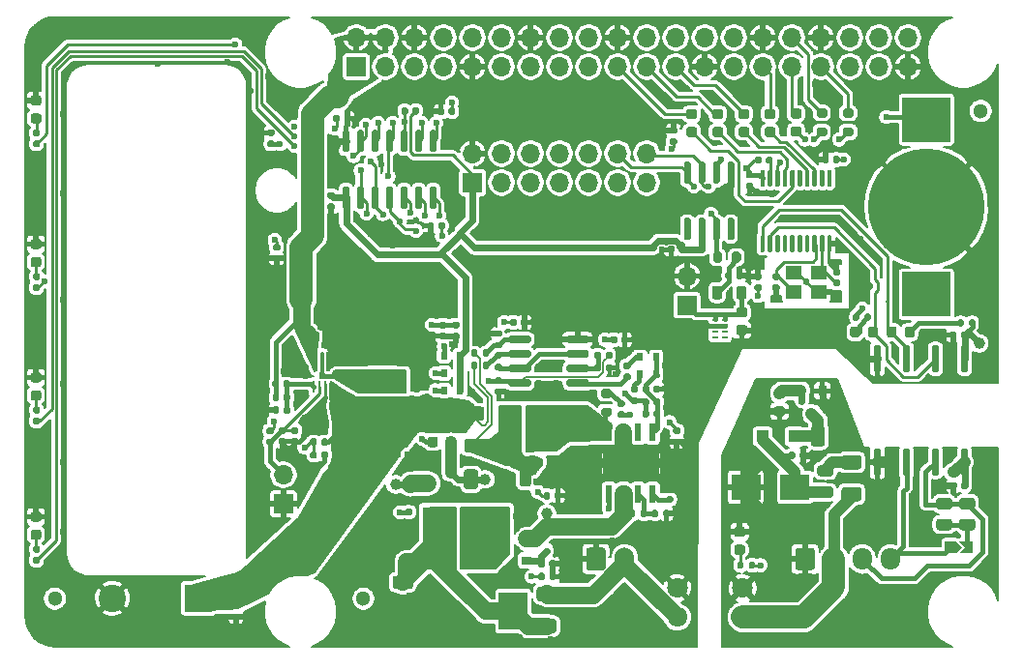
<source format=gbr>
%TF.GenerationSoftware,KiCad,Pcbnew,(5.1.9-0-10_14)*%
%TF.CreationDate,2021-02-08T19:19:02+02:00*%
%TF.ProjectId,SH-RPi,53482d52-5069-42e6-9b69-6361645f7063,revM*%
%TF.SameCoordinates,Original*%
%TF.FileFunction,Copper,L1,Top*%
%TF.FilePolarity,Positive*%
%FSLAX46Y46*%
G04 Gerber Fmt 4.6, Leading zero omitted, Abs format (unit mm)*
G04 Created by KiCad (PCBNEW (5.1.9-0-10_14)) date 2021-02-08 19:19:02*
%MOMM*%
%LPD*%
G01*
G04 APERTURE LIST*
%TA.AperFunction,WasherPad*%
%ADD10C,1.300000*%
%TD*%
%TA.AperFunction,SMDPad,CuDef*%
%ADD11C,10.200000*%
%TD*%
%TA.AperFunction,SMDPad,CuDef*%
%ADD12R,4.200000X3.900000*%
%TD*%
%TA.AperFunction,SMDPad,CuDef*%
%ADD13R,2.150000X5.500000*%
%TD*%
%TA.AperFunction,ComponentPad*%
%ADD14C,0.600000*%
%TD*%
%TA.AperFunction,SMDPad,CuDef*%
%ADD15R,0.600000X1.550000*%
%TD*%
%TA.AperFunction,SMDPad,CuDef*%
%ADD16R,4.900000X2.950000*%
%TD*%
%TA.AperFunction,SMDPad,CuDef*%
%ADD17R,1.500000X2.500000*%
%TD*%
%TA.AperFunction,SMDPad,CuDef*%
%ADD18R,0.600000X0.700000*%
%TD*%
%TA.AperFunction,SMDPad,CuDef*%
%ADD19R,1.800000X2.500000*%
%TD*%
%TA.AperFunction,SMDPad,CuDef*%
%ADD20R,2.500000X1.500000*%
%TD*%
%TA.AperFunction,SMDPad,CuDef*%
%ADD21R,0.625000X0.250000*%
%TD*%
%TA.AperFunction,SMDPad,CuDef*%
%ADD22R,0.700000X0.450000*%
%TD*%
%TA.AperFunction,SMDPad,CuDef*%
%ADD23R,0.575000X0.450000*%
%TD*%
%TA.AperFunction,ComponentPad*%
%ADD24O,1.700000X1.700000*%
%TD*%
%TA.AperFunction,ComponentPad*%
%ADD25R,1.700000X1.700000*%
%TD*%
%TA.AperFunction,ComponentPad*%
%ADD26C,1.800000*%
%TD*%
%TA.AperFunction,ComponentPad*%
%ADD27O,1.800000X1.700000*%
%TD*%
%TA.AperFunction,ComponentPad*%
%ADD28O,1.700000X1.950000*%
%TD*%
%TA.AperFunction,ComponentPad*%
%ADD29O,1.700000X2.000000*%
%TD*%
%TA.AperFunction,ComponentPad*%
%ADD30C,2.400000*%
%TD*%
%TA.AperFunction,ComponentPad*%
%ADD31R,2.400000X2.400000*%
%TD*%
%TA.AperFunction,SMDPad,CuDef*%
%ADD32R,0.250000X1.050000*%
%TD*%
%TA.AperFunction,SMDPad,CuDef*%
%ADD33R,0.350000X1.750000*%
%TD*%
%TA.AperFunction,SMDPad,CuDef*%
%ADD34R,0.200000X2.050000*%
%TD*%
%TA.AperFunction,SMDPad,CuDef*%
%ADD35C,0.150000*%
%TD*%
%TA.AperFunction,SMDPad,CuDef*%
%ADD36R,2.500000X3.300000*%
%TD*%
%TA.AperFunction,SMDPad,CuDef*%
%ADD37R,0.450000X0.600000*%
%TD*%
%TA.AperFunction,SMDPad,CuDef*%
%ADD38R,2.500000X2.300000*%
%TD*%
%TA.AperFunction,SMDPad,CuDef*%
%ADD39R,1.100000X1.100000*%
%TD*%
%TA.AperFunction,SMDPad,CuDef*%
%ADD40R,0.900000X0.800000*%
%TD*%
%TA.AperFunction,SMDPad,CuDef*%
%ADD41R,0.800000X0.900000*%
%TD*%
%TA.AperFunction,SMDPad,CuDef*%
%ADD42R,1.400000X1.200000*%
%TD*%
%TA.AperFunction,ViaPad*%
%ADD43C,0.600000*%
%TD*%
%TA.AperFunction,ViaPad*%
%ADD44C,1.000000*%
%TD*%
%TA.AperFunction,Conductor*%
%ADD45C,0.400000*%
%TD*%
%TA.AperFunction,Conductor*%
%ADD46C,0.250000*%
%TD*%
%TA.AperFunction,Conductor*%
%ADD47C,0.600000*%
%TD*%
%TA.AperFunction,Conductor*%
%ADD48C,1.000000*%
%TD*%
%TA.AperFunction,Conductor*%
%ADD49C,1.500000*%
%TD*%
%TA.AperFunction,Conductor*%
%ADD50C,0.200000*%
%TD*%
%TA.AperFunction,Conductor*%
%ADD51C,2.000000*%
%TD*%
%TA.AperFunction,Conductor*%
%ADD52C,0.150000*%
%TD*%
G04 APERTURE END LIST*
D10*
%TO.P,H904,*%
%TO.N,*%
X22000000Y-81700000D03*
%TD*%
%TO.P,H903,*%
%TO.N,*%
X103000000Y-39000000D03*
%TD*%
%TO.P,H902,*%
%TO.N,*%
X49000000Y-81700000D03*
%TD*%
D11*
%TO.P,BT401,3*%
%TO.N,GND*%
X98250000Y-47400000D03*
D12*
%TO.P,BT401,2*%
%TO.N,/RTC/VBAT*%
X98250000Y-39750000D03*
%TO.P,BT401,1*%
%TO.N,N/C*%
X98250000Y-55050000D03*
%TD*%
D13*
%TO.P,L501,2*%
%TO.N,/Protection/Vin_EMI*%
X59150000Y-76400000D03*
%TO.P,L501,1*%
%TO.N,/Protection/Vin_fused*%
X55250000Y-76400000D03*
%TD*%
%TO.P,C503,2*%
%TO.N,GND*%
%TA.AperFunction,SMDPad,CuDef*%
G36*
G01*
X62750000Y-74975000D02*
X62750000Y-74025000D01*
G75*
G02*
X63000000Y-73775000I250000J0D01*
G01*
X63500000Y-73775000D01*
G75*
G02*
X63750000Y-74025000I0J-250000D01*
G01*
X63750000Y-74975000D01*
G75*
G02*
X63500000Y-75225000I-250000J0D01*
G01*
X63000000Y-75225000D01*
G75*
G02*
X62750000Y-74975000I0J250000D01*
G01*
G37*
%TD.AperFunction*%
%TO.P,C503,1*%
%TO.N,/Protection/Vin_EMI*%
%TA.AperFunction,SMDPad,CuDef*%
G36*
G01*
X60850000Y-74975000D02*
X60850000Y-74025000D01*
G75*
G02*
X61100000Y-73775000I250000J0D01*
G01*
X61600000Y-73775000D01*
G75*
G02*
X61850000Y-74025000I0J-250000D01*
G01*
X61850000Y-74975000D01*
G75*
G02*
X61600000Y-75225000I-250000J0D01*
G01*
X61100000Y-75225000D01*
G75*
G02*
X60850000Y-74975000I0J250000D01*
G01*
G37*
%TD.AperFunction*%
%TD*%
%TO.P,C502,2*%
%TO.N,GND*%
%TA.AperFunction,SMDPad,CuDef*%
G36*
G01*
X53275000Y-77100000D02*
X52325000Y-77100000D01*
G75*
G02*
X52075000Y-76850000I0J250000D01*
G01*
X52075000Y-76350000D01*
G75*
G02*
X52325000Y-76100000I250000J0D01*
G01*
X53275000Y-76100000D01*
G75*
G02*
X53525000Y-76350000I0J-250000D01*
G01*
X53525000Y-76850000D01*
G75*
G02*
X53275000Y-77100000I-250000J0D01*
G01*
G37*
%TD.AperFunction*%
%TO.P,C502,1*%
%TO.N,/Protection/Vin_fused*%
%TA.AperFunction,SMDPad,CuDef*%
G36*
G01*
X53275000Y-79000000D02*
X52325000Y-79000000D01*
G75*
G02*
X52075000Y-78750000I0J250000D01*
G01*
X52075000Y-78250000D01*
G75*
G02*
X52325000Y-78000000I250000J0D01*
G01*
X53275000Y-78000000D01*
G75*
G02*
X53525000Y-78250000I0J-250000D01*
G01*
X53525000Y-78750000D01*
G75*
G02*
X53275000Y-79000000I-250000J0D01*
G01*
G37*
%TD.AperFunction*%
%TD*%
%TO.P,C501,2*%
%TO.N,GND*%
%TA.AperFunction,SMDPad,CuDef*%
G36*
G01*
X51799550Y-82650000D02*
X53100450Y-82650000D01*
G75*
G02*
X53350000Y-82899550I0J-249550D01*
G01*
X53350000Y-83550450D01*
G75*
G02*
X53100450Y-83800000I-249550J0D01*
G01*
X51799550Y-83800000D01*
G75*
G02*
X51550000Y-83550450I0J249550D01*
G01*
X51550000Y-82899550D01*
G75*
G02*
X51799550Y-82650000I249550J0D01*
G01*
G37*
%TD.AperFunction*%
%TO.P,C501,1*%
%TO.N,/Protection/Vin_fused*%
%TA.AperFunction,SMDPad,CuDef*%
G36*
G01*
X51799999Y-79700000D02*
X53100001Y-79700000D01*
G75*
G02*
X53350000Y-79949999I0J-249999D01*
G01*
X53350000Y-80600001D01*
G75*
G02*
X53100001Y-80850000I-249999J0D01*
G01*
X51799999Y-80850000D01*
G75*
G02*
X51550000Y-80600001I0J249999D01*
G01*
X51550000Y-79949999D01*
G75*
G02*
X51799999Y-79700000I249999J0D01*
G01*
G37*
%TD.AperFunction*%
%TD*%
%TO.P,R315,2*%
%TO.N,Net-(C304-Pad1)*%
%TA.AperFunction,SMDPad,CuDef*%
G36*
G01*
X70535000Y-64125000D02*
X69985000Y-64125000D01*
G75*
G02*
X69785000Y-63925000I0J200000D01*
G01*
X69785000Y-63525000D01*
G75*
G02*
X69985000Y-63325000I200000J0D01*
G01*
X70535000Y-63325000D01*
G75*
G02*
X70735000Y-63525000I0J-200000D01*
G01*
X70735000Y-63925000D01*
G75*
G02*
X70535000Y-64125000I-200000J0D01*
G01*
G37*
%TD.AperFunction*%
%TO.P,R315,1*%
%TO.N,/Buck converter/SW*%
%TA.AperFunction,SMDPad,CuDef*%
G36*
G01*
X70535000Y-65775000D02*
X69985000Y-65775000D01*
G75*
G02*
X69785000Y-65575000I0J200000D01*
G01*
X69785000Y-65175000D01*
G75*
G02*
X69985000Y-64975000I200000J0D01*
G01*
X70535000Y-64975000D01*
G75*
G02*
X70735000Y-65175000I0J-200000D01*
G01*
X70735000Y-65575000D01*
G75*
G02*
X70535000Y-65775000I-200000J0D01*
G01*
G37*
%TD.AperFunction*%
%TD*%
%TO.P,R310,2*%
%TO.N,GND*%
%TA.AperFunction,SMDPad,CuDef*%
G36*
G01*
X70240000Y-61685000D02*
X70240000Y-61315000D01*
G75*
G02*
X70375000Y-61180000I135000J0D01*
G01*
X70645000Y-61180000D01*
G75*
G02*
X70780000Y-61315000I0J-135000D01*
G01*
X70780000Y-61685000D01*
G75*
G02*
X70645000Y-61820000I-135000J0D01*
G01*
X70375000Y-61820000D01*
G75*
G02*
X70240000Y-61685000I0J135000D01*
G01*
G37*
%TD.AperFunction*%
%TO.P,R310,1*%
%TO.N,Net-(R309-Pad2)*%
%TA.AperFunction,SMDPad,CuDef*%
G36*
G01*
X69220000Y-61685000D02*
X69220000Y-61315000D01*
G75*
G02*
X69355000Y-61180000I135000J0D01*
G01*
X69625000Y-61180000D01*
G75*
G02*
X69760000Y-61315000I0J-135000D01*
G01*
X69760000Y-61685000D01*
G75*
G02*
X69625000Y-61820000I-135000J0D01*
G01*
X69355000Y-61820000D01*
G75*
G02*
X69220000Y-61685000I0J135000D01*
G01*
G37*
%TD.AperFunction*%
%TD*%
%TO.P,R309,2*%
%TO.N,Net-(R309-Pad2)*%
%TA.AperFunction,SMDPad,CuDef*%
G36*
G01*
X69760000Y-60215000D02*
X69760000Y-60585000D01*
G75*
G02*
X69625000Y-60720000I-135000J0D01*
G01*
X69355000Y-60720000D01*
G75*
G02*
X69220000Y-60585000I0J135000D01*
G01*
X69220000Y-60215000D01*
G75*
G02*
X69355000Y-60080000I135000J0D01*
G01*
X69625000Y-60080000D01*
G75*
G02*
X69760000Y-60215000I0J-135000D01*
G01*
G37*
%TD.AperFunction*%
%TO.P,R309,1*%
%TO.N,REG3.3V*%
%TA.AperFunction,SMDPad,CuDef*%
G36*
G01*
X70780000Y-60215000D02*
X70780000Y-60585000D01*
G75*
G02*
X70645000Y-60720000I-135000J0D01*
G01*
X70375000Y-60720000D01*
G75*
G02*
X70240000Y-60585000I0J135000D01*
G01*
X70240000Y-60215000D01*
G75*
G02*
X70375000Y-60080000I135000J0D01*
G01*
X70645000Y-60080000D01*
G75*
G02*
X70780000Y-60215000I0J-135000D01*
G01*
G37*
%TD.AperFunction*%
%TD*%
%TO.P,R314,2*%
%TO.N,GND*%
%TA.AperFunction,SMDPad,CuDef*%
G36*
G01*
X75240000Y-74435000D02*
X75240000Y-74065000D01*
G75*
G02*
X75375000Y-73930000I135000J0D01*
G01*
X75645000Y-73930000D01*
G75*
G02*
X75780000Y-74065000I0J-135000D01*
G01*
X75780000Y-74435000D01*
G75*
G02*
X75645000Y-74570000I-135000J0D01*
G01*
X75375000Y-74570000D01*
G75*
G02*
X75240000Y-74435000I0J135000D01*
G01*
G37*
%TD.AperFunction*%
%TO.P,R314,1*%
%TO.N,/Buck converter/EN*%
%TA.AperFunction,SMDPad,CuDef*%
G36*
G01*
X74220000Y-74435000D02*
X74220000Y-74065000D01*
G75*
G02*
X74355000Y-73930000I135000J0D01*
G01*
X74625000Y-73930000D01*
G75*
G02*
X74760000Y-74065000I0J-135000D01*
G01*
X74760000Y-74435000D01*
G75*
G02*
X74625000Y-74570000I-135000J0D01*
G01*
X74355000Y-74570000D01*
G75*
G02*
X74220000Y-74435000I0J135000D01*
G01*
G37*
%TD.AperFunction*%
%TD*%
%TO.P,R313,2*%
%TO.N,/Buck converter/EN*%
%TA.AperFunction,SMDPad,CuDef*%
G36*
G01*
X73240000Y-74435000D02*
X73240000Y-74065000D01*
G75*
G02*
X73375000Y-73930000I135000J0D01*
G01*
X73645000Y-73930000D01*
G75*
G02*
X73780000Y-74065000I0J-135000D01*
G01*
X73780000Y-74435000D01*
G75*
G02*
X73645000Y-74570000I-135000J0D01*
G01*
X73375000Y-74570000D01*
G75*
G02*
X73240000Y-74435000I0J135000D01*
G01*
G37*
%TD.AperFunction*%
%TO.P,R313,1*%
%TO.N,/Vin_prot*%
%TA.AperFunction,SMDPad,CuDef*%
G36*
G01*
X72220000Y-74435000D02*
X72220000Y-74065000D01*
G75*
G02*
X72355000Y-73930000I135000J0D01*
G01*
X72625000Y-73930000D01*
G75*
G02*
X72760000Y-74065000I0J-135000D01*
G01*
X72760000Y-74435000D01*
G75*
G02*
X72625000Y-74570000I-135000J0D01*
G01*
X72355000Y-74570000D01*
G75*
G02*
X72220000Y-74435000I0J135000D01*
G01*
G37*
%TD.AperFunction*%
%TD*%
D14*
%TO.P,U302,9*%
%TO.N,GND*%
X74350000Y-69200000D03*
X73050000Y-69200000D03*
X73050000Y-70500000D03*
X74350000Y-70500000D03*
X70450000Y-69200000D03*
X71750000Y-69200000D03*
X71750000Y-70500000D03*
X70450000Y-70500000D03*
D15*
%TO.P,U302,8*%
%TO.N,/Buck converter/SW*%
X70495000Y-67150000D03*
%TO.P,U302,7*%
%TO.N,GND*%
X71765000Y-67150000D03*
%TO.P,U302,6*%
%TO.N,N/C*%
X73035000Y-67150000D03*
%TO.P,U302,5*%
%TO.N,/Buck converter/FB*%
X74305000Y-67150000D03*
%TO.P,U302,4*%
%TO.N,Net-(R311-Pad1)*%
X74305000Y-72550000D03*
%TO.P,U302,3*%
%TO.N,/Buck converter/EN*%
X73035000Y-72550000D03*
%TO.P,U302,2*%
%TO.N,/Vin_prot*%
X71765000Y-72550000D03*
%TO.P,U302,1*%
%TO.N,/Buck converter/BS*%
X70495000Y-72550000D03*
D16*
%TO.P,U302,9*%
%TO.N,GND*%
X72400000Y-69850000D03*
%TD*%
%TO.P,R312,2*%
%TO.N,Net-(D303-Pad1)*%
%TA.AperFunction,SMDPad,CuDef*%
G36*
G01*
X72885000Y-63610000D02*
X72515000Y-63610000D01*
G75*
G02*
X72380000Y-63475000I0J135000D01*
G01*
X72380000Y-63205000D01*
G75*
G02*
X72515000Y-63070000I135000J0D01*
G01*
X72885000Y-63070000D01*
G75*
G02*
X73020000Y-63205000I0J-135000D01*
G01*
X73020000Y-63475000D01*
G75*
G02*
X72885000Y-63610000I-135000J0D01*
G01*
G37*
%TD.AperFunction*%
%TO.P,R312,1*%
%TO.N,/Buck converter/Vout*%
%TA.AperFunction,SMDPad,CuDef*%
G36*
G01*
X72885000Y-64630000D02*
X72515000Y-64630000D01*
G75*
G02*
X72380000Y-64495000I0J135000D01*
G01*
X72380000Y-64225000D01*
G75*
G02*
X72515000Y-64090000I135000J0D01*
G01*
X72885000Y-64090000D01*
G75*
G02*
X73020000Y-64225000I0J-135000D01*
G01*
X73020000Y-64495000D01*
G75*
G02*
X72885000Y-64630000I-135000J0D01*
G01*
G37*
%TD.AperFunction*%
%TD*%
%TO.P,R311,2*%
%TO.N,GND*%
%TA.AperFunction,SMDPad,CuDef*%
G36*
G01*
X75985000Y-72260000D02*
X75615000Y-72260000D01*
G75*
G02*
X75480000Y-72125000I0J135000D01*
G01*
X75480000Y-71855000D01*
G75*
G02*
X75615000Y-71720000I135000J0D01*
G01*
X75985000Y-71720000D01*
G75*
G02*
X76120000Y-71855000I0J-135000D01*
G01*
X76120000Y-72125000D01*
G75*
G02*
X75985000Y-72260000I-135000J0D01*
G01*
G37*
%TD.AperFunction*%
%TO.P,R311,1*%
%TO.N,Net-(R311-Pad1)*%
%TA.AperFunction,SMDPad,CuDef*%
G36*
G01*
X75985000Y-73280000D02*
X75615000Y-73280000D01*
G75*
G02*
X75480000Y-73145000I0J135000D01*
G01*
X75480000Y-72875000D01*
G75*
G02*
X75615000Y-72740000I135000J0D01*
G01*
X75985000Y-72740000D01*
G75*
G02*
X76120000Y-72875000I0J-135000D01*
G01*
X76120000Y-73145000D01*
G75*
G02*
X75985000Y-73280000I-135000J0D01*
G01*
G37*
%TD.AperFunction*%
%TD*%
D17*
%TO.P,L301,2*%
%TO.N,/Buck converter/Vout*%
X61575000Y-66800000D03*
%TO.P,L301,1*%
%TO.N,/Buck converter/SW*%
X64625000Y-66800000D03*
%TD*%
D18*
%TO.P,D303,1*%
%TO.N,Net-(D303-Pad1)*%
X73200000Y-62050000D03*
%TO.P,D303,2*%
%TO.N,/Buck converter/FB*%
X74600000Y-62050000D03*
%TD*%
D19*
%TO.P,D301,2*%
%TO.N,GND*%
X67700000Y-70000000D03*
%TO.P,D301,1*%
%TO.N,/Buck converter/SW*%
X67700000Y-66000000D03*
%TD*%
%TO.P,U303,8*%
%TO.N,REG3.3V*%
%TA.AperFunction,SMDPad,CuDef*%
G36*
G01*
X63650000Y-62642500D02*
X63650000Y-62967500D01*
G75*
G02*
X63487500Y-63130000I-162500J0D01*
G01*
X61837500Y-63130000D01*
G75*
G02*
X61675000Y-62967500I0J162500D01*
G01*
X61675000Y-62642500D01*
G75*
G02*
X61837500Y-62480000I162500J0D01*
G01*
X63487500Y-62480000D01*
G75*
G02*
X63650000Y-62642500I0J-162500D01*
G01*
G37*
%TD.AperFunction*%
%TO.P,U303,7*%
%TO.N,Net-(R308-Pad1)*%
%TA.AperFunction,SMDPad,CuDef*%
G36*
G01*
X63650000Y-61372500D02*
X63650000Y-61697500D01*
G75*
G02*
X63487500Y-61860000I-162500J0D01*
G01*
X61837500Y-61860000D01*
G75*
G02*
X61675000Y-61697500I0J162500D01*
G01*
X61675000Y-61372500D01*
G75*
G02*
X61837500Y-61210000I162500J0D01*
G01*
X63487500Y-61210000D01*
G75*
G02*
X63650000Y-61372500I0J-162500D01*
G01*
G37*
%TD.AperFunction*%
%TO.P,U303,6*%
%TO.N,Net-(R307-Pad2)*%
%TA.AperFunction,SMDPad,CuDef*%
G36*
G01*
X63650000Y-60102500D02*
X63650000Y-60427500D01*
G75*
G02*
X63487500Y-60590000I-162500J0D01*
G01*
X61837500Y-60590000D01*
G75*
G02*
X61675000Y-60427500I0J162500D01*
G01*
X61675000Y-60102500D01*
G75*
G02*
X61837500Y-59940000I162500J0D01*
G01*
X63487500Y-59940000D01*
G75*
G02*
X63650000Y-60102500I0J-162500D01*
G01*
G37*
%TD.AperFunction*%
%TO.P,U303,5*%
%TO.N,Net-(R301-Pad2)*%
%TA.AperFunction,SMDPad,CuDef*%
G36*
G01*
X63650000Y-58832500D02*
X63650000Y-59157500D01*
G75*
G02*
X63487500Y-59320000I-162500J0D01*
G01*
X61837500Y-59320000D01*
G75*
G02*
X61675000Y-59157500I0J162500D01*
G01*
X61675000Y-58832500D01*
G75*
G02*
X61837500Y-58670000I162500J0D01*
G01*
X63487500Y-58670000D01*
G75*
G02*
X63650000Y-58832500I0J-162500D01*
G01*
G37*
%TD.AperFunction*%
%TO.P,U303,4*%
%TO.N,GND*%
%TA.AperFunction,SMDPad,CuDef*%
G36*
G01*
X68725000Y-58832500D02*
X68725000Y-59157500D01*
G75*
G02*
X68562500Y-59320000I-162500J0D01*
G01*
X66912500Y-59320000D01*
G75*
G02*
X66750000Y-59157500I0J162500D01*
G01*
X66750000Y-58832500D01*
G75*
G02*
X66912500Y-58670000I162500J0D01*
G01*
X68562500Y-58670000D01*
G75*
G02*
X68725000Y-58832500I0J-162500D01*
G01*
G37*
%TD.AperFunction*%
%TO.P,U303,3*%
%TO.N,Net-(R308-Pad1)*%
%TA.AperFunction,SMDPad,CuDef*%
G36*
G01*
X68725000Y-60102500D02*
X68725000Y-60427500D01*
G75*
G02*
X68562500Y-60590000I-162500J0D01*
G01*
X66912500Y-60590000D01*
G75*
G02*
X66750000Y-60427500I0J162500D01*
G01*
X66750000Y-60102500D01*
G75*
G02*
X66912500Y-59940000I162500J0D01*
G01*
X68562500Y-59940000D01*
G75*
G02*
X68725000Y-60102500I0J-162500D01*
G01*
G37*
%TD.AperFunction*%
%TO.P,U303,2*%
%TO.N,Net-(R309-Pad2)*%
%TA.AperFunction,SMDPad,CuDef*%
G36*
G01*
X68725000Y-61372500D02*
X68725000Y-61697500D01*
G75*
G02*
X68562500Y-61860000I-162500J0D01*
G01*
X66912500Y-61860000D01*
G75*
G02*
X66750000Y-61697500I0J162500D01*
G01*
X66750000Y-61372500D01*
G75*
G02*
X66912500Y-61210000I162500J0D01*
G01*
X68562500Y-61210000D01*
G75*
G02*
X68725000Y-61372500I0J-162500D01*
G01*
G37*
%TD.AperFunction*%
%TO.P,U303,1*%
%TO.N,/Buck converter/COMP_OUT*%
%TA.AperFunction,SMDPad,CuDef*%
G36*
G01*
X68725000Y-62642500D02*
X68725000Y-62967500D01*
G75*
G02*
X68562500Y-63130000I-162500J0D01*
G01*
X66912500Y-63130000D01*
G75*
G02*
X66750000Y-62967500I0J162500D01*
G01*
X66750000Y-62642500D01*
G75*
G02*
X66912500Y-62480000I162500J0D01*
G01*
X68562500Y-62480000D01*
G75*
G02*
X68725000Y-62642500I0J-162500D01*
G01*
G37*
%TD.AperFunction*%
%TD*%
%TO.P,R308,2*%
%TO.N,Net-(R307-Pad2)*%
%TA.AperFunction,SMDPad,CuDef*%
G36*
G01*
X60985000Y-60660000D02*
X60615000Y-60660000D01*
G75*
G02*
X60480000Y-60525000I0J135000D01*
G01*
X60480000Y-60255000D01*
G75*
G02*
X60615000Y-60120000I135000J0D01*
G01*
X60985000Y-60120000D01*
G75*
G02*
X61120000Y-60255000I0J-135000D01*
G01*
X61120000Y-60525000D01*
G75*
G02*
X60985000Y-60660000I-135000J0D01*
G01*
G37*
%TD.AperFunction*%
%TO.P,R308,1*%
%TO.N,Net-(R308-Pad1)*%
%TA.AperFunction,SMDPad,CuDef*%
G36*
G01*
X60985000Y-61680000D02*
X60615000Y-61680000D01*
G75*
G02*
X60480000Y-61545000I0J135000D01*
G01*
X60480000Y-61275000D01*
G75*
G02*
X60615000Y-61140000I135000J0D01*
G01*
X60985000Y-61140000D01*
G75*
G02*
X61120000Y-61275000I0J-135000D01*
G01*
X61120000Y-61545000D01*
G75*
G02*
X60985000Y-61680000I-135000J0D01*
G01*
G37*
%TD.AperFunction*%
%TD*%
%TO.P,R307,2*%
%TO.N,Net-(R307-Pad2)*%
%TA.AperFunction,SMDPad,CuDef*%
G36*
G01*
X59440000Y-61485000D02*
X59440000Y-61115000D01*
G75*
G02*
X59575000Y-60980000I135000J0D01*
G01*
X59845000Y-60980000D01*
G75*
G02*
X59980000Y-61115000I0J-135000D01*
G01*
X59980000Y-61485000D01*
G75*
G02*
X59845000Y-61620000I-135000J0D01*
G01*
X59575000Y-61620000D01*
G75*
G02*
X59440000Y-61485000I0J135000D01*
G01*
G37*
%TD.AperFunction*%
%TO.P,R307,1*%
%TO.N,/Vcap*%
%TA.AperFunction,SMDPad,CuDef*%
G36*
G01*
X58420000Y-61485000D02*
X58420000Y-61115000D01*
G75*
G02*
X58555000Y-60980000I135000J0D01*
G01*
X58825000Y-60980000D01*
G75*
G02*
X58960000Y-61115000I0J-135000D01*
G01*
X58960000Y-61485000D01*
G75*
G02*
X58825000Y-61620000I-135000J0D01*
G01*
X58555000Y-61620000D01*
G75*
G02*
X58420000Y-61485000I0J135000D01*
G01*
G37*
%TD.AperFunction*%
%TD*%
%TO.P,R306,2*%
%TO.N,GND*%
%TA.AperFunction,SMDPad,CuDef*%
G36*
G01*
X60985000Y-58760000D02*
X60615000Y-58760000D01*
G75*
G02*
X60480000Y-58625000I0J135000D01*
G01*
X60480000Y-58355000D01*
G75*
G02*
X60615000Y-58220000I135000J0D01*
G01*
X60985000Y-58220000D01*
G75*
G02*
X61120000Y-58355000I0J-135000D01*
G01*
X61120000Y-58625000D01*
G75*
G02*
X60985000Y-58760000I-135000J0D01*
G01*
G37*
%TD.AperFunction*%
%TO.P,R306,1*%
%TO.N,Net-(R301-Pad2)*%
%TA.AperFunction,SMDPad,CuDef*%
G36*
G01*
X60985000Y-59780000D02*
X60615000Y-59780000D01*
G75*
G02*
X60480000Y-59645000I0J135000D01*
G01*
X60480000Y-59375000D01*
G75*
G02*
X60615000Y-59240000I135000J0D01*
G01*
X60985000Y-59240000D01*
G75*
G02*
X61120000Y-59375000I0J-135000D01*
G01*
X61120000Y-59645000D01*
G75*
G02*
X60985000Y-59780000I-135000J0D01*
G01*
G37*
%TD.AperFunction*%
%TD*%
%TO.P,R301,2*%
%TO.N,Net-(R301-Pad2)*%
%TA.AperFunction,SMDPad,CuDef*%
G36*
G01*
X59440000Y-60385000D02*
X59440000Y-60015000D01*
G75*
G02*
X59575000Y-59880000I135000J0D01*
G01*
X59845000Y-59880000D01*
G75*
G02*
X59980000Y-60015000I0J-135000D01*
G01*
X59980000Y-60385000D01*
G75*
G02*
X59845000Y-60520000I-135000J0D01*
G01*
X59575000Y-60520000D01*
G75*
G02*
X59440000Y-60385000I0J135000D01*
G01*
G37*
%TD.AperFunction*%
%TO.P,R301,1*%
%TO.N,/Buck converter/Vout*%
%TA.AperFunction,SMDPad,CuDef*%
G36*
G01*
X58420000Y-60385000D02*
X58420000Y-60015000D01*
G75*
G02*
X58555000Y-59880000I135000J0D01*
G01*
X58825000Y-59880000D01*
G75*
G02*
X58960000Y-60015000I0J-135000D01*
G01*
X58960000Y-60385000D01*
G75*
G02*
X58825000Y-60520000I-135000J0D01*
G01*
X58555000Y-60520000D01*
G75*
G02*
X58420000Y-60385000I0J135000D01*
G01*
G37*
%TD.AperFunction*%
%TD*%
D20*
%TO.P,L201,2*%
%TO.N,/Boost converter/SW*%
X50650000Y-62375000D03*
%TO.P,L201,1*%
%TO.N,/Vcap*%
X50650000Y-65425000D03*
%TD*%
%TO.P,F501,2*%
%TO.N,/Protection/Vin*%
%TA.AperFunction,SMDPad,CuDef*%
G36*
G01*
X65650000Y-81925000D02*
X64400000Y-81925000D01*
G75*
G02*
X64150000Y-81675000I0J250000D01*
G01*
X64150000Y-80925000D01*
G75*
G02*
X64400000Y-80675000I250000J0D01*
G01*
X65650000Y-80675000D01*
G75*
G02*
X65900000Y-80925000I0J-250000D01*
G01*
X65900000Y-81675000D01*
G75*
G02*
X65650000Y-81925000I-250000J0D01*
G01*
G37*
%TD.AperFunction*%
%TO.P,F501,1*%
%TO.N,/Protection/Vin_fused*%
%TA.AperFunction,SMDPad,CuDef*%
G36*
G01*
X65650000Y-84725000D02*
X64400000Y-84725000D01*
G75*
G02*
X64150000Y-84475000I0J250000D01*
G01*
X64150000Y-83725000D01*
G75*
G02*
X64400000Y-83475000I250000J0D01*
G01*
X65650000Y-83475000D01*
G75*
G02*
X65900000Y-83725000I0J-250000D01*
G01*
X65900000Y-84475000D01*
G75*
G02*
X65650000Y-84725000I-250000J0D01*
G01*
G37*
%TD.AperFunction*%
%TD*%
%TO.P,C316,2*%
%TO.N,GND*%
%TA.AperFunction,SMDPad,CuDef*%
G36*
G01*
X65100000Y-69870000D02*
X65100000Y-69530000D01*
G75*
G02*
X65240000Y-69390000I140000J0D01*
G01*
X65520000Y-69390000D01*
G75*
G02*
X65660000Y-69530000I0J-140000D01*
G01*
X65660000Y-69870000D01*
G75*
G02*
X65520000Y-70010000I-140000J0D01*
G01*
X65240000Y-70010000D01*
G75*
G02*
X65100000Y-69870000I0J140000D01*
G01*
G37*
%TD.AperFunction*%
%TO.P,C316,1*%
%TO.N,/Buck converter/Vout*%
%TA.AperFunction,SMDPad,CuDef*%
G36*
G01*
X64140000Y-69870000D02*
X64140000Y-69530000D01*
G75*
G02*
X64280000Y-69390000I140000J0D01*
G01*
X64560000Y-69390000D01*
G75*
G02*
X64700000Y-69530000I0J-140000D01*
G01*
X64700000Y-69870000D01*
G75*
G02*
X64560000Y-70010000I-140000J0D01*
G01*
X64280000Y-70010000D01*
G75*
G02*
X64140000Y-69870000I0J140000D01*
G01*
G37*
%TD.AperFunction*%
%TD*%
%TO.P,C314,2*%
%TO.N,GND*%
%TA.AperFunction,SMDPad,CuDef*%
G36*
G01*
X68950450Y-73000000D02*
X67649550Y-73000000D01*
G75*
G02*
X67400000Y-72750450I0J249550D01*
G01*
X67400000Y-72099550D01*
G75*
G02*
X67649550Y-71850000I249550J0D01*
G01*
X68950450Y-71850000D01*
G75*
G02*
X69200000Y-72099550I0J-249550D01*
G01*
X69200000Y-72750450D01*
G75*
G02*
X68950450Y-73000000I-249550J0D01*
G01*
G37*
%TD.AperFunction*%
%TO.P,C314,1*%
%TO.N,/Vin_prot*%
%TA.AperFunction,SMDPad,CuDef*%
G36*
G01*
X68950001Y-75950000D02*
X67649999Y-75950000D01*
G75*
G02*
X67400000Y-75700001I0J249999D01*
G01*
X67400000Y-75049999D01*
G75*
G02*
X67649999Y-74800000I249999J0D01*
G01*
X68950001Y-74800000D01*
G75*
G02*
X69200000Y-75049999I0J-249999D01*
G01*
X69200000Y-75700001D01*
G75*
G02*
X68950001Y-75950000I-249999J0D01*
G01*
G37*
%TD.AperFunction*%
%TD*%
%TO.P,C207,2*%
%TO.N,GND*%
%TA.AperFunction,SMDPad,CuDef*%
G36*
G01*
X45450000Y-59220000D02*
X45450000Y-58880000D01*
G75*
G02*
X45590000Y-58740000I140000J0D01*
G01*
X45870000Y-58740000D01*
G75*
G02*
X46010000Y-58880000I0J-140000D01*
G01*
X46010000Y-59220000D01*
G75*
G02*
X45870000Y-59360000I-140000J0D01*
G01*
X45590000Y-59360000D01*
G75*
G02*
X45450000Y-59220000I0J140000D01*
G01*
G37*
%TD.AperFunction*%
%TO.P,C207,1*%
%TO.N,5V*%
%TA.AperFunction,SMDPad,CuDef*%
G36*
G01*
X44490000Y-59220000D02*
X44490000Y-58880000D01*
G75*
G02*
X44630000Y-58740000I140000J0D01*
G01*
X44910000Y-58740000D01*
G75*
G02*
X45050000Y-58880000I0J-140000D01*
G01*
X45050000Y-59220000D01*
G75*
G02*
X44910000Y-59360000I-140000J0D01*
G01*
X44630000Y-59360000D01*
G75*
G02*
X44490000Y-59220000I0J140000D01*
G01*
G37*
%TD.AperFunction*%
%TD*%
%TO.P,C206,2*%
%TO.N,GND*%
%TA.AperFunction,SMDPad,CuDef*%
G36*
G01*
X41730000Y-67650000D02*
X42070000Y-67650000D01*
G75*
G02*
X42210000Y-67790000I0J-140000D01*
G01*
X42210000Y-68070000D01*
G75*
G02*
X42070000Y-68210000I-140000J0D01*
G01*
X41730000Y-68210000D01*
G75*
G02*
X41590000Y-68070000I0J140000D01*
G01*
X41590000Y-67790000D01*
G75*
G02*
X41730000Y-67650000I140000J0D01*
G01*
G37*
%TD.AperFunction*%
%TO.P,C206,1*%
%TO.N,/Boost converter/ENIN*%
%TA.AperFunction,SMDPad,CuDef*%
G36*
G01*
X41730000Y-66690000D02*
X42070000Y-66690000D01*
G75*
G02*
X42210000Y-66830000I0J-140000D01*
G01*
X42210000Y-67110000D01*
G75*
G02*
X42070000Y-67250000I-140000J0D01*
G01*
X41730000Y-67250000D01*
G75*
G02*
X41590000Y-67110000I0J140000D01*
G01*
X41590000Y-66830000D01*
G75*
G02*
X41730000Y-66690000I140000J0D01*
G01*
G37*
%TD.AperFunction*%
%TD*%
D18*
%TO.P,D603,1*%
%TO.N,/ATT_Vcc*%
X57443000Y-60410000D03*
%TO.P,D603,2*%
%TO.N,+3V3*%
X56043000Y-60410000D03*
%TD*%
%TO.P,D602,1*%
%TO.N,/ATT_Vcc*%
X57443000Y-61934000D03*
%TO.P,D602,2*%
%TO.N,REG3.3V*%
X56043000Y-61934000D03*
%TD*%
%TO.P,R806,2*%
%TO.N,Net-(D805-Pad2)*%
%TA.AperFunction,SMDPad,CuDef*%
G36*
G01*
X101510000Y-57365000D02*
X101510000Y-57735000D01*
G75*
G02*
X101375000Y-57870000I-135000J0D01*
G01*
X101105000Y-57870000D01*
G75*
G02*
X100970000Y-57735000I0J135000D01*
G01*
X100970000Y-57365000D01*
G75*
G02*
X101105000Y-57230000I135000J0D01*
G01*
X101375000Y-57230000D01*
G75*
G02*
X101510000Y-57365000I0J-135000D01*
G01*
G37*
%TD.AperFunction*%
%TO.P,R806,1*%
%TO.N,+3V3*%
%TA.AperFunction,SMDPad,CuDef*%
G36*
G01*
X102530000Y-57365000D02*
X102530000Y-57735000D01*
G75*
G02*
X102395000Y-57870000I-135000J0D01*
G01*
X102125000Y-57870000D01*
G75*
G02*
X101990000Y-57735000I0J135000D01*
G01*
X101990000Y-57365000D01*
G75*
G02*
X102125000Y-57230000I135000J0D01*
G01*
X102395000Y-57230000D01*
G75*
G02*
X102530000Y-57365000I0J-135000D01*
G01*
G37*
%TD.AperFunction*%
%TD*%
%TO.P,R805,2*%
%TO.N,Net-(D804-Pad2)*%
%TA.AperFunction,SMDPad,CuDef*%
G36*
G01*
X92840000Y-57235000D02*
X92840000Y-56865000D01*
G75*
G02*
X92975000Y-56730000I135000J0D01*
G01*
X93245000Y-56730000D01*
G75*
G02*
X93380000Y-56865000I0J-135000D01*
G01*
X93380000Y-57235000D01*
G75*
G02*
X93245000Y-57370000I-135000J0D01*
G01*
X92975000Y-57370000D01*
G75*
G02*
X92840000Y-57235000I0J135000D01*
G01*
G37*
%TD.AperFunction*%
%TO.P,R805,1*%
%TO.N,+3V3*%
%TA.AperFunction,SMDPad,CuDef*%
G36*
G01*
X91820000Y-57235000D02*
X91820000Y-56865000D01*
G75*
G02*
X91955000Y-56730000I135000J0D01*
G01*
X92225000Y-56730000D01*
G75*
G02*
X92360000Y-56865000I0J-135000D01*
G01*
X92360000Y-57235000D01*
G75*
G02*
X92225000Y-57370000I-135000J0D01*
G01*
X91955000Y-57370000D01*
G75*
G02*
X91820000Y-57235000I0J135000D01*
G01*
G37*
%TD.AperFunction*%
%TD*%
%TO.P,R804,2*%
%TO.N,Net-(D803-Pad2)*%
%TA.AperFunction,SMDPad,CuDef*%
G36*
G01*
X82233800Y-78580400D02*
X82233800Y-78950400D01*
G75*
G02*
X82098800Y-79085400I-135000J0D01*
G01*
X81828800Y-79085400D01*
G75*
G02*
X81693800Y-78950400I0J135000D01*
G01*
X81693800Y-78580400D01*
G75*
G02*
X81828800Y-78445400I135000J0D01*
G01*
X82098800Y-78445400D01*
G75*
G02*
X82233800Y-78580400I0J-135000D01*
G01*
G37*
%TD.AperFunction*%
%TO.P,R804,1*%
%TO.N,/CANbus interface/CAN_5V*%
%TA.AperFunction,SMDPad,CuDef*%
G36*
G01*
X83253800Y-78580400D02*
X83253800Y-78950400D01*
G75*
G02*
X83118800Y-79085400I-135000J0D01*
G01*
X82848800Y-79085400D01*
G75*
G02*
X82713800Y-78950400I0J135000D01*
G01*
X82713800Y-78580400D01*
G75*
G02*
X82848800Y-78445400I135000J0D01*
G01*
X83118800Y-78445400D01*
G75*
G02*
X83253800Y-78580400I0J-135000D01*
G01*
G37*
%TD.AperFunction*%
%TD*%
%TO.P,D805,2*%
%TO.N,Net-(D805-Pad2)*%
%TA.AperFunction,SMDPad,CuDef*%
G36*
G01*
X96350000Y-58606250D02*
X96350000Y-58093750D01*
G75*
G02*
X96568750Y-57875000I218750J0D01*
G01*
X97006250Y-57875000D01*
G75*
G02*
X97225000Y-58093750I0J-218750D01*
G01*
X97225000Y-58606250D01*
G75*
G02*
X97006250Y-58825000I-218750J0D01*
G01*
X96568750Y-58825000D01*
G75*
G02*
X96350000Y-58606250I0J218750D01*
G01*
G37*
%TD.AperFunction*%
%TO.P,D805,1*%
%TO.N,/CANbus interface/CAN_TX*%
%TA.AperFunction,SMDPad,CuDef*%
G36*
G01*
X94775000Y-58606250D02*
X94775000Y-58093750D01*
G75*
G02*
X94993750Y-57875000I218750J0D01*
G01*
X95431250Y-57875000D01*
G75*
G02*
X95650000Y-58093750I0J-218750D01*
G01*
X95650000Y-58606250D01*
G75*
G02*
X95431250Y-58825000I-218750J0D01*
G01*
X94993750Y-58825000D01*
G75*
G02*
X94775000Y-58606250I0J218750D01*
G01*
G37*
%TD.AperFunction*%
%TD*%
%TO.P,D804,2*%
%TO.N,Net-(D804-Pad2)*%
%TA.AperFunction,SMDPad,CuDef*%
G36*
G01*
X92450000Y-58093750D02*
X92450000Y-58606250D01*
G75*
G02*
X92231250Y-58825000I-218750J0D01*
G01*
X91793750Y-58825000D01*
G75*
G02*
X91575000Y-58606250I0J218750D01*
G01*
X91575000Y-58093750D01*
G75*
G02*
X91793750Y-57875000I218750J0D01*
G01*
X92231250Y-57875000D01*
G75*
G02*
X92450000Y-58093750I0J-218750D01*
G01*
G37*
%TD.AperFunction*%
%TO.P,D804,1*%
%TO.N,/CANbus interface/CAN_RX*%
%TA.AperFunction,SMDPad,CuDef*%
G36*
G01*
X94025000Y-58093750D02*
X94025000Y-58606250D01*
G75*
G02*
X93806250Y-58825000I-218750J0D01*
G01*
X93368750Y-58825000D01*
G75*
G02*
X93150000Y-58606250I0J218750D01*
G01*
X93150000Y-58093750D01*
G75*
G02*
X93368750Y-57875000I218750J0D01*
G01*
X93806250Y-57875000D01*
G75*
G02*
X94025000Y-58093750I0J-218750D01*
G01*
G37*
%TD.AperFunction*%
%TD*%
%TO.P,D803,2*%
%TO.N,Net-(D803-Pad2)*%
%TA.AperFunction,SMDPad,CuDef*%
G36*
G01*
X81658750Y-76981800D02*
X82171250Y-76981800D01*
G75*
G02*
X82390000Y-77200550I0J-218750D01*
G01*
X82390000Y-77638050D01*
G75*
G02*
X82171250Y-77856800I-218750J0D01*
G01*
X81658750Y-77856800D01*
G75*
G02*
X81440000Y-77638050I0J218750D01*
G01*
X81440000Y-77200550D01*
G75*
G02*
X81658750Y-76981800I218750J0D01*
G01*
G37*
%TD.AperFunction*%
%TO.P,D803,1*%
%TO.N,/CANbus interface/CAN0_GND*%
%TA.AperFunction,SMDPad,CuDef*%
G36*
G01*
X81658750Y-75406800D02*
X82171250Y-75406800D01*
G75*
G02*
X82390000Y-75625550I0J-218750D01*
G01*
X82390000Y-76063050D01*
G75*
G02*
X82171250Y-76281800I-218750J0D01*
G01*
X81658750Y-76281800D01*
G75*
G02*
X81440000Y-76063050I0J218750D01*
G01*
X81440000Y-75625550D01*
G75*
G02*
X81658750Y-75406800I218750J0D01*
G01*
G37*
%TD.AperFunction*%
%TD*%
%TO.P,R803,2*%
%TO.N,/CANbus interface/CAN0_H*%
%TA.AperFunction,SMDPad,CuDef*%
G36*
G01*
X100250002Y-73900000D02*
X99349998Y-73900000D01*
G75*
G02*
X99100000Y-73650002I0J249998D01*
G01*
X99100000Y-73124998D01*
G75*
G02*
X99349998Y-72875000I249998J0D01*
G01*
X100250002Y-72875000D01*
G75*
G02*
X100500000Y-73124998I0J-249998D01*
G01*
X100500000Y-73650002D01*
G75*
G02*
X100250002Y-73900000I-249998J0D01*
G01*
G37*
%TD.AperFunction*%
%TO.P,R803,1*%
%TO.N,Net-(JP801-Pad2)*%
%TA.AperFunction,SMDPad,CuDef*%
G36*
G01*
X100250002Y-75725000D02*
X99349998Y-75725000D01*
G75*
G02*
X99100000Y-75475002I0J249998D01*
G01*
X99100000Y-74949998D01*
G75*
G02*
X99349998Y-74700000I249998J0D01*
G01*
X100250002Y-74700000D01*
G75*
G02*
X100500000Y-74949998I0J-249998D01*
G01*
X100500000Y-75475002D01*
G75*
G02*
X100250002Y-75725000I-249998J0D01*
G01*
G37*
%TD.AperFunction*%
%TD*%
%TO.P,R801,2*%
%TO.N,/CANbus interface/CAN0_H*%
%TA.AperFunction,SMDPad,CuDef*%
G36*
G01*
X102266002Y-73900000D02*
X101365998Y-73900000D01*
G75*
G02*
X101116000Y-73650002I0J249998D01*
G01*
X101116000Y-73124998D01*
G75*
G02*
X101365998Y-72875000I249998J0D01*
G01*
X102266002Y-72875000D01*
G75*
G02*
X102516000Y-73124998I0J-249998D01*
G01*
X102516000Y-73650002D01*
G75*
G02*
X102266002Y-73900000I-249998J0D01*
G01*
G37*
%TD.AperFunction*%
%TO.P,R801,1*%
%TO.N,Net-(JP801-Pad2)*%
%TA.AperFunction,SMDPad,CuDef*%
G36*
G01*
X102266002Y-75725000D02*
X101365998Y-75725000D01*
G75*
G02*
X101116000Y-75475002I0J249998D01*
G01*
X101116000Y-74949998D01*
G75*
G02*
X101365998Y-74700000I249998J0D01*
G01*
X102266002Y-74700000D01*
G75*
G02*
X102516000Y-74949998I0J-249998D01*
G01*
X102516000Y-75475002D01*
G75*
G02*
X102266002Y-75725000I-249998J0D01*
G01*
G37*
%TD.AperFunction*%
%TD*%
%TO.P,R606,2*%
%TO.N,Net-(C604-Pad1)*%
%TA.AperFunction,SMDPad,CuDef*%
G36*
G01*
X81225000Y-52075000D02*
X81225000Y-51525000D01*
G75*
G02*
X81425000Y-51325000I200000J0D01*
G01*
X81825000Y-51325000D01*
G75*
G02*
X82025000Y-51525000I0J-200000D01*
G01*
X82025000Y-52075000D01*
G75*
G02*
X81825000Y-52275000I-200000J0D01*
G01*
X81425000Y-52275000D01*
G75*
G02*
X81225000Y-52075000I0J200000D01*
G01*
G37*
%TD.AperFunction*%
%TO.P,R606,1*%
%TO.N,/RTC_INT*%
%TA.AperFunction,SMDPad,CuDef*%
G36*
G01*
X79575000Y-52075000D02*
X79575000Y-51525000D01*
G75*
G02*
X79775000Y-51325000I200000J0D01*
G01*
X80175000Y-51325000D01*
G75*
G02*
X80375000Y-51525000I0J-200000D01*
G01*
X80375000Y-52075000D01*
G75*
G02*
X80175000Y-52275000I-200000J0D01*
G01*
X79775000Y-52275000D01*
G75*
G02*
X79575000Y-52075000I0J200000D01*
G01*
G37*
%TD.AperFunction*%
%TD*%
%TO.P,C604,2*%
%TO.N,GND*%
%TA.AperFunction,SMDPad,CuDef*%
G36*
G01*
X81600000Y-53570000D02*
X81600000Y-53230000D01*
G75*
G02*
X81740000Y-53090000I140000J0D01*
G01*
X82020000Y-53090000D01*
G75*
G02*
X82160000Y-53230000I0J-140000D01*
G01*
X82160000Y-53570000D01*
G75*
G02*
X82020000Y-53710000I-140000J0D01*
G01*
X81740000Y-53710000D01*
G75*
G02*
X81600000Y-53570000I0J140000D01*
G01*
G37*
%TD.AperFunction*%
%TO.P,C604,1*%
%TO.N,Net-(C604-Pad1)*%
%TA.AperFunction,SMDPad,CuDef*%
G36*
G01*
X80640000Y-53570000D02*
X80640000Y-53230000D01*
G75*
G02*
X80780000Y-53090000I140000J0D01*
G01*
X81060000Y-53090000D01*
G75*
G02*
X81200000Y-53230000I0J-140000D01*
G01*
X81200000Y-53570000D01*
G75*
G02*
X81060000Y-53710000I-140000J0D01*
G01*
X80780000Y-53710000D01*
G75*
G02*
X80640000Y-53570000I0J140000D01*
G01*
G37*
%TD.AperFunction*%
%TD*%
%TO.P,C603,2*%
%TO.N,GND*%
%TA.AperFunction,SMDPad,CuDef*%
G36*
G01*
X81850000Y-57725000D02*
X82350000Y-57725000D01*
G75*
G02*
X82575000Y-57950000I0J-225000D01*
G01*
X82575000Y-58400000D01*
G75*
G02*
X82350000Y-58625000I-225000J0D01*
G01*
X81850000Y-58625000D01*
G75*
G02*
X81625000Y-58400000I0J225000D01*
G01*
X81625000Y-57950000D01*
G75*
G02*
X81850000Y-57725000I225000J0D01*
G01*
G37*
%TD.AperFunction*%
%TO.P,C603,1*%
%TO.N,/Control MCU/PB0_CONN*%
%TA.AperFunction,SMDPad,CuDef*%
G36*
G01*
X81850000Y-56175000D02*
X82350000Y-56175000D01*
G75*
G02*
X82575000Y-56400000I0J-225000D01*
G01*
X82575000Y-56850000D01*
G75*
G02*
X82350000Y-57075000I-225000J0D01*
G01*
X81850000Y-57075000D01*
G75*
G02*
X81625000Y-56850000I0J225000D01*
G01*
X81625000Y-56400000D01*
G75*
G02*
X81850000Y-56175000I225000J0D01*
G01*
G37*
%TD.AperFunction*%
%TD*%
%TO.P,FB601,2*%
%TO.N,/Control MCU/PB0_CONN*%
%TA.AperFunction,SMDPad,CuDef*%
G36*
G01*
X81625000Y-55281250D02*
X81625000Y-54518750D01*
G75*
G02*
X81843750Y-54300000I218750J0D01*
G01*
X82281250Y-54300000D01*
G75*
G02*
X82500000Y-54518750I0J-218750D01*
G01*
X82500000Y-55281250D01*
G75*
G02*
X82281250Y-55500000I-218750J0D01*
G01*
X81843750Y-55500000D01*
G75*
G02*
X81625000Y-55281250I0J218750D01*
G01*
G37*
%TD.AperFunction*%
%TO.P,FB601,1*%
%TO.N,Net-(C604-Pad1)*%
%TA.AperFunction,SMDPad,CuDef*%
G36*
G01*
X79500000Y-55281250D02*
X79500000Y-54518750D01*
G75*
G02*
X79718750Y-54300000I218750J0D01*
G01*
X80156250Y-54300000D01*
G75*
G02*
X80375000Y-54518750I0J-218750D01*
G01*
X80375000Y-55281250D01*
G75*
G02*
X80156250Y-55500000I-218750J0D01*
G01*
X79718750Y-55500000D01*
G75*
G02*
X79500000Y-55281250I0J218750D01*
G01*
G37*
%TD.AperFunction*%
%TD*%
%TO.P,U401,1*%
%TO.N,N/C*%
%TA.AperFunction,SMDPad,CuDef*%
G36*
G01*
X77479001Y-50302999D02*
X77179001Y-50302999D01*
G75*
G02*
X77029001Y-50152999I0J150000D01*
G01*
X77029001Y-48502999D01*
G75*
G02*
X77179001Y-48352999I150000J0D01*
G01*
X77479001Y-48352999D01*
G75*
G02*
X77629001Y-48502999I0J-150000D01*
G01*
X77629001Y-50152999D01*
G75*
G02*
X77479001Y-50302999I-150000J0D01*
G01*
G37*
%TD.AperFunction*%
%TO.P,U401,2*%
%TO.N,/ATT_Vcc*%
%TA.AperFunction,SMDPad,CuDef*%
G36*
G01*
X78749001Y-50302999D02*
X78449001Y-50302999D01*
G75*
G02*
X78299001Y-50152999I0J150000D01*
G01*
X78299001Y-48502999D01*
G75*
G02*
X78449001Y-48352999I150000J0D01*
G01*
X78749001Y-48352999D01*
G75*
G02*
X78899001Y-48502999I0J-150000D01*
G01*
X78899001Y-50152999D01*
G75*
G02*
X78749001Y-50302999I-150000J0D01*
G01*
G37*
%TD.AperFunction*%
%TO.P,U401,3*%
%TO.N,/RTC_INT*%
%TA.AperFunction,SMDPad,CuDef*%
G36*
G01*
X80019001Y-50302999D02*
X79719001Y-50302999D01*
G75*
G02*
X79569001Y-50152999I0J150000D01*
G01*
X79569001Y-48502999D01*
G75*
G02*
X79719001Y-48352999I150000J0D01*
G01*
X80019001Y-48352999D01*
G75*
G02*
X80169001Y-48502999I0J-150000D01*
G01*
X80169001Y-50152999D01*
G75*
G02*
X80019001Y-50302999I-150000J0D01*
G01*
G37*
%TD.AperFunction*%
%TO.P,U401,4*%
%TO.N,N/C*%
%TA.AperFunction,SMDPad,CuDef*%
G36*
G01*
X81289001Y-50302999D02*
X80989001Y-50302999D01*
G75*
G02*
X80839001Y-50152999I0J150000D01*
G01*
X80839001Y-48502999D01*
G75*
G02*
X80989001Y-48352999I150000J0D01*
G01*
X81289001Y-48352999D01*
G75*
G02*
X81439001Y-48502999I0J-150000D01*
G01*
X81439001Y-50152999D01*
G75*
G02*
X81289001Y-50302999I-150000J0D01*
G01*
G37*
%TD.AperFunction*%
%TO.P,U401,5*%
%TO.N,GND*%
%TA.AperFunction,SMDPad,CuDef*%
G36*
G01*
X81289001Y-45352999D02*
X80989001Y-45352999D01*
G75*
G02*
X80839001Y-45202999I0J150000D01*
G01*
X80839001Y-43552999D01*
G75*
G02*
X80989001Y-43402999I150000J0D01*
G01*
X81289001Y-43402999D01*
G75*
G02*
X81439001Y-43552999I0J-150000D01*
G01*
X81439001Y-45202999D01*
G75*
G02*
X81289001Y-45352999I-150000J0D01*
G01*
G37*
%TD.AperFunction*%
%TO.P,U401,6*%
%TO.N,/RTC/VBAT*%
%TA.AperFunction,SMDPad,CuDef*%
G36*
G01*
X80019001Y-45352999D02*
X79719001Y-45352999D01*
G75*
G02*
X79569001Y-45202999I0J150000D01*
G01*
X79569001Y-43552999D01*
G75*
G02*
X79719001Y-43402999I150000J0D01*
G01*
X80019001Y-43402999D01*
G75*
G02*
X80169001Y-43552999I0J-150000D01*
G01*
X80169001Y-45202999D01*
G75*
G02*
X80019001Y-45352999I-150000J0D01*
G01*
G37*
%TD.AperFunction*%
%TO.P,U401,7*%
%TO.N,/SDA*%
%TA.AperFunction,SMDPad,CuDef*%
G36*
G01*
X78749001Y-45352999D02*
X78449001Y-45352999D01*
G75*
G02*
X78299001Y-45202999I0J150000D01*
G01*
X78299001Y-43552999D01*
G75*
G02*
X78449001Y-43402999I150000J0D01*
G01*
X78749001Y-43402999D01*
G75*
G02*
X78899001Y-43552999I0J-150000D01*
G01*
X78899001Y-45202999D01*
G75*
G02*
X78749001Y-45352999I-150000J0D01*
G01*
G37*
%TD.AperFunction*%
%TO.P,U401,8*%
%TO.N,/SCL*%
%TA.AperFunction,SMDPad,CuDef*%
G36*
G01*
X77479001Y-45352999D02*
X77179001Y-45352999D01*
G75*
G02*
X77029001Y-45202999I0J150000D01*
G01*
X77029001Y-43552999D01*
G75*
G02*
X77179001Y-43402999I150000J0D01*
G01*
X77479001Y-43402999D01*
G75*
G02*
X77629001Y-43552999I0J-150000D01*
G01*
X77629001Y-45202999D01*
G75*
G02*
X77479001Y-45352999I-150000J0D01*
G01*
G37*
%TD.AperFunction*%
%TD*%
D21*
%TO.P,U602,2*%
%TO.N,/Control MCU/PB0_CONN*%
X79812500Y-57300000D03*
D22*
%TO.P,U602,3*%
%TO.N,GND*%
X79850000Y-57800000D03*
D21*
%TO.P,U602,1*%
%TO.N,/Control MCU/PB0_CONN*%
X79812500Y-56800000D03*
%TO.P,U602,4*%
%TO.N,N/C*%
X79812500Y-58300000D03*
%TO.P,U602,10*%
%TO.N,/Control MCU/PB0_CONN*%
X80587500Y-56800000D03*
%TO.P,U602,9*%
X80587500Y-57300000D03*
%TO.P,U602,5*%
%TO.N,N/C*%
X79812500Y-58800000D03*
D23*
%TO.P,U602,8*%
%TO.N,GND*%
X80612500Y-57800000D03*
D21*
%TO.P,U602,6*%
%TO.N,N/C*%
X80587500Y-58800000D03*
%TO.P,U602,7*%
X80587500Y-58300000D03*
%TD*%
D24*
%TO.P,J602,2*%
%TO.N,GND*%
X77300000Y-53460000D03*
D25*
%TO.P,J602,1*%
%TO.N,/Control MCU/PB0_CONN*%
X77300000Y-56000000D03*
%TD*%
%TO.P,R711,2*%
%TO.N,/I/O/GPIO13*%
%TA.AperFunction,SMDPad,CuDef*%
G36*
G01*
X91675000Y-39575000D02*
X91125000Y-39575000D01*
G75*
G02*
X90925000Y-39375000I0J200000D01*
G01*
X90925000Y-38975000D01*
G75*
G02*
X91125000Y-38775000I200000J0D01*
G01*
X91675000Y-38775000D01*
G75*
G02*
X91875000Y-38975000I0J-200000D01*
G01*
X91875000Y-39375000D01*
G75*
G02*
X91675000Y-39575000I-200000J0D01*
G01*
G37*
%TD.AperFunction*%
%TO.P,R711,1*%
%TO.N,/SCL*%
%TA.AperFunction,SMDPad,CuDef*%
G36*
G01*
X91675000Y-41225000D02*
X91125000Y-41225000D01*
G75*
G02*
X90925000Y-41025000I0J200000D01*
G01*
X90925000Y-40625000D01*
G75*
G02*
X91125000Y-40425000I200000J0D01*
G01*
X91675000Y-40425000D01*
G75*
G02*
X91875000Y-40625000I0J-200000D01*
G01*
X91875000Y-41025000D01*
G75*
G02*
X91675000Y-41225000I-200000J0D01*
G01*
G37*
%TD.AperFunction*%
%TD*%
%TO.P,R710,2*%
%TO.N,/I/O/GPIO12*%
%TA.AperFunction,SMDPad,CuDef*%
G36*
G01*
X89375000Y-39575000D02*
X88825000Y-39575000D01*
G75*
G02*
X88625000Y-39375000I0J200000D01*
G01*
X88625000Y-38975000D01*
G75*
G02*
X88825000Y-38775000I200000J0D01*
G01*
X89375000Y-38775000D01*
G75*
G02*
X89575000Y-38975000I0J-200000D01*
G01*
X89575000Y-39375000D01*
G75*
G02*
X89375000Y-39575000I-200000J0D01*
G01*
G37*
%TD.AperFunction*%
%TO.P,R710,1*%
%TO.N,/SDA*%
%TA.AperFunction,SMDPad,CuDef*%
G36*
G01*
X89375000Y-41225000D02*
X88825000Y-41225000D01*
G75*
G02*
X88625000Y-41025000I0J200000D01*
G01*
X88625000Y-40625000D01*
G75*
G02*
X88825000Y-40425000I200000J0D01*
G01*
X89375000Y-40425000D01*
G75*
G02*
X89575000Y-40625000I0J-200000D01*
G01*
X89575000Y-41025000D01*
G75*
G02*
X89375000Y-41225000I-200000J0D01*
G01*
G37*
%TD.AperFunction*%
%TD*%
D24*
%TO.P,J702,40*%
%TO.N,N/C*%
X96633000Y-32572400D03*
%TO.P,J702,39*%
%TO.N,GND*%
X96633000Y-35112400D03*
%TO.P,J702,38*%
%TO.N,N/C*%
X94093000Y-32572400D03*
%TO.P,J702,37*%
X94093000Y-35112400D03*
%TO.P,J702,36*%
X91553000Y-32572400D03*
%TO.P,J702,35*%
X91553000Y-35112400D03*
%TO.P,J702,34*%
%TO.N,GND*%
X89013000Y-32572400D03*
%TO.P,J702,33*%
%TO.N,/I/O/GPIO13*%
X89013000Y-35112400D03*
%TO.P,J702,32*%
%TO.N,/I/O/GPIO12*%
X86473000Y-32572400D03*
%TO.P,J702,31*%
%TO.N,/I/O/GPIO6*%
X86473000Y-35112400D03*
%TO.P,J702,30*%
%TO.N,GND*%
X83933000Y-32572400D03*
%TO.P,J702,29*%
%TO.N,/I/O/GPIO5*%
X83933000Y-35112400D03*
%TO.P,J702,28*%
%TO.N,N/C*%
X81393000Y-32572400D03*
%TO.P,J702,27*%
X81393000Y-35112400D03*
%TO.P,J702,26*%
X78853000Y-32572400D03*
%TO.P,J702,25*%
%TO.N,GND*%
X78853000Y-35112400D03*
%TO.P,J702,24*%
%TO.N,N/C*%
X76313000Y-32572400D03*
%TO.P,J702,23*%
%TO.N,/I/O/GPIO11*%
X76313000Y-35112400D03*
%TO.P,J702,22*%
%TO.N,N/C*%
X73773000Y-32572400D03*
%TO.P,J702,21*%
%TO.N,/I/O/GPIO9*%
X73773000Y-35112400D03*
%TO.P,J702,20*%
%TO.N,GND*%
X71233000Y-32572400D03*
%TO.P,J702,19*%
%TO.N,/I/O/GPIO10*%
X71233000Y-35112400D03*
%TO.P,J702,18*%
%TO.N,N/C*%
X68693000Y-32572400D03*
%TO.P,J702,17*%
%TO.N,+3V3*%
X68693000Y-35112400D03*
%TO.P,J702,16*%
%TO.N,N/C*%
X66153000Y-32572400D03*
%TO.P,J702,15*%
X66153000Y-35112400D03*
%TO.P,J702,14*%
%TO.N,GND*%
X63613000Y-32572400D03*
%TO.P,J702,13*%
%TO.N,N/C*%
X63613000Y-35112400D03*
%TO.P,J702,12*%
X61073000Y-32572400D03*
%TO.P,J702,11*%
X61073000Y-35112400D03*
%TO.P,J702,10*%
X58533000Y-32572400D03*
%TO.P,J702,9*%
%TO.N,GND*%
X58533000Y-35112400D03*
%TO.P,J702,8*%
%TO.N,N/C*%
X55993000Y-32572400D03*
%TO.P,J702,7*%
X55993000Y-35112400D03*
%TO.P,J702,6*%
%TO.N,GND*%
X53453000Y-32572400D03*
%TO.P,J702,5*%
%TO.N,N/C*%
X53453000Y-35112400D03*
%TO.P,J702,4*%
%TO.N,5V*%
X50913000Y-32572400D03*
%TO.P,J702,3*%
%TO.N,N/C*%
X50913000Y-35112400D03*
%TO.P,J702,2*%
%TO.N,5V*%
X48373000Y-32572400D03*
D25*
%TO.P,J702,1*%
%TO.N,+3V3*%
X48373000Y-35112400D03*
%TD*%
D26*
%TO.P,J802,1*%
%TO.N,/CANbus interface/CAN0_GND*%
X82169000Y-80772000D03*
D27*
%TO.P,J802,2*%
%TO.N,/CANbus interface/CAN0_12V*%
X82169000Y-83312000D03*
%TD*%
D26*
%TO.P,J502,1*%
%TO.N,GND*%
X76454000Y-80772000D03*
D27*
%TO.P,J502,2*%
%TO.N,/Protection/Vin*%
X76454000Y-83312000D03*
%TD*%
D28*
%TO.P,J801,4*%
%TO.N,/CANbus interface/CAN0_L*%
X95130000Y-78232000D03*
%TO.P,J801,3*%
%TO.N,/CANbus interface/CAN0_H*%
X92630000Y-78232000D03*
%TO.P,J801,2*%
%TO.N,/CANbus interface/CAN0_12V*%
X90130000Y-78232000D03*
%TO.P,J801,1*%
%TO.N,/CANbus interface/CAN0_GND*%
%TA.AperFunction,ComponentPad*%
G36*
G01*
X86780000Y-78957000D02*
X86780000Y-77507000D01*
G75*
G02*
X87030000Y-77257000I250000J0D01*
G01*
X88230000Y-77257000D01*
G75*
G02*
X88480000Y-77507000I0J-250000D01*
G01*
X88480000Y-78957000D01*
G75*
G02*
X88230000Y-79207000I-250000J0D01*
G01*
X87030000Y-79207000D01*
G75*
G02*
X86780000Y-78957000I0J250000D01*
G01*
G37*
%TD.AperFunction*%
%TD*%
D29*
%TO.P,J501,2*%
%TO.N,/Protection/Vin*%
X71842000Y-78232000D03*
%TO.P,J501,1*%
%TO.N,GND*%
%TA.AperFunction,ComponentPad*%
G36*
G01*
X68492000Y-78982000D02*
X68492000Y-77482000D01*
G75*
G02*
X68742000Y-77232000I250000J0D01*
G01*
X69942000Y-77232000D01*
G75*
G02*
X70192000Y-77482000I0J-250000D01*
G01*
X70192000Y-78982000D01*
G75*
G02*
X69942000Y-79232000I-250000J0D01*
G01*
X68742000Y-79232000D01*
G75*
G02*
X68492000Y-78982000I0J250000D01*
G01*
G37*
%TD.AperFunction*%
%TD*%
%TO.P,C205,2*%
%TO.N,5V*%
%TA.AperFunction,SMDPad,CuDef*%
G36*
G01*
X41589000Y-62716000D02*
X41589000Y-63056000D01*
G75*
G02*
X41449000Y-63196000I-140000J0D01*
G01*
X41169000Y-63196000D01*
G75*
G02*
X41029000Y-63056000I0J140000D01*
G01*
X41029000Y-62716000D01*
G75*
G02*
X41169000Y-62576000I140000J0D01*
G01*
X41449000Y-62576000D01*
G75*
G02*
X41589000Y-62716000I0J-140000D01*
G01*
G37*
%TD.AperFunction*%
%TO.P,C205,1*%
%TO.N,/Boost converter/FB*%
%TA.AperFunction,SMDPad,CuDef*%
G36*
G01*
X42549000Y-62716000D02*
X42549000Y-63056000D01*
G75*
G02*
X42409000Y-63196000I-140000J0D01*
G01*
X42129000Y-63196000D01*
G75*
G02*
X41989000Y-63056000I0J140000D01*
G01*
X41989000Y-62716000D01*
G75*
G02*
X42129000Y-62576000I140000J0D01*
G01*
X42409000Y-62576000D01*
G75*
G02*
X42549000Y-62716000I0J-140000D01*
G01*
G37*
%TD.AperFunction*%
%TD*%
D30*
%TO.P,C309,2*%
%TO.N,GND*%
X27044000Y-81661000D03*
D31*
%TO.P,C309,1*%
%TO.N,/Vcap*%
X34544000Y-81661000D03*
%TD*%
%TO.P,C310,2*%
%TO.N,GND*%
%TA.AperFunction,SMDPad,CuDef*%
G36*
G01*
X37676000Y-83004000D02*
X38016000Y-83004000D01*
G75*
G02*
X38156000Y-83144000I0J-140000D01*
G01*
X38156000Y-83424000D01*
G75*
G02*
X38016000Y-83564000I-140000J0D01*
G01*
X37676000Y-83564000D01*
G75*
G02*
X37536000Y-83424000I0J140000D01*
G01*
X37536000Y-83144000D01*
G75*
G02*
X37676000Y-83004000I140000J0D01*
G01*
G37*
%TD.AperFunction*%
%TO.P,C310,1*%
%TO.N,/Vcap*%
%TA.AperFunction,SMDPad,CuDef*%
G36*
G01*
X37676000Y-82044000D02*
X38016000Y-82044000D01*
G75*
G02*
X38156000Y-82184000I0J-140000D01*
G01*
X38156000Y-82464000D01*
G75*
G02*
X38016000Y-82604000I-140000J0D01*
G01*
X37676000Y-82604000D01*
G75*
G02*
X37536000Y-82464000I0J140000D01*
G01*
X37536000Y-82184000D01*
G75*
G02*
X37676000Y-82044000I140000J0D01*
G01*
G37*
%TD.AperFunction*%
%TD*%
D32*
%TO.P,U201,7*%
%TO.N,/Vcap*%
X46130000Y-63157000D03*
%TO.P,U201,6*%
%TO.N,GND*%
X45630000Y-63157000D03*
%TO.P,U201,5*%
%TO.N,/Boost converter/ENIN*%
X45130000Y-63157000D03*
%TO.P,U201,4*%
%TO.N,/Boost converter/FB*%
X44630000Y-63157000D03*
D33*
%TO.P,U201,3*%
%TO.N,5V*%
X44830000Y-60957000D03*
D34*
%TO.P,U201,2*%
%TO.N,/Boost converter/SW*%
X45380000Y-61107000D03*
D33*
%TO.P,U201,1*%
%TO.N,GND*%
X45930000Y-60957000D03*
%TD*%
%TA.AperFunction,SMDPad,CuDef*%
D35*
%TO.P,JP801,2*%
%TO.N,Net-(JP801-Pad2)*%
G36*
X102300000Y-77700000D02*
G01*
X101150000Y-77700000D01*
X101650000Y-77200000D01*
X101150000Y-76700000D01*
X102300000Y-76700000D01*
X102300000Y-77700000D01*
G37*
%TD.AperFunction*%
%TA.AperFunction,SMDPad,CuDef*%
%TO.P,JP801,1*%
%TO.N,/CANbus interface/CAN0_L*%
G36*
X101375000Y-77200000D02*
G01*
X100875000Y-77700000D01*
X99875000Y-77700000D01*
X99875000Y-76700000D01*
X100875000Y-76700000D01*
X101375000Y-77200000D01*
G37*
%TD.AperFunction*%
%TD*%
%TO.P,C914,2*%
%TO.N,GND*%
%TA.AperFunction,SMDPad,CuDef*%
G36*
G01*
X65720000Y-72856500D02*
X65720000Y-72511500D01*
G75*
G02*
X65867500Y-72364000I147500J0D01*
G01*
X66162500Y-72364000D01*
G75*
G02*
X66310000Y-72511500I0J-147500D01*
G01*
X66310000Y-72856500D01*
G75*
G02*
X66162500Y-73004000I-147500J0D01*
G01*
X65867500Y-73004000D01*
G75*
G02*
X65720000Y-72856500I0J147500D01*
G01*
G37*
%TD.AperFunction*%
%TO.P,C914,1*%
%TO.N,+3V3*%
%TA.AperFunction,SMDPad,CuDef*%
G36*
G01*
X64750000Y-72856500D02*
X64750000Y-72511500D01*
G75*
G02*
X64897500Y-72364000I147500J0D01*
G01*
X65192500Y-72364000D01*
G75*
G02*
X65340000Y-72511500I0J-147500D01*
G01*
X65340000Y-72856500D01*
G75*
G02*
X65192500Y-73004000I-147500J0D01*
G01*
X64897500Y-73004000D01*
G75*
G02*
X64750000Y-72856500I0J147500D01*
G01*
G37*
%TD.AperFunction*%
%TD*%
%TO.P,C913,2*%
%TO.N,GND*%
%TA.AperFunction,SMDPad,CuDef*%
G36*
G01*
X71570000Y-59196500D02*
X71570000Y-58851500D01*
G75*
G02*
X71717500Y-58704000I147500J0D01*
G01*
X72012500Y-58704000D01*
G75*
G02*
X72160000Y-58851500I0J-147500D01*
G01*
X72160000Y-59196500D01*
G75*
G02*
X72012500Y-59344000I-147500J0D01*
G01*
X71717500Y-59344000D01*
G75*
G02*
X71570000Y-59196500I0J147500D01*
G01*
G37*
%TD.AperFunction*%
%TO.P,C913,1*%
%TO.N,+3V3*%
%TA.AperFunction,SMDPad,CuDef*%
G36*
G01*
X70600000Y-59196500D02*
X70600000Y-58851500D01*
G75*
G02*
X70747500Y-58704000I147500J0D01*
G01*
X71042500Y-58704000D01*
G75*
G02*
X71190000Y-58851500I0J-147500D01*
G01*
X71190000Y-59196500D01*
G75*
G02*
X71042500Y-59344000I-147500J0D01*
G01*
X70747500Y-59344000D01*
G75*
G02*
X70600000Y-59196500I0J147500D01*
G01*
G37*
%TD.AperFunction*%
%TD*%
%TO.P,C912,2*%
%TO.N,GND*%
%TA.AperFunction,SMDPad,CuDef*%
G36*
G01*
X41088500Y-41198000D02*
X40743500Y-41198000D01*
G75*
G02*
X40596000Y-41050500I0J147500D01*
G01*
X40596000Y-40755500D01*
G75*
G02*
X40743500Y-40608000I147500J0D01*
G01*
X41088500Y-40608000D01*
G75*
G02*
X41236000Y-40755500I0J-147500D01*
G01*
X41236000Y-41050500D01*
G75*
G02*
X41088500Y-41198000I-147500J0D01*
G01*
G37*
%TD.AperFunction*%
%TO.P,C912,1*%
%TO.N,+3V3*%
%TA.AperFunction,SMDPad,CuDef*%
G36*
G01*
X41088500Y-42168000D02*
X40743500Y-42168000D01*
G75*
G02*
X40596000Y-42020500I0J147500D01*
G01*
X40596000Y-41725500D01*
G75*
G02*
X40743500Y-41578000I147500J0D01*
G01*
X41088500Y-41578000D01*
G75*
G02*
X41236000Y-41725500I0J-147500D01*
G01*
X41236000Y-42020500D01*
G75*
G02*
X41088500Y-42168000I-147500J0D01*
G01*
G37*
%TD.AperFunction*%
%TD*%
%TO.P,C911,2*%
%TO.N,GND*%
%TA.AperFunction,SMDPad,CuDef*%
G36*
G01*
X83691500Y-53791000D02*
X83346500Y-53791000D01*
G75*
G02*
X83199000Y-53643500I0J147500D01*
G01*
X83199000Y-53348500D01*
G75*
G02*
X83346500Y-53201000I147500J0D01*
G01*
X83691500Y-53201000D01*
G75*
G02*
X83839000Y-53348500I0J-147500D01*
G01*
X83839000Y-53643500D01*
G75*
G02*
X83691500Y-53791000I-147500J0D01*
G01*
G37*
%TD.AperFunction*%
%TO.P,C911,1*%
%TO.N,+3V3*%
%TA.AperFunction,SMDPad,CuDef*%
G36*
G01*
X83691500Y-54761000D02*
X83346500Y-54761000D01*
G75*
G02*
X83199000Y-54613500I0J147500D01*
G01*
X83199000Y-54318500D01*
G75*
G02*
X83346500Y-54171000I147500J0D01*
G01*
X83691500Y-54171000D01*
G75*
G02*
X83839000Y-54318500I0J-147500D01*
G01*
X83839000Y-54613500D01*
G75*
G02*
X83691500Y-54761000I-147500J0D01*
G01*
G37*
%TD.AperFunction*%
%TD*%
%TO.P,C910,2*%
%TO.N,GND*%
%TA.AperFunction,SMDPad,CuDef*%
G36*
G01*
X56059000Y-38851500D02*
X56059000Y-39196500D01*
G75*
G02*
X55911500Y-39344000I-147500J0D01*
G01*
X55616500Y-39344000D01*
G75*
G02*
X55469000Y-39196500I0J147500D01*
G01*
X55469000Y-38851500D01*
G75*
G02*
X55616500Y-38704000I147500J0D01*
G01*
X55911500Y-38704000D01*
G75*
G02*
X56059000Y-38851500I0J-147500D01*
G01*
G37*
%TD.AperFunction*%
%TO.P,C910,1*%
%TO.N,+3V3*%
%TA.AperFunction,SMDPad,CuDef*%
G36*
G01*
X57029000Y-38851500D02*
X57029000Y-39196500D01*
G75*
G02*
X56881500Y-39344000I-147500J0D01*
G01*
X56586500Y-39344000D01*
G75*
G02*
X56439000Y-39196500I0J147500D01*
G01*
X56439000Y-38851500D01*
G75*
G02*
X56586500Y-38704000I147500J0D01*
G01*
X56881500Y-38704000D01*
G75*
G02*
X57029000Y-38851500I0J-147500D01*
G01*
G37*
%TD.AperFunction*%
%TD*%
%TO.P,C909,2*%
%TO.N,GND*%
%TA.AperFunction,SMDPad,CuDef*%
G36*
G01*
X76297000Y-40993000D02*
X75952000Y-40993000D01*
G75*
G02*
X75804500Y-40845500I0J147500D01*
G01*
X75804500Y-40550500D01*
G75*
G02*
X75952000Y-40403000I147500J0D01*
G01*
X76297000Y-40403000D01*
G75*
G02*
X76444500Y-40550500I0J-147500D01*
G01*
X76444500Y-40845500D01*
G75*
G02*
X76297000Y-40993000I-147500J0D01*
G01*
G37*
%TD.AperFunction*%
%TO.P,C909,1*%
%TO.N,+3V3*%
%TA.AperFunction,SMDPad,CuDef*%
G36*
G01*
X76297000Y-41963000D02*
X75952000Y-41963000D01*
G75*
G02*
X75804500Y-41815500I0J147500D01*
G01*
X75804500Y-41520500D01*
G75*
G02*
X75952000Y-41373000I147500J0D01*
G01*
X76297000Y-41373000D01*
G75*
G02*
X76444500Y-41520500I0J-147500D01*
G01*
X76444500Y-41815500D01*
G75*
G02*
X76297000Y-41963000I-147500J0D01*
G01*
G37*
%TD.AperFunction*%
%TD*%
%TO.P,C908,2*%
%TO.N,GND*%
%TA.AperFunction,SMDPad,CuDef*%
G36*
G01*
X65263000Y-79930500D02*
X65263000Y-79585500D01*
G75*
G02*
X65410500Y-79438000I147500J0D01*
G01*
X65705500Y-79438000D01*
G75*
G02*
X65853000Y-79585500I0J-147500D01*
G01*
X65853000Y-79930500D01*
G75*
G02*
X65705500Y-80078000I-147500J0D01*
G01*
X65410500Y-80078000D01*
G75*
G02*
X65263000Y-79930500I0J147500D01*
G01*
G37*
%TD.AperFunction*%
%TO.P,C908,1*%
%TO.N,+3V3*%
%TA.AperFunction,SMDPad,CuDef*%
G36*
G01*
X64293000Y-79930500D02*
X64293000Y-79585500D01*
G75*
G02*
X64440500Y-79438000I147500J0D01*
G01*
X64735500Y-79438000D01*
G75*
G02*
X64883000Y-79585500I0J-147500D01*
G01*
X64883000Y-79930500D01*
G75*
G02*
X64735500Y-80078000I-147500J0D01*
G01*
X64440500Y-80078000D01*
G75*
G02*
X64293000Y-79930500I0J147500D01*
G01*
G37*
%TD.AperFunction*%
%TD*%
%TO.P,C907,2*%
%TO.N,GND*%
%TA.AperFunction,SMDPad,CuDef*%
G36*
G01*
X52777500Y-74790000D02*
X53122500Y-74790000D01*
G75*
G02*
X53270000Y-74937500I0J-147500D01*
G01*
X53270000Y-75232500D01*
G75*
G02*
X53122500Y-75380000I-147500J0D01*
G01*
X52777500Y-75380000D01*
G75*
G02*
X52630000Y-75232500I0J147500D01*
G01*
X52630000Y-74937500D01*
G75*
G02*
X52777500Y-74790000I147500J0D01*
G01*
G37*
%TD.AperFunction*%
%TO.P,C907,1*%
%TO.N,+3V3*%
%TA.AperFunction,SMDPad,CuDef*%
G36*
G01*
X52777500Y-73820000D02*
X53122500Y-73820000D01*
G75*
G02*
X53270000Y-73967500I0J-147500D01*
G01*
X53270000Y-74262500D01*
G75*
G02*
X53122500Y-74410000I-147500J0D01*
G01*
X52777500Y-74410000D01*
G75*
G02*
X52630000Y-74262500I0J147500D01*
G01*
X52630000Y-73967500D01*
G75*
G02*
X52777500Y-73820000I147500J0D01*
G01*
G37*
%TD.AperFunction*%
%TD*%
%TO.P,C906,2*%
%TO.N,GND*%
%TA.AperFunction,SMDPad,CuDef*%
G36*
G01*
X89715800Y-43069500D02*
X89715800Y-43414500D01*
G75*
G02*
X89568300Y-43562000I-147500J0D01*
G01*
X89273300Y-43562000D01*
G75*
G02*
X89125800Y-43414500I0J147500D01*
G01*
X89125800Y-43069500D01*
G75*
G02*
X89273300Y-42922000I147500J0D01*
G01*
X89568300Y-42922000D01*
G75*
G02*
X89715800Y-43069500I0J-147500D01*
G01*
G37*
%TD.AperFunction*%
%TO.P,C906,1*%
%TO.N,+3V3*%
%TA.AperFunction,SMDPad,CuDef*%
G36*
G01*
X90685800Y-43069500D02*
X90685800Y-43414500D01*
G75*
G02*
X90538300Y-43562000I-147500J0D01*
G01*
X90243300Y-43562000D01*
G75*
G02*
X90095800Y-43414500I0J147500D01*
G01*
X90095800Y-43069500D01*
G75*
G02*
X90243300Y-42922000I147500J0D01*
G01*
X90538300Y-42922000D01*
G75*
G02*
X90685800Y-43069500I0J-147500D01*
G01*
G37*
%TD.AperFunction*%
%TD*%
%TO.P,C905,2*%
%TO.N,GND*%
%TA.AperFunction,SMDPad,CuDef*%
G36*
G01*
X55170000Y-48884500D02*
X55170000Y-49229500D01*
G75*
G02*
X55022500Y-49377000I-147500J0D01*
G01*
X54727500Y-49377000D01*
G75*
G02*
X54580000Y-49229500I0J147500D01*
G01*
X54580000Y-48884500D01*
G75*
G02*
X54727500Y-48737000I147500J0D01*
G01*
X55022500Y-48737000D01*
G75*
G02*
X55170000Y-48884500I0J-147500D01*
G01*
G37*
%TD.AperFunction*%
%TO.P,C905,1*%
%TO.N,+3V3*%
%TA.AperFunction,SMDPad,CuDef*%
G36*
G01*
X56140000Y-48884500D02*
X56140000Y-49229500D01*
G75*
G02*
X55992500Y-49377000I-147500J0D01*
G01*
X55697500Y-49377000D01*
G75*
G02*
X55550000Y-49229500I0J147500D01*
G01*
X55550000Y-48884500D01*
G75*
G02*
X55697500Y-48737000I147500J0D01*
G01*
X55992500Y-48737000D01*
G75*
G02*
X56140000Y-48884500I0J-147500D01*
G01*
G37*
%TD.AperFunction*%
%TD*%
%TO.P,C904,2*%
%TO.N,GND*%
%TA.AperFunction,SMDPad,CuDef*%
G36*
G01*
X47320400Y-39831500D02*
X47320400Y-39486500D01*
G75*
G02*
X47467900Y-39339000I147500J0D01*
G01*
X47762900Y-39339000D01*
G75*
G02*
X47910400Y-39486500I0J-147500D01*
G01*
X47910400Y-39831500D01*
G75*
G02*
X47762900Y-39979000I-147500J0D01*
G01*
X47467900Y-39979000D01*
G75*
G02*
X47320400Y-39831500I0J147500D01*
G01*
G37*
%TD.AperFunction*%
%TO.P,C904,1*%
%TO.N,+3V3*%
%TA.AperFunction,SMDPad,CuDef*%
G36*
G01*
X46350400Y-39831500D02*
X46350400Y-39486500D01*
G75*
G02*
X46497900Y-39339000I147500J0D01*
G01*
X46792900Y-39339000D01*
G75*
G02*
X46940400Y-39486500I0J-147500D01*
G01*
X46940400Y-39831500D01*
G75*
G02*
X46792900Y-39979000I-147500J0D01*
G01*
X46497900Y-39979000D01*
G75*
G02*
X46350400Y-39831500I0J147500D01*
G01*
G37*
%TD.AperFunction*%
%TD*%
%TO.P,C903,2*%
%TO.N,GND*%
%TA.AperFunction,SMDPad,CuDef*%
G36*
G01*
X62780000Y-57677500D02*
X62780000Y-57332500D01*
G75*
G02*
X62927500Y-57185000I147500J0D01*
G01*
X63222500Y-57185000D01*
G75*
G02*
X63370000Y-57332500I0J-147500D01*
G01*
X63370000Y-57677500D01*
G75*
G02*
X63222500Y-57825000I-147500J0D01*
G01*
X62927500Y-57825000D01*
G75*
G02*
X62780000Y-57677500I0J147500D01*
G01*
G37*
%TD.AperFunction*%
%TO.P,C903,1*%
%TO.N,+3V3*%
%TA.AperFunction,SMDPad,CuDef*%
G36*
G01*
X61810000Y-57677500D02*
X61810000Y-57332500D01*
G75*
G02*
X61957500Y-57185000I147500J0D01*
G01*
X62252500Y-57185000D01*
G75*
G02*
X62400000Y-57332500I0J-147500D01*
G01*
X62400000Y-57677500D01*
G75*
G02*
X62252500Y-57825000I-147500J0D01*
G01*
X61957500Y-57825000D01*
G75*
G02*
X61810000Y-57677500I0J147500D01*
G01*
G37*
%TD.AperFunction*%
%TD*%
%TO.P,C902,2*%
%TO.N,GND*%
%TA.AperFunction,SMDPad,CuDef*%
G36*
G01*
X76239500Y-67678000D02*
X76584500Y-67678000D01*
G75*
G02*
X76732000Y-67825500I0J-147500D01*
G01*
X76732000Y-68120500D01*
G75*
G02*
X76584500Y-68268000I-147500J0D01*
G01*
X76239500Y-68268000D01*
G75*
G02*
X76092000Y-68120500I0J147500D01*
G01*
X76092000Y-67825500D01*
G75*
G02*
X76239500Y-67678000I147500J0D01*
G01*
G37*
%TD.AperFunction*%
%TO.P,C902,1*%
%TO.N,+3V3*%
%TA.AperFunction,SMDPad,CuDef*%
G36*
G01*
X76239500Y-66708000D02*
X76584500Y-66708000D01*
G75*
G02*
X76732000Y-66855500I0J-147500D01*
G01*
X76732000Y-67150500D01*
G75*
G02*
X76584500Y-67298000I-147500J0D01*
G01*
X76239500Y-67298000D01*
G75*
G02*
X76092000Y-67150500I0J147500D01*
G01*
X76092000Y-66855500D01*
G75*
G02*
X76239500Y-66708000I147500J0D01*
G01*
G37*
%TD.AperFunction*%
%TD*%
%TO.P,C901,2*%
%TO.N,GND*%
%TA.AperFunction,SMDPad,CuDef*%
G36*
G01*
X41239500Y-51606000D02*
X41584500Y-51606000D01*
G75*
G02*
X41732000Y-51753500I0J-147500D01*
G01*
X41732000Y-52048500D01*
G75*
G02*
X41584500Y-52196000I-147500J0D01*
G01*
X41239500Y-52196000D01*
G75*
G02*
X41092000Y-52048500I0J147500D01*
G01*
X41092000Y-51753500D01*
G75*
G02*
X41239500Y-51606000I147500J0D01*
G01*
G37*
%TD.AperFunction*%
%TO.P,C901,1*%
%TO.N,+3V3*%
%TA.AperFunction,SMDPad,CuDef*%
G36*
G01*
X41239500Y-50636000D02*
X41584500Y-50636000D01*
G75*
G02*
X41732000Y-50783500I0J-147500D01*
G01*
X41732000Y-51078500D01*
G75*
G02*
X41584500Y-51226000I-147500J0D01*
G01*
X41239500Y-51226000D01*
G75*
G02*
X41092000Y-51078500I0J147500D01*
G01*
X41092000Y-50783500D01*
G75*
G02*
X41239500Y-50636000I147500J0D01*
G01*
G37*
%TD.AperFunction*%
%TD*%
%TO.P,C201,1*%
%TO.N,/Vcap*%
%TA.AperFunction,SMDPad,CuDef*%
G36*
G01*
X47675000Y-65143750D02*
X47675000Y-66056250D01*
G75*
G02*
X47431250Y-66300000I-243750J0D01*
G01*
X46943750Y-66300000D01*
G75*
G02*
X46700000Y-66056250I0J243750D01*
G01*
X46700000Y-65143750D01*
G75*
G02*
X46943750Y-64900000I243750J0D01*
G01*
X47431250Y-64900000D01*
G75*
G02*
X47675000Y-65143750I0J-243750D01*
G01*
G37*
%TD.AperFunction*%
%TO.P,C201,2*%
%TO.N,GND*%
%TA.AperFunction,SMDPad,CuDef*%
G36*
G01*
X45800000Y-65143750D02*
X45800000Y-66056250D01*
G75*
G02*
X45556250Y-66300000I-243750J0D01*
G01*
X45068750Y-66300000D01*
G75*
G02*
X44825000Y-66056250I0J243750D01*
G01*
X44825000Y-65143750D01*
G75*
G02*
X45068750Y-64900000I243750J0D01*
G01*
X45556250Y-64900000D01*
G75*
G02*
X45800000Y-65143750I0J-243750D01*
G01*
G37*
%TD.AperFunction*%
%TD*%
%TO.P,C202,1*%
%TO.N,5V*%
%TA.AperFunction,SMDPad,CuDef*%
G36*
G01*
X43075000Y-57956250D02*
X43075000Y-57043750D01*
G75*
G02*
X43318750Y-56800000I243750J0D01*
G01*
X43806250Y-56800000D01*
G75*
G02*
X44050000Y-57043750I0J-243750D01*
G01*
X44050000Y-57956250D01*
G75*
G02*
X43806250Y-58200000I-243750J0D01*
G01*
X43318750Y-58200000D01*
G75*
G02*
X43075000Y-57956250I0J243750D01*
G01*
G37*
%TD.AperFunction*%
%TO.P,C202,2*%
%TO.N,GND*%
%TA.AperFunction,SMDPad,CuDef*%
G36*
G01*
X44950000Y-57956250D02*
X44950000Y-57043750D01*
G75*
G02*
X45193750Y-56800000I243750J0D01*
G01*
X45681250Y-56800000D01*
G75*
G02*
X45925000Y-57043750I0J-243750D01*
G01*
X45925000Y-57956250D01*
G75*
G02*
X45681250Y-58200000I-243750J0D01*
G01*
X45193750Y-58200000D01*
G75*
G02*
X44950000Y-57956250I0J243750D01*
G01*
G37*
%TD.AperFunction*%
%TD*%
%TO.P,C203,1*%
%TO.N,5V*%
%TA.AperFunction,SMDPad,CuDef*%
G36*
G01*
X45175000Y-38543750D02*
X45175000Y-39456250D01*
G75*
G02*
X44931250Y-39700000I-243750J0D01*
G01*
X44443750Y-39700000D01*
G75*
G02*
X44200000Y-39456250I0J243750D01*
G01*
X44200000Y-38543750D01*
G75*
G02*
X44443750Y-38300000I243750J0D01*
G01*
X44931250Y-38300000D01*
G75*
G02*
X45175000Y-38543750I0J-243750D01*
G01*
G37*
%TD.AperFunction*%
%TO.P,C203,2*%
%TO.N,GND*%
%TA.AperFunction,SMDPad,CuDef*%
G36*
G01*
X43300000Y-38543750D02*
X43300000Y-39456250D01*
G75*
G02*
X43056250Y-39700000I-243750J0D01*
G01*
X42568750Y-39700000D01*
G75*
G02*
X42325000Y-39456250I0J243750D01*
G01*
X42325000Y-38543750D01*
G75*
G02*
X42568750Y-38300000I243750J0D01*
G01*
X43056250Y-38300000D01*
G75*
G02*
X43300000Y-38543750I0J-243750D01*
G01*
G37*
%TD.AperFunction*%
%TD*%
%TO.P,C204,2*%
%TO.N,GND*%
%TA.AperFunction,SMDPad,CuDef*%
G36*
G01*
X44950000Y-55956250D02*
X44950000Y-55043750D01*
G75*
G02*
X45193750Y-54800000I243750J0D01*
G01*
X45681250Y-54800000D01*
G75*
G02*
X45925000Y-55043750I0J-243750D01*
G01*
X45925000Y-55956250D01*
G75*
G02*
X45681250Y-56200000I-243750J0D01*
G01*
X45193750Y-56200000D01*
G75*
G02*
X44950000Y-55956250I0J243750D01*
G01*
G37*
%TD.AperFunction*%
%TO.P,C204,1*%
%TO.N,5V*%
%TA.AperFunction,SMDPad,CuDef*%
G36*
G01*
X43075000Y-55956250D02*
X43075000Y-55043750D01*
G75*
G02*
X43318750Y-54800000I243750J0D01*
G01*
X43806250Y-54800000D01*
G75*
G02*
X44050000Y-55043750I0J-243750D01*
G01*
X44050000Y-55956250D01*
G75*
G02*
X43806250Y-56200000I-243750J0D01*
G01*
X43318750Y-56200000D01*
G75*
G02*
X43075000Y-55956250I0J243750D01*
G01*
G37*
%TD.AperFunction*%
%TD*%
%TO.P,C302,1*%
%TO.N,/Vin_prot*%
%TA.AperFunction,SMDPad,CuDef*%
G36*
G01*
X57775000Y-71875000D02*
X57775000Y-70625000D01*
G75*
G02*
X58025000Y-70375000I250000J0D01*
G01*
X58775000Y-70375000D01*
G75*
G02*
X59025000Y-70625000I0J-250000D01*
G01*
X59025000Y-71875000D01*
G75*
G02*
X58775000Y-72125000I-250000J0D01*
G01*
X58025000Y-72125000D01*
G75*
G02*
X57775000Y-71875000I0J250000D01*
G01*
G37*
%TD.AperFunction*%
%TO.P,C302,2*%
%TO.N,GND*%
%TA.AperFunction,SMDPad,CuDef*%
G36*
G01*
X60575000Y-71875000D02*
X60575000Y-70625000D01*
G75*
G02*
X60825000Y-70375000I250000J0D01*
G01*
X61575000Y-70375000D01*
G75*
G02*
X61825000Y-70625000I0J-250000D01*
G01*
X61825000Y-71875000D01*
G75*
G02*
X61575000Y-72125000I-250000J0D01*
G01*
X60825000Y-72125000D01*
G75*
G02*
X60575000Y-71875000I0J250000D01*
G01*
G37*
%TD.AperFunction*%
%TD*%
%TO.P,C303,1*%
%TO.N,REG3.3V*%
%TA.AperFunction,SMDPad,CuDef*%
G36*
G01*
X53356250Y-72125000D02*
X52843750Y-72125000D01*
G75*
G02*
X52625000Y-71906250I0J218750D01*
G01*
X52625000Y-71468750D01*
G75*
G02*
X52843750Y-71250000I218750J0D01*
G01*
X53356250Y-71250000D01*
G75*
G02*
X53575000Y-71468750I0J-218750D01*
G01*
X53575000Y-71906250D01*
G75*
G02*
X53356250Y-72125000I-218750J0D01*
G01*
G37*
%TD.AperFunction*%
%TO.P,C303,2*%
%TO.N,GND*%
%TA.AperFunction,SMDPad,CuDef*%
G36*
G01*
X53356250Y-70550000D02*
X52843750Y-70550000D01*
G75*
G02*
X52625000Y-70331250I0J218750D01*
G01*
X52625000Y-69893750D01*
G75*
G02*
X52843750Y-69675000I218750J0D01*
G01*
X53356250Y-69675000D01*
G75*
G02*
X53575000Y-69893750I0J-218750D01*
G01*
X53575000Y-70331250D01*
G75*
G02*
X53356250Y-70550000I-218750J0D01*
G01*
G37*
%TD.AperFunction*%
%TD*%
%TO.P,C304,2*%
%TO.N,/Buck converter/BS*%
%TA.AperFunction,SMDPad,CuDef*%
G36*
G01*
X71377500Y-65290000D02*
X71722500Y-65290000D01*
G75*
G02*
X71870000Y-65437500I0J-147500D01*
G01*
X71870000Y-65732500D01*
G75*
G02*
X71722500Y-65880000I-147500J0D01*
G01*
X71377500Y-65880000D01*
G75*
G02*
X71230000Y-65732500I0J147500D01*
G01*
X71230000Y-65437500D01*
G75*
G02*
X71377500Y-65290000I147500J0D01*
G01*
G37*
%TD.AperFunction*%
%TO.P,C304,1*%
%TO.N,Net-(C304-Pad1)*%
%TA.AperFunction,SMDPad,CuDef*%
G36*
G01*
X71377500Y-64320000D02*
X71722500Y-64320000D01*
G75*
G02*
X71870000Y-64467500I0J-147500D01*
G01*
X71870000Y-64762500D01*
G75*
G02*
X71722500Y-64910000I-147500J0D01*
G01*
X71377500Y-64910000D01*
G75*
G02*
X71230000Y-64762500I0J147500D01*
G01*
X71230000Y-64467500D01*
G75*
G02*
X71377500Y-64320000I147500J0D01*
G01*
G37*
%TD.AperFunction*%
%TD*%
%TO.P,C305,2*%
%TO.N,GND*%
%TA.AperFunction,SMDPad,CuDef*%
G36*
G01*
X64550000Y-71656250D02*
X64550000Y-70743750D01*
G75*
G02*
X64793750Y-70500000I243750J0D01*
G01*
X65281250Y-70500000D01*
G75*
G02*
X65525000Y-70743750I0J-243750D01*
G01*
X65525000Y-71656250D01*
G75*
G02*
X65281250Y-71900000I-243750J0D01*
G01*
X64793750Y-71900000D01*
G75*
G02*
X64550000Y-71656250I0J243750D01*
G01*
G37*
%TD.AperFunction*%
%TO.P,C305,1*%
%TO.N,/Buck converter/Vout*%
%TA.AperFunction,SMDPad,CuDef*%
G36*
G01*
X62675000Y-71656250D02*
X62675000Y-70743750D01*
G75*
G02*
X62918750Y-70500000I243750J0D01*
G01*
X63406250Y-70500000D01*
G75*
G02*
X63650000Y-70743750I0J-243750D01*
G01*
X63650000Y-71656250D01*
G75*
G02*
X63406250Y-71900000I-243750J0D01*
G01*
X62918750Y-71900000D01*
G75*
G02*
X62675000Y-71656250I0J243750D01*
G01*
G37*
%TD.AperFunction*%
%TD*%
%TO.P,C306,1*%
%TO.N,/Buck converter/Vout*%
%TA.AperFunction,SMDPad,CuDef*%
G36*
G01*
X73410000Y-65674500D02*
X73410000Y-65329500D01*
G75*
G02*
X73557500Y-65182000I147500J0D01*
G01*
X73852500Y-65182000D01*
G75*
G02*
X74000000Y-65329500I0J-147500D01*
G01*
X74000000Y-65674500D01*
G75*
G02*
X73852500Y-65822000I-147500J0D01*
G01*
X73557500Y-65822000D01*
G75*
G02*
X73410000Y-65674500I0J147500D01*
G01*
G37*
%TD.AperFunction*%
%TO.P,C306,2*%
%TO.N,/Buck converter/FB*%
%TA.AperFunction,SMDPad,CuDef*%
G36*
G01*
X74380000Y-65674500D02*
X74380000Y-65329500D01*
G75*
G02*
X74527500Y-65182000I147500J0D01*
G01*
X74822500Y-65182000D01*
G75*
G02*
X74970000Y-65329500I0J-147500D01*
G01*
X74970000Y-65674500D01*
G75*
G02*
X74822500Y-65822000I-147500J0D01*
G01*
X74527500Y-65822000D01*
G75*
G02*
X74380000Y-65674500I0J147500D01*
G01*
G37*
%TD.AperFunction*%
%TD*%
%TO.P,C307,2*%
%TO.N,REG3.3V*%
%TA.AperFunction,SMDPad,CuDef*%
G36*
G01*
X60972500Y-62910000D02*
X60627500Y-62910000D01*
G75*
G02*
X60480000Y-62762500I0J147500D01*
G01*
X60480000Y-62467500D01*
G75*
G02*
X60627500Y-62320000I147500J0D01*
G01*
X60972500Y-62320000D01*
G75*
G02*
X61120000Y-62467500I0J-147500D01*
G01*
X61120000Y-62762500D01*
G75*
G02*
X60972500Y-62910000I-147500J0D01*
G01*
G37*
%TD.AperFunction*%
%TO.P,C307,1*%
%TO.N,GND*%
%TA.AperFunction,SMDPad,CuDef*%
G36*
G01*
X60972500Y-63880000D02*
X60627500Y-63880000D01*
G75*
G02*
X60480000Y-63732500I0J147500D01*
G01*
X60480000Y-63437500D01*
G75*
G02*
X60627500Y-63290000I147500J0D01*
G01*
X60972500Y-63290000D01*
G75*
G02*
X61120000Y-63437500I0J-147500D01*
G01*
X61120000Y-63732500D01*
G75*
G02*
X60972500Y-63880000I-147500J0D01*
G01*
G37*
%TD.AperFunction*%
%TD*%
%TO.P,C401,2*%
%TO.N,GND*%
%TA.AperFunction,SMDPad,CuDef*%
G36*
G01*
X76210000Y-50927500D02*
X76210000Y-51272500D01*
G75*
G02*
X76062500Y-51420000I-147500J0D01*
G01*
X75767500Y-51420000D01*
G75*
G02*
X75620000Y-51272500I0J147500D01*
G01*
X75620000Y-50927500D01*
G75*
G02*
X75767500Y-50780000I147500J0D01*
G01*
X76062500Y-50780000D01*
G75*
G02*
X76210000Y-50927500I0J-147500D01*
G01*
G37*
%TD.AperFunction*%
%TO.P,C401,1*%
%TO.N,/ATT_Vcc*%
%TA.AperFunction,SMDPad,CuDef*%
G36*
G01*
X77180000Y-50927500D02*
X77180000Y-51272500D01*
G75*
G02*
X77032500Y-51420000I-147500J0D01*
G01*
X76737500Y-51420000D01*
G75*
G02*
X76590000Y-51272500I0J147500D01*
G01*
X76590000Y-50927500D01*
G75*
G02*
X76737500Y-50780000I147500J0D01*
G01*
X77032500Y-50780000D01*
G75*
G02*
X77180000Y-50927500I0J-147500D01*
G01*
G37*
%TD.AperFunction*%
%TD*%
%TO.P,C601,2*%
%TO.N,GND*%
%TA.AperFunction,SMDPad,CuDef*%
G36*
G01*
X55770500Y-58409001D02*
X56115500Y-58409001D01*
G75*
G02*
X56263000Y-58556501I0J-147500D01*
G01*
X56263000Y-58851501D01*
G75*
G02*
X56115500Y-58999001I-147500J0D01*
G01*
X55770500Y-58999001D01*
G75*
G02*
X55623000Y-58851501I0J147500D01*
G01*
X55623000Y-58556501D01*
G75*
G02*
X55770500Y-58409001I147500J0D01*
G01*
G37*
%TD.AperFunction*%
%TO.P,C601,1*%
%TO.N,/Control MCU/VinS*%
%TA.AperFunction,SMDPad,CuDef*%
G36*
G01*
X55770500Y-57439001D02*
X56115500Y-57439001D01*
G75*
G02*
X56263000Y-57586501I0J-147500D01*
G01*
X56263000Y-57881501D01*
G75*
G02*
X56115500Y-58029001I-147500J0D01*
G01*
X55770500Y-58029001D01*
G75*
G02*
X55623000Y-57881501I0J147500D01*
G01*
X55623000Y-57586501D01*
G75*
G02*
X55770500Y-57439001I147500J0D01*
G01*
G37*
%TD.AperFunction*%
%TD*%
%TO.P,C602,2*%
%TO.N,GND*%
%TA.AperFunction,SMDPad,CuDef*%
G36*
G01*
X45992700Y-47088000D02*
X46337700Y-47088000D01*
G75*
G02*
X46485200Y-47235500I0J-147500D01*
G01*
X46485200Y-47530500D01*
G75*
G02*
X46337700Y-47678000I-147500J0D01*
G01*
X45992700Y-47678000D01*
G75*
G02*
X45845200Y-47530500I0J147500D01*
G01*
X45845200Y-47235500D01*
G75*
G02*
X45992700Y-47088000I147500J0D01*
G01*
G37*
%TD.AperFunction*%
%TO.P,C602,1*%
%TO.N,/ATT_Vcc*%
%TA.AperFunction,SMDPad,CuDef*%
G36*
G01*
X45992700Y-46118000D02*
X46337700Y-46118000D01*
G75*
G02*
X46485200Y-46265500I0J-147500D01*
G01*
X46485200Y-46560500D01*
G75*
G02*
X46337700Y-46708000I-147500J0D01*
G01*
X45992700Y-46708000D01*
G75*
G02*
X45845200Y-46560500I0J147500D01*
G01*
X45845200Y-46265500D01*
G75*
G02*
X45992700Y-46118000I147500J0D01*
G01*
G37*
%TD.AperFunction*%
%TD*%
%TO.P,C801,1*%
%TO.N,/CANbus interface/CAN12V_fused*%
%TA.AperFunction,SMDPad,CuDef*%
G36*
G01*
X86208000Y-69324500D02*
X86208000Y-68979500D01*
G75*
G02*
X86355500Y-68832000I147500J0D01*
G01*
X86650500Y-68832000D01*
G75*
G02*
X86798000Y-68979500I0J-147500D01*
G01*
X86798000Y-69324500D01*
G75*
G02*
X86650500Y-69472000I-147500J0D01*
G01*
X86355500Y-69472000D01*
G75*
G02*
X86208000Y-69324500I0J147500D01*
G01*
G37*
%TD.AperFunction*%
%TO.P,C801,2*%
%TO.N,/CANbus interface/CAN0_GND*%
%TA.AperFunction,SMDPad,CuDef*%
G36*
G01*
X87178000Y-69324500D02*
X87178000Y-68979500D01*
G75*
G02*
X87325500Y-68832000I147500J0D01*
G01*
X87620500Y-68832000D01*
G75*
G02*
X87768000Y-68979500I0J-147500D01*
G01*
X87768000Y-69324500D01*
G75*
G02*
X87620500Y-69472000I-147500J0D01*
G01*
X87325500Y-69472000D01*
G75*
G02*
X87178000Y-69324500I0J147500D01*
G01*
G37*
%TD.AperFunction*%
%TD*%
%TO.P,C802,1*%
%TO.N,/CANbus interface/CAN12V_prot*%
%TA.AperFunction,SMDPad,CuDef*%
G36*
G01*
X88129000Y-68125000D02*
X88129000Y-66875000D01*
G75*
G02*
X88379000Y-66625000I250000J0D01*
G01*
X89129000Y-66625000D01*
G75*
G02*
X89379000Y-66875000I0J-250000D01*
G01*
X89379000Y-68125000D01*
G75*
G02*
X89129000Y-68375000I-250000J0D01*
G01*
X88379000Y-68375000D01*
G75*
G02*
X88129000Y-68125000I0J250000D01*
G01*
G37*
%TD.AperFunction*%
%TO.P,C802,2*%
%TO.N,/CANbus interface/CAN0_GND*%
%TA.AperFunction,SMDPad,CuDef*%
G36*
G01*
X90929000Y-68125000D02*
X90929000Y-66875000D01*
G75*
G02*
X91179000Y-66625000I250000J0D01*
G01*
X91929000Y-66625000D01*
G75*
G02*
X92179000Y-66875000I0J-250000D01*
G01*
X92179000Y-68125000D01*
G75*
G02*
X91929000Y-68375000I-250000J0D01*
G01*
X91179000Y-68375000D01*
G75*
G02*
X90929000Y-68125000I0J250000D01*
G01*
G37*
%TD.AperFunction*%
%TD*%
%TO.P,C805,1*%
%TO.N,/CANbus interface/CAN_5V*%
%TA.AperFunction,SMDPad,CuDef*%
G36*
G01*
X85145750Y-63283000D02*
X85658250Y-63283000D01*
G75*
G02*
X85877000Y-63501750I0J-218750D01*
G01*
X85877000Y-63939250D01*
G75*
G02*
X85658250Y-64158000I-218750J0D01*
G01*
X85145750Y-64158000D01*
G75*
G02*
X84927000Y-63939250I0J218750D01*
G01*
X84927000Y-63501750D01*
G75*
G02*
X85145750Y-63283000I218750J0D01*
G01*
G37*
%TD.AperFunction*%
%TO.P,C805,2*%
%TO.N,/CANbus interface/CAN0_GND*%
%TA.AperFunction,SMDPad,CuDef*%
G36*
G01*
X85145750Y-64858000D02*
X85658250Y-64858000D01*
G75*
G02*
X85877000Y-65076750I0J-218750D01*
G01*
X85877000Y-65514250D01*
G75*
G02*
X85658250Y-65733000I-218750J0D01*
G01*
X85145750Y-65733000D01*
G75*
G02*
X84927000Y-65514250I0J218750D01*
G01*
X84927000Y-65076750D01*
G75*
G02*
X85145750Y-64858000I218750J0D01*
G01*
G37*
%TD.AperFunction*%
%TD*%
%TO.P,C806,1*%
%TO.N,+3V3*%
%TA.AperFunction,SMDPad,CuDef*%
G36*
G01*
X82606800Y-44301900D02*
X82951800Y-44301900D01*
G75*
G02*
X83099300Y-44449400I0J-147500D01*
G01*
X83099300Y-44744400D01*
G75*
G02*
X82951800Y-44891900I-147500J0D01*
G01*
X82606800Y-44891900D01*
G75*
G02*
X82459300Y-44744400I0J147500D01*
G01*
X82459300Y-44449400D01*
G75*
G02*
X82606800Y-44301900I147500J0D01*
G01*
G37*
%TD.AperFunction*%
%TO.P,C806,2*%
%TO.N,GND*%
%TA.AperFunction,SMDPad,CuDef*%
G36*
G01*
X82606800Y-45271900D02*
X82951800Y-45271900D01*
G75*
G02*
X83099300Y-45419400I0J-147500D01*
G01*
X83099300Y-45714400D01*
G75*
G02*
X82951800Y-45861900I-147500J0D01*
G01*
X82606800Y-45861900D01*
G75*
G02*
X82459300Y-45714400I0J147500D01*
G01*
X82459300Y-45419400D01*
G75*
G02*
X82606800Y-45271900I147500J0D01*
G01*
G37*
%TD.AperFunction*%
%TD*%
%TO.P,C807,2*%
%TO.N,GND*%
%TA.AperFunction,SMDPad,CuDef*%
G36*
G01*
X100886000Y-58437500D02*
X100886000Y-58782500D01*
G75*
G02*
X100738500Y-58930000I-147500J0D01*
G01*
X100443500Y-58930000D01*
G75*
G02*
X100296000Y-58782500I0J147500D01*
G01*
X100296000Y-58437500D01*
G75*
G02*
X100443500Y-58290000I147500J0D01*
G01*
X100738500Y-58290000D01*
G75*
G02*
X100886000Y-58437500I0J-147500D01*
G01*
G37*
%TD.AperFunction*%
%TO.P,C807,1*%
%TO.N,+3V3*%
%TA.AperFunction,SMDPad,CuDef*%
G36*
G01*
X101856000Y-58437500D02*
X101856000Y-58782500D01*
G75*
G02*
X101708500Y-58930000I-147500J0D01*
G01*
X101413500Y-58930000D01*
G75*
G02*
X101266000Y-58782500I0J147500D01*
G01*
X101266000Y-58437500D01*
G75*
G02*
X101413500Y-58290000I147500J0D01*
G01*
X101708500Y-58290000D01*
G75*
G02*
X101856000Y-58437500I0J-147500D01*
G01*
G37*
%TD.AperFunction*%
%TD*%
%TO.P,C808,1*%
%TO.N,/CANbus interface/CAN_5V*%
%TA.AperFunction,SMDPad,CuDef*%
G36*
G01*
X101880000Y-71627500D02*
X101880000Y-71972500D01*
G75*
G02*
X101732500Y-72120000I-147500J0D01*
G01*
X101437500Y-72120000D01*
G75*
G02*
X101290000Y-71972500I0J147500D01*
G01*
X101290000Y-71627500D01*
G75*
G02*
X101437500Y-71480000I147500J0D01*
G01*
X101732500Y-71480000D01*
G75*
G02*
X101880000Y-71627500I0J-147500D01*
G01*
G37*
%TD.AperFunction*%
%TO.P,C808,2*%
%TO.N,/CANbus interface/CAN0_GND*%
%TA.AperFunction,SMDPad,CuDef*%
G36*
G01*
X100910000Y-71627500D02*
X100910000Y-71972500D01*
G75*
G02*
X100762500Y-72120000I-147500J0D01*
G01*
X100467500Y-72120000D01*
G75*
G02*
X100320000Y-71972500I0J147500D01*
G01*
X100320000Y-71627500D01*
G75*
G02*
X100467500Y-71480000I147500J0D01*
G01*
X100762500Y-71480000D01*
G75*
G02*
X100910000Y-71627500I0J-147500D01*
G01*
G37*
%TD.AperFunction*%
%TD*%
D18*
%TO.P,D302,1*%
%TO.N,/Buck converter/FB*%
X74600000Y-60550000D03*
%TO.P,D302,2*%
%TO.N,Net-(D302-Pad2)*%
X73200000Y-60550000D03*
%TD*%
D36*
%TO.P,D501,1*%
%TO.N,/Protection/Vin_fused*%
X62100000Y-82800000D03*
%TO.P,D501,2*%
%TO.N,GND*%
X55300000Y-82800000D03*
%TD*%
D37*
%TO.P,D502,1*%
%TO.N,/Vin_prot*%
X65050000Y-75400000D03*
%TO.P,D502,2*%
%TO.N,/Protection/RP_G*%
X65050000Y-77500000D03*
%TD*%
D18*
%TO.P,D601,2*%
%TO.N,/Control MCU/VinS*%
X56050000Y-63450000D03*
%TO.P,D601,1*%
%TO.N,/ATT_Vcc*%
X57450000Y-63450000D03*
%TD*%
%TO.P,D701,2*%
%TO.N,Net-(D701-Pad2)*%
%TA.AperFunction,SMDPad,CuDef*%
G36*
G01*
X20095750Y-39212000D02*
X20608250Y-39212000D01*
G75*
G02*
X20827000Y-39430750I0J-218750D01*
G01*
X20827000Y-39868250D01*
G75*
G02*
X20608250Y-40087000I-218750J0D01*
G01*
X20095750Y-40087000D01*
G75*
G02*
X19877000Y-39868250I0J218750D01*
G01*
X19877000Y-39430750D01*
G75*
G02*
X20095750Y-39212000I218750J0D01*
G01*
G37*
%TD.AperFunction*%
%TO.P,D701,1*%
%TO.N,GND*%
%TA.AperFunction,SMDPad,CuDef*%
G36*
G01*
X20095750Y-37637000D02*
X20608250Y-37637000D01*
G75*
G02*
X20827000Y-37855750I0J-218750D01*
G01*
X20827000Y-38293250D01*
G75*
G02*
X20608250Y-38512000I-218750J0D01*
G01*
X20095750Y-38512000D01*
G75*
G02*
X19877000Y-38293250I0J218750D01*
G01*
X19877000Y-37855750D01*
G75*
G02*
X20095750Y-37637000I218750J0D01*
G01*
G37*
%TD.AperFunction*%
%TD*%
%TO.P,D702,1*%
%TO.N,GND*%
%TA.AperFunction,SMDPad,CuDef*%
G36*
G01*
X20095750Y-50210000D02*
X20608250Y-50210000D01*
G75*
G02*
X20827000Y-50428750I0J-218750D01*
G01*
X20827000Y-50866250D01*
G75*
G02*
X20608250Y-51085000I-218750J0D01*
G01*
X20095750Y-51085000D01*
G75*
G02*
X19877000Y-50866250I0J218750D01*
G01*
X19877000Y-50428750D01*
G75*
G02*
X20095750Y-50210000I218750J0D01*
G01*
G37*
%TD.AperFunction*%
%TO.P,D702,2*%
%TO.N,Net-(D702-Pad2)*%
%TA.AperFunction,SMDPad,CuDef*%
G36*
G01*
X20095750Y-51785000D02*
X20608250Y-51785000D01*
G75*
G02*
X20827000Y-52003750I0J-218750D01*
G01*
X20827000Y-52441250D01*
G75*
G02*
X20608250Y-52660000I-218750J0D01*
G01*
X20095750Y-52660000D01*
G75*
G02*
X19877000Y-52441250I0J218750D01*
G01*
X19877000Y-52003750D01*
G75*
G02*
X20095750Y-51785000I218750J0D01*
G01*
G37*
%TD.AperFunction*%
%TD*%
%TO.P,D703,2*%
%TO.N,Net-(D703-Pad2)*%
%TA.AperFunction,SMDPad,CuDef*%
G36*
G01*
X20095750Y-63469000D02*
X20608250Y-63469000D01*
G75*
G02*
X20827000Y-63687750I0J-218750D01*
G01*
X20827000Y-64125250D01*
G75*
G02*
X20608250Y-64344000I-218750J0D01*
G01*
X20095750Y-64344000D01*
G75*
G02*
X19877000Y-64125250I0J218750D01*
G01*
X19877000Y-63687750D01*
G75*
G02*
X20095750Y-63469000I218750J0D01*
G01*
G37*
%TD.AperFunction*%
%TO.P,D703,1*%
%TO.N,GND*%
%TA.AperFunction,SMDPad,CuDef*%
G36*
G01*
X20095750Y-61894000D02*
X20608250Y-61894000D01*
G75*
G02*
X20827000Y-62112750I0J-218750D01*
G01*
X20827000Y-62550250D01*
G75*
G02*
X20608250Y-62769000I-218750J0D01*
G01*
X20095750Y-62769000D01*
G75*
G02*
X19877000Y-62550250I0J218750D01*
G01*
X19877000Y-62112750D01*
G75*
G02*
X20095750Y-61894000I218750J0D01*
G01*
G37*
%TD.AperFunction*%
%TD*%
%TO.P,D704,1*%
%TO.N,GND*%
%TA.AperFunction,SMDPad,CuDef*%
G36*
G01*
X20095750Y-74086000D02*
X20608250Y-74086000D01*
G75*
G02*
X20827000Y-74304750I0J-218750D01*
G01*
X20827000Y-74742250D01*
G75*
G02*
X20608250Y-74961000I-218750J0D01*
G01*
X20095750Y-74961000D01*
G75*
G02*
X19877000Y-74742250I0J218750D01*
G01*
X19877000Y-74304750D01*
G75*
G02*
X20095750Y-74086000I218750J0D01*
G01*
G37*
%TD.AperFunction*%
%TO.P,D704,2*%
%TO.N,Net-(D704-Pad2)*%
%TA.AperFunction,SMDPad,CuDef*%
G36*
G01*
X20095750Y-75661000D02*
X20608250Y-75661000D01*
G75*
G02*
X20827000Y-75879750I0J-218750D01*
G01*
X20827000Y-76317250D01*
G75*
G02*
X20608250Y-76536000I-218750J0D01*
G01*
X20095750Y-76536000D01*
G75*
G02*
X19877000Y-76317250I0J218750D01*
G01*
X19877000Y-75879750D01*
G75*
G02*
X20095750Y-75661000I218750J0D01*
G01*
G37*
%TD.AperFunction*%
%TD*%
D38*
%TO.P,D801,1*%
%TO.N,/CANbus interface/CAN12V_fused*%
X86748000Y-71946000D03*
%TO.P,D801,2*%
%TO.N,/CANbus interface/CAN0_GND*%
X82448000Y-71946000D03*
%TD*%
D39*
%TO.P,D802,1*%
%TO.N,/CANbus interface/CAN12V_prot*%
X86728000Y-67500000D03*
%TO.P,D802,2*%
%TO.N,/CANbus interface/CAN12V_fused*%
X83928000Y-67500000D03*
%TD*%
%TO.P,F801,1*%
%TO.N,Net-(F801-Pad1)*%
%TA.AperFunction,SMDPad,CuDef*%
G36*
G01*
X91069000Y-69135000D02*
X92319000Y-69135000D01*
G75*
G02*
X92569000Y-69385000I0J-250000D01*
G01*
X92569000Y-70135000D01*
G75*
G02*
X92319000Y-70385000I-250000J0D01*
G01*
X91069000Y-70385000D01*
G75*
G02*
X90819000Y-70135000I0J250000D01*
G01*
X90819000Y-69385000D01*
G75*
G02*
X91069000Y-69135000I250000J0D01*
G01*
G37*
%TD.AperFunction*%
%TO.P,F801,2*%
%TO.N,/CANbus interface/CAN0_12V*%
%TA.AperFunction,SMDPad,CuDef*%
G36*
G01*
X91069000Y-71935000D02*
X92319000Y-71935000D01*
G75*
G02*
X92569000Y-72185000I0J-250000D01*
G01*
X92569000Y-72935000D01*
G75*
G02*
X92319000Y-73185000I-250000J0D01*
G01*
X91069000Y-73185000D01*
G75*
G02*
X90819000Y-72935000I0J250000D01*
G01*
X90819000Y-72185000D01*
G75*
G02*
X91069000Y-71935000I250000J0D01*
G01*
G37*
%TD.AperFunction*%
%TD*%
%TO.P,FB801,1*%
%TO.N,/CANbus interface/CAN12V_fused*%
%TA.AperFunction,SMDPad,CuDef*%
G36*
G01*
X89864250Y-72863000D02*
X88951750Y-72863000D01*
G75*
G02*
X88708000Y-72619250I0J243750D01*
G01*
X88708000Y-72131750D01*
G75*
G02*
X88951750Y-71888000I243750J0D01*
G01*
X89864250Y-71888000D01*
G75*
G02*
X90108000Y-72131750I0J-243750D01*
G01*
X90108000Y-72619250D01*
G75*
G02*
X89864250Y-72863000I-243750J0D01*
G01*
G37*
%TD.AperFunction*%
%TO.P,FB801,2*%
%TO.N,Net-(F801-Pad1)*%
%TA.AperFunction,SMDPad,CuDef*%
G36*
G01*
X89864250Y-70988000D02*
X88951750Y-70988000D01*
G75*
G02*
X88708000Y-70744250I0J243750D01*
G01*
X88708000Y-70256750D01*
G75*
G02*
X88951750Y-70013000I243750J0D01*
G01*
X89864250Y-70013000D01*
G75*
G02*
X90108000Y-70256750I0J-243750D01*
G01*
X90108000Y-70744250D01*
G75*
G02*
X89864250Y-70988000I-243750J0D01*
G01*
G37*
%TD.AperFunction*%
%TD*%
D25*
%TO.P,J601,1*%
%TO.N,/ATT_Vcc*%
X58540000Y-45260000D03*
D24*
%TO.P,J601,14*%
%TO.N,GND*%
X58540000Y-42720000D03*
%TO.P,J601,2*%
%TO.N,/ATT_LED_VCAP*%
X61080000Y-45260000D03*
%TO.P,J601,13*%
%TO.N,/ATT_LED_VIN*%
X61080000Y-42720000D03*
%TO.P,J601,3*%
%TO.N,/EN5V*%
X63620000Y-45260000D03*
%TO.P,J601,12*%
%TO.N,/RTC_INT*%
X63620000Y-42720000D03*
%TO.P,J601,4*%
%TO.N,/Control MCU/VinS*%
X66160000Y-45260000D03*
%TO.P,J601,11*%
%TO.N,/ATT_LED_STATUS*%
X66160000Y-42720000D03*
%TO.P,J601,5*%
%TO.N,/Control MCU/VcapS*%
X68700000Y-45260000D03*
%TO.P,J601,10*%
%TO.N,/Control MCU/RESET*%
X68700000Y-42720000D03*
%TO.P,J601,6*%
%TO.N,/Control MCU/TXD*%
X71240000Y-45260000D03*
%TO.P,J601,9*%
%TO.N,/SCL*%
X71240000Y-42720000D03*
%TO.P,J601,7*%
%TO.N,/Control MCU/RXD*%
X73780000Y-45260000D03*
%TO.P,J601,8*%
%TO.N,/SDA*%
X73780000Y-42720000D03*
%TD*%
D40*
%TO.P,Q501,1*%
%TO.N,/Protection/RP_G*%
X63300000Y-78350000D03*
%TO.P,Q501,2*%
%TO.N,/Vin_prot*%
X63300000Y-76450000D03*
%TO.P,Q501,3*%
%TO.N,/Protection/Vin_EMI*%
X61300000Y-77400000D03*
%TD*%
%TO.P,R201,2*%
%TO.N,/Boost converter/ENIN*%
%TA.AperFunction,SMDPad,CuDef*%
G36*
G01*
X40650500Y-67676000D02*
X40995500Y-67676000D01*
G75*
G02*
X41143000Y-67823500I0J-147500D01*
G01*
X41143000Y-68118500D01*
G75*
G02*
X40995500Y-68266000I-147500J0D01*
G01*
X40650500Y-68266000D01*
G75*
G02*
X40503000Y-68118500I0J147500D01*
G01*
X40503000Y-67823500D01*
G75*
G02*
X40650500Y-67676000I147500J0D01*
G01*
G37*
%TD.AperFunction*%
%TO.P,R201,1*%
%TO.N,/EN5V*%
%TA.AperFunction,SMDPad,CuDef*%
G36*
G01*
X40650500Y-66706000D02*
X40995500Y-66706000D01*
G75*
G02*
X41143000Y-66853500I0J-147500D01*
G01*
X41143000Y-67148500D01*
G75*
G02*
X40995500Y-67296000I-147500J0D01*
G01*
X40650500Y-67296000D01*
G75*
G02*
X40503000Y-67148500I0J147500D01*
G01*
X40503000Y-66853500D01*
G75*
G02*
X40650500Y-66706000I147500J0D01*
G01*
G37*
%TD.AperFunction*%
%TD*%
%TO.P,R202,2*%
%TO.N,GND*%
%TA.AperFunction,SMDPad,CuDef*%
G36*
G01*
X42827500Y-67640000D02*
X43172500Y-67640000D01*
G75*
G02*
X43320000Y-67787500I0J-147500D01*
G01*
X43320000Y-68082500D01*
G75*
G02*
X43172500Y-68230000I-147500J0D01*
G01*
X42827500Y-68230000D01*
G75*
G02*
X42680000Y-68082500I0J147500D01*
G01*
X42680000Y-67787500D01*
G75*
G02*
X42827500Y-67640000I147500J0D01*
G01*
G37*
%TD.AperFunction*%
%TO.P,R202,1*%
%TO.N,/Boost converter/ENIN*%
%TA.AperFunction,SMDPad,CuDef*%
G36*
G01*
X42827500Y-66670000D02*
X43172500Y-66670000D01*
G75*
G02*
X43320000Y-66817500I0J-147500D01*
G01*
X43320000Y-67112500D01*
G75*
G02*
X43172500Y-67260000I-147500J0D01*
G01*
X42827500Y-67260000D01*
G75*
G02*
X42680000Y-67112500I0J147500D01*
G01*
X42680000Y-66817500D01*
G75*
G02*
X42827500Y-66670000I147500J0D01*
G01*
G37*
%TD.AperFunction*%
%TD*%
%TO.P,R203,2*%
%TO.N,/Boost converter/FB*%
%TA.AperFunction,SMDPad,CuDef*%
G36*
G01*
X42014000Y-64244501D02*
X42014000Y-63899501D01*
G75*
G02*
X42161500Y-63752001I147500J0D01*
G01*
X42456500Y-63752001D01*
G75*
G02*
X42604000Y-63899501I0J-147500D01*
G01*
X42604000Y-64244501D01*
G75*
G02*
X42456500Y-64392001I-147500J0D01*
G01*
X42161500Y-64392001D01*
G75*
G02*
X42014000Y-64244501I0J147500D01*
G01*
G37*
%TD.AperFunction*%
%TO.P,R203,1*%
%TO.N,5V*%
%TA.AperFunction,SMDPad,CuDef*%
G36*
G01*
X41044000Y-64244501D02*
X41044000Y-63899501D01*
G75*
G02*
X41191500Y-63752001I147500J0D01*
G01*
X41486500Y-63752001D01*
G75*
G02*
X41634000Y-63899501I0J-147500D01*
G01*
X41634000Y-64244501D01*
G75*
G02*
X41486500Y-64392001I-147500J0D01*
G01*
X41191500Y-64392001D01*
G75*
G02*
X41044000Y-64244501I0J147500D01*
G01*
G37*
%TD.AperFunction*%
%TD*%
%TO.P,R204,2*%
%TO.N,GND*%
%TA.AperFunction,SMDPad,CuDef*%
G36*
G01*
X41634000Y-65011500D02*
X41634000Y-65356500D01*
G75*
G02*
X41486500Y-65504000I-147500J0D01*
G01*
X41191500Y-65504000D01*
G75*
G02*
X41044000Y-65356500I0J147500D01*
G01*
X41044000Y-65011500D01*
G75*
G02*
X41191500Y-64864000I147500J0D01*
G01*
X41486500Y-64864000D01*
G75*
G02*
X41634000Y-65011500I0J-147500D01*
G01*
G37*
%TD.AperFunction*%
%TO.P,R204,1*%
%TO.N,/Boost converter/FB*%
%TA.AperFunction,SMDPad,CuDef*%
G36*
G01*
X42604000Y-65011500D02*
X42604000Y-65356500D01*
G75*
G02*
X42456500Y-65504000I-147500J0D01*
G01*
X42161500Y-65504000D01*
G75*
G02*
X42014000Y-65356500I0J147500D01*
G01*
X42014000Y-65011500D01*
G75*
G02*
X42161500Y-64864000I147500J0D01*
G01*
X42456500Y-64864000D01*
G75*
G02*
X42604000Y-65011500I0J-147500D01*
G01*
G37*
%TD.AperFunction*%
%TD*%
%TO.P,R302,2*%
%TO.N,/Buck converter/FB*%
%TA.AperFunction,SMDPad,CuDef*%
G36*
G01*
X74380000Y-64658500D02*
X74380000Y-64313500D01*
G75*
G02*
X74527500Y-64166000I147500J0D01*
G01*
X74822500Y-64166000D01*
G75*
G02*
X74970000Y-64313500I0J-147500D01*
G01*
X74970000Y-64658500D01*
G75*
G02*
X74822500Y-64806000I-147500J0D01*
G01*
X74527500Y-64806000D01*
G75*
G02*
X74380000Y-64658500I0J147500D01*
G01*
G37*
%TD.AperFunction*%
%TO.P,R302,1*%
%TO.N,/Buck converter/Vout*%
%TA.AperFunction,SMDPad,CuDef*%
G36*
G01*
X73410000Y-64658500D02*
X73410000Y-64313500D01*
G75*
G02*
X73557500Y-64166000I147500J0D01*
G01*
X73852500Y-64166000D01*
G75*
G02*
X74000000Y-64313500I0J-147500D01*
G01*
X74000000Y-64658500D01*
G75*
G02*
X73852500Y-64806000I-147500J0D01*
G01*
X73557500Y-64806000D01*
G75*
G02*
X73410000Y-64658500I0J147500D01*
G01*
G37*
%TD.AperFunction*%
%TD*%
%TO.P,R303,2*%
%TO.N,GND*%
%TA.AperFunction,SMDPad,CuDef*%
G36*
G01*
X74390000Y-63522500D02*
X74390000Y-63177500D01*
G75*
G02*
X74537500Y-63030000I147500J0D01*
G01*
X74832500Y-63030000D01*
G75*
G02*
X74980000Y-63177500I0J-147500D01*
G01*
X74980000Y-63522500D01*
G75*
G02*
X74832500Y-63670000I-147500J0D01*
G01*
X74537500Y-63670000D01*
G75*
G02*
X74390000Y-63522500I0J147500D01*
G01*
G37*
%TD.AperFunction*%
%TO.P,R303,1*%
%TO.N,/Buck converter/FB*%
%TA.AperFunction,SMDPad,CuDef*%
G36*
G01*
X73420000Y-63522500D02*
X73420000Y-63177500D01*
G75*
G02*
X73567500Y-63030000I147500J0D01*
G01*
X73862500Y-63030000D01*
G75*
G02*
X74010000Y-63177500I0J-147500D01*
G01*
X74010000Y-63522500D01*
G75*
G02*
X73862500Y-63670000I-147500J0D01*
G01*
X73567500Y-63670000D01*
G75*
G02*
X73420000Y-63522500I0J147500D01*
G01*
G37*
%TD.AperFunction*%
%TD*%
%TO.P,R304,1*%
%TO.N,/Vcap*%
%TA.AperFunction,SMDPad,CuDef*%
G36*
G01*
X58075000Y-64875000D02*
X59325000Y-64875000D01*
G75*
G02*
X59575000Y-65125000I0J-250000D01*
G01*
X59575000Y-65875000D01*
G75*
G02*
X59325000Y-66125000I-250000J0D01*
G01*
X58075000Y-66125000D01*
G75*
G02*
X57825000Y-65875000I0J250000D01*
G01*
X57825000Y-65125000D01*
G75*
G02*
X58075000Y-64875000I250000J0D01*
G01*
G37*
%TD.AperFunction*%
%TO.P,R304,2*%
%TO.N,/Buck converter/Vout*%
%TA.AperFunction,SMDPad,CuDef*%
G36*
G01*
X58075000Y-67675000D02*
X59325000Y-67675000D01*
G75*
G02*
X59575000Y-67925000I0J-250000D01*
G01*
X59575000Y-68675000D01*
G75*
G02*
X59325000Y-68925000I-250000J0D01*
G01*
X58075000Y-68925000D01*
G75*
G02*
X57825000Y-68675000I0J250000D01*
G01*
X57825000Y-67925000D01*
G75*
G02*
X58075000Y-67675000I250000J0D01*
G01*
G37*
%TD.AperFunction*%
%TD*%
%TO.P,R305,2*%
%TO.N,Net-(D302-Pad2)*%
%TA.AperFunction,SMDPad,CuDef*%
G36*
G01*
X72222500Y-61610000D02*
X71877500Y-61610000D01*
G75*
G02*
X71730000Y-61462500I0J147500D01*
G01*
X71730000Y-61167500D01*
G75*
G02*
X71877500Y-61020000I147500J0D01*
G01*
X72222500Y-61020000D01*
G75*
G02*
X72370000Y-61167500I0J-147500D01*
G01*
X72370000Y-61462500D01*
G75*
G02*
X72222500Y-61610000I-147500J0D01*
G01*
G37*
%TD.AperFunction*%
%TO.P,R305,1*%
%TO.N,/Buck converter/COMP_OUT*%
%TA.AperFunction,SMDPad,CuDef*%
G36*
G01*
X72222500Y-62580000D02*
X71877500Y-62580000D01*
G75*
G02*
X71730000Y-62432500I0J147500D01*
G01*
X71730000Y-62137500D01*
G75*
G02*
X71877500Y-61990000I147500J0D01*
G01*
X72222500Y-61990000D01*
G75*
G02*
X72370000Y-62137500I0J-147500D01*
G01*
X72370000Y-62432500D01*
G75*
G02*
X72222500Y-62580000I-147500J0D01*
G01*
G37*
%TD.AperFunction*%
%TD*%
%TO.P,R501,2*%
%TO.N,GND*%
%TA.AperFunction,SMDPad,CuDef*%
G36*
G01*
X65240000Y-78822500D02*
X65240000Y-78477500D01*
G75*
G02*
X65387500Y-78330000I147500J0D01*
G01*
X65682500Y-78330000D01*
G75*
G02*
X65830000Y-78477500I0J-147500D01*
G01*
X65830000Y-78822500D01*
G75*
G02*
X65682500Y-78970000I-147500J0D01*
G01*
X65387500Y-78970000D01*
G75*
G02*
X65240000Y-78822500I0J147500D01*
G01*
G37*
%TD.AperFunction*%
%TO.P,R501,1*%
%TO.N,/Protection/RP_G*%
%TA.AperFunction,SMDPad,CuDef*%
G36*
G01*
X64270000Y-78822500D02*
X64270000Y-78477500D01*
G75*
G02*
X64417500Y-78330000I147500J0D01*
G01*
X64712500Y-78330000D01*
G75*
G02*
X64860000Y-78477500I0J-147500D01*
G01*
X64860000Y-78822500D01*
G75*
G02*
X64712500Y-78970000I-147500J0D01*
G01*
X64417500Y-78970000D01*
G75*
G02*
X64270000Y-78822500I0J147500D01*
G01*
G37*
%TD.AperFunction*%
%TD*%
%TO.P,R601,1*%
%TO.N,/Vin_prot*%
%TA.AperFunction,SMDPad,CuDef*%
G36*
G01*
X57075000Y-67720750D02*
X57075000Y-68233250D01*
G75*
G02*
X56856250Y-68452000I-218750J0D01*
G01*
X56418750Y-68452000D01*
G75*
G02*
X56200000Y-68233250I0J218750D01*
G01*
X56200000Y-67720750D01*
G75*
G02*
X56418750Y-67502000I218750J0D01*
G01*
X56856250Y-67502000D01*
G75*
G02*
X57075000Y-67720750I0J-218750D01*
G01*
G37*
%TD.AperFunction*%
%TO.P,R601,2*%
%TO.N,/Control MCU/VinS*%
%TA.AperFunction,SMDPad,CuDef*%
G36*
G01*
X55500000Y-67720750D02*
X55500000Y-68233250D01*
G75*
G02*
X55281250Y-68452000I-218750J0D01*
G01*
X54843750Y-68452000D01*
G75*
G02*
X54625000Y-68233250I0J218750D01*
G01*
X54625000Y-67720750D01*
G75*
G02*
X54843750Y-67502000I218750J0D01*
G01*
X55281250Y-67502000D01*
G75*
G02*
X55500000Y-67720750I0J-218750D01*
G01*
G37*
%TD.AperFunction*%
%TD*%
%TO.P,R602,1*%
%TO.N,/Control MCU/VinS*%
%TA.AperFunction,SMDPad,CuDef*%
G36*
G01*
X56906499Y-57439001D02*
X57251499Y-57439001D01*
G75*
G02*
X57398999Y-57586501I0J-147500D01*
G01*
X57398999Y-57881501D01*
G75*
G02*
X57251499Y-58029001I-147500J0D01*
G01*
X56906499Y-58029001D01*
G75*
G02*
X56758999Y-57881501I0J147500D01*
G01*
X56758999Y-57586501D01*
G75*
G02*
X56906499Y-57439001I147500J0D01*
G01*
G37*
%TD.AperFunction*%
%TO.P,R602,2*%
%TO.N,GND*%
%TA.AperFunction,SMDPad,CuDef*%
G36*
G01*
X56906499Y-58409001D02*
X57251499Y-58409001D01*
G75*
G02*
X57398999Y-58556501I0J-147500D01*
G01*
X57398999Y-58851501D01*
G75*
G02*
X57251499Y-58999001I-147500J0D01*
G01*
X56906499Y-58999001D01*
G75*
G02*
X56758999Y-58851501I0J147500D01*
G01*
X56758999Y-58556501D01*
G75*
G02*
X56906499Y-58409001I147500J0D01*
G01*
G37*
%TD.AperFunction*%
%TD*%
%TO.P,R603,1*%
%TO.N,/ATT_Vcc*%
%TA.AperFunction,SMDPad,CuDef*%
G36*
G01*
X53866000Y-38816500D02*
X53866000Y-39161500D01*
G75*
G02*
X53718500Y-39309000I-147500J0D01*
G01*
X53423500Y-39309000D01*
G75*
G02*
X53276000Y-39161500I0J147500D01*
G01*
X53276000Y-38816500D01*
G75*
G02*
X53423500Y-38669000I147500J0D01*
G01*
X53718500Y-38669000D01*
G75*
G02*
X53866000Y-38816500I0J-147500D01*
G01*
G37*
%TD.AperFunction*%
%TO.P,R603,2*%
%TO.N,/Control MCU/RESET*%
%TA.AperFunction,SMDPad,CuDef*%
G36*
G01*
X52896000Y-38816500D02*
X52896000Y-39161500D01*
G75*
G02*
X52748500Y-39309000I-147500J0D01*
G01*
X52453500Y-39309000D01*
G75*
G02*
X52306000Y-39161500I0J147500D01*
G01*
X52306000Y-38816500D01*
G75*
G02*
X52453500Y-38669000I147500J0D01*
G01*
X52748500Y-38669000D01*
G75*
G02*
X52896000Y-38816500I0J-147500D01*
G01*
G37*
%TD.AperFunction*%
%TD*%
%TO.P,R604,1*%
%TO.N,/Vcap*%
%TA.AperFunction,SMDPad,CuDef*%
G36*
G01*
X45903000Y-67805500D02*
X45903000Y-68150500D01*
G75*
G02*
X45755500Y-68298000I-147500J0D01*
G01*
X45460500Y-68298000D01*
G75*
G02*
X45313000Y-68150500I0J147500D01*
G01*
X45313000Y-67805500D01*
G75*
G02*
X45460500Y-67658000I147500J0D01*
G01*
X45755500Y-67658000D01*
G75*
G02*
X45903000Y-67805500I0J-147500D01*
G01*
G37*
%TD.AperFunction*%
%TO.P,R604,2*%
%TO.N,/Control MCU/VcapS*%
%TA.AperFunction,SMDPad,CuDef*%
G36*
G01*
X44933000Y-67805500D02*
X44933000Y-68150500D01*
G75*
G02*
X44785500Y-68298000I-147500J0D01*
G01*
X44490500Y-68298000D01*
G75*
G02*
X44343000Y-68150500I0J147500D01*
G01*
X44343000Y-67805500D01*
G75*
G02*
X44490500Y-67658000I147500J0D01*
G01*
X44785500Y-67658000D01*
G75*
G02*
X44933000Y-67805500I0J-147500D01*
G01*
G37*
%TD.AperFunction*%
%TD*%
%TO.P,R605,1*%
%TO.N,/Control MCU/VcapS*%
%TA.AperFunction,SMDPad,CuDef*%
G36*
G01*
X44343000Y-69293500D02*
X44343000Y-68948500D01*
G75*
G02*
X44490500Y-68801000I147500J0D01*
G01*
X44785500Y-68801000D01*
G75*
G02*
X44933000Y-68948500I0J-147500D01*
G01*
X44933000Y-69293500D01*
G75*
G02*
X44785500Y-69441000I-147500J0D01*
G01*
X44490500Y-69441000D01*
G75*
G02*
X44343000Y-69293500I0J147500D01*
G01*
G37*
%TD.AperFunction*%
%TO.P,R605,2*%
%TO.N,GND*%
%TA.AperFunction,SMDPad,CuDef*%
G36*
G01*
X45313000Y-69293500D02*
X45313000Y-68948500D01*
G75*
G02*
X45460500Y-68801000I147500J0D01*
G01*
X45755500Y-68801000D01*
G75*
G02*
X45903000Y-68948500I0J-147500D01*
G01*
X45903000Y-69293500D01*
G75*
G02*
X45755500Y-69441000I-147500J0D01*
G01*
X45460500Y-69441000D01*
G75*
G02*
X45313000Y-69293500I0J147500D01*
G01*
G37*
%TD.AperFunction*%
%TD*%
%TO.P,R701,1*%
%TO.N,/ATT_LED_VIN*%
%TA.AperFunction,SMDPad,CuDef*%
G36*
G01*
X20565500Y-42182000D02*
X20220500Y-42182000D01*
G75*
G02*
X20073000Y-42034500I0J147500D01*
G01*
X20073000Y-41739500D01*
G75*
G02*
X20220500Y-41592000I147500J0D01*
G01*
X20565500Y-41592000D01*
G75*
G02*
X20713000Y-41739500I0J-147500D01*
G01*
X20713000Y-42034500D01*
G75*
G02*
X20565500Y-42182000I-147500J0D01*
G01*
G37*
%TD.AperFunction*%
%TO.P,R701,2*%
%TO.N,Net-(D701-Pad2)*%
%TA.AperFunction,SMDPad,CuDef*%
G36*
G01*
X20565500Y-41212000D02*
X20220500Y-41212000D01*
G75*
G02*
X20073000Y-41064500I0J147500D01*
G01*
X20073000Y-40769500D01*
G75*
G02*
X20220500Y-40622000I147500J0D01*
G01*
X20565500Y-40622000D01*
G75*
G02*
X20713000Y-40769500I0J-147500D01*
G01*
X20713000Y-41064500D01*
G75*
G02*
X20565500Y-41212000I-147500J0D01*
G01*
G37*
%TD.AperFunction*%
%TD*%
%TO.P,R702,1*%
%TO.N,/EN5V*%
%TA.AperFunction,SMDPad,CuDef*%
G36*
G01*
X20565500Y-54755000D02*
X20220500Y-54755000D01*
G75*
G02*
X20073000Y-54607500I0J147500D01*
G01*
X20073000Y-54312500D01*
G75*
G02*
X20220500Y-54165000I147500J0D01*
G01*
X20565500Y-54165000D01*
G75*
G02*
X20713000Y-54312500I0J-147500D01*
G01*
X20713000Y-54607500D01*
G75*
G02*
X20565500Y-54755000I-147500J0D01*
G01*
G37*
%TD.AperFunction*%
%TO.P,R702,2*%
%TO.N,Net-(D702-Pad2)*%
%TA.AperFunction,SMDPad,CuDef*%
G36*
G01*
X20565500Y-53785000D02*
X20220500Y-53785000D01*
G75*
G02*
X20073000Y-53637500I0J147500D01*
G01*
X20073000Y-53342500D01*
G75*
G02*
X20220500Y-53195000I147500J0D01*
G01*
X20565500Y-53195000D01*
G75*
G02*
X20713000Y-53342500I0J-147500D01*
G01*
X20713000Y-53637500D01*
G75*
G02*
X20565500Y-53785000I-147500J0D01*
G01*
G37*
%TD.AperFunction*%
%TD*%
%TO.P,R703,2*%
%TO.N,Net-(D703-Pad2)*%
%TA.AperFunction,SMDPad,CuDef*%
G36*
G01*
X20565500Y-65469000D02*
X20220500Y-65469000D01*
G75*
G02*
X20073000Y-65321500I0J147500D01*
G01*
X20073000Y-65026500D01*
G75*
G02*
X20220500Y-64879000I147500J0D01*
G01*
X20565500Y-64879000D01*
G75*
G02*
X20713000Y-65026500I0J-147500D01*
G01*
X20713000Y-65321500D01*
G75*
G02*
X20565500Y-65469000I-147500J0D01*
G01*
G37*
%TD.AperFunction*%
%TO.P,R703,1*%
%TO.N,/ATT_LED_VCAP*%
%TA.AperFunction,SMDPad,CuDef*%
G36*
G01*
X20565500Y-66439000D02*
X20220500Y-66439000D01*
G75*
G02*
X20073000Y-66291500I0J147500D01*
G01*
X20073000Y-65996500D01*
G75*
G02*
X20220500Y-65849000I147500J0D01*
G01*
X20565500Y-65849000D01*
G75*
G02*
X20713000Y-65996500I0J-147500D01*
G01*
X20713000Y-66291500D01*
G75*
G02*
X20565500Y-66439000I-147500J0D01*
G01*
G37*
%TD.AperFunction*%
%TD*%
%TO.P,R704,1*%
%TO.N,/ATT_LED_STATUS*%
%TA.AperFunction,SMDPad,CuDef*%
G36*
G01*
X20565500Y-78631000D02*
X20220500Y-78631000D01*
G75*
G02*
X20073000Y-78483500I0J147500D01*
G01*
X20073000Y-78188500D01*
G75*
G02*
X20220500Y-78041000I147500J0D01*
G01*
X20565500Y-78041000D01*
G75*
G02*
X20713000Y-78188500I0J-147500D01*
G01*
X20713000Y-78483500D01*
G75*
G02*
X20565500Y-78631000I-147500J0D01*
G01*
G37*
%TD.AperFunction*%
%TO.P,R704,2*%
%TO.N,Net-(D704-Pad2)*%
%TA.AperFunction,SMDPad,CuDef*%
G36*
G01*
X20565500Y-77661000D02*
X20220500Y-77661000D01*
G75*
G02*
X20073000Y-77513500I0J147500D01*
G01*
X20073000Y-77218500D01*
G75*
G02*
X20220500Y-77071000I147500J0D01*
G01*
X20565500Y-77071000D01*
G75*
G02*
X20713000Y-77218500I0J-147500D01*
G01*
X20713000Y-77513500D01*
G75*
G02*
X20565500Y-77661000I-147500J0D01*
G01*
G37*
%TD.AperFunction*%
%TD*%
%TO.P,R705,2*%
%TO.N,/I/O/GPIO10*%
%TA.AperFunction,SMDPad,CuDef*%
G36*
G01*
X77968250Y-39690000D02*
X77455750Y-39690000D01*
G75*
G02*
X77237000Y-39471250I0J218750D01*
G01*
X77237000Y-39033750D01*
G75*
G02*
X77455750Y-38815000I218750J0D01*
G01*
X77968250Y-38815000D01*
G75*
G02*
X78187000Y-39033750I0J-218750D01*
G01*
X78187000Y-39471250D01*
G75*
G02*
X77968250Y-39690000I-218750J0D01*
G01*
G37*
%TD.AperFunction*%
%TO.P,R705,1*%
%TO.N,/SI*%
%TA.AperFunction,SMDPad,CuDef*%
G36*
G01*
X77968250Y-41265000D02*
X77455750Y-41265000D01*
G75*
G02*
X77237000Y-41046250I0J218750D01*
G01*
X77237000Y-40608750D01*
G75*
G02*
X77455750Y-40390000I218750J0D01*
G01*
X77968250Y-40390000D01*
G75*
G02*
X78187000Y-40608750I0J-218750D01*
G01*
X78187000Y-41046250D01*
G75*
G02*
X77968250Y-41265000I-218750J0D01*
G01*
G37*
%TD.AperFunction*%
%TD*%
%TO.P,R706,1*%
%TO.N,/SO*%
%TA.AperFunction,SMDPad,CuDef*%
G36*
G01*
X80254250Y-41265000D02*
X79741750Y-41265000D01*
G75*
G02*
X79523000Y-41046250I0J218750D01*
G01*
X79523000Y-40608750D01*
G75*
G02*
X79741750Y-40390000I218750J0D01*
G01*
X80254250Y-40390000D01*
G75*
G02*
X80473000Y-40608750I0J-218750D01*
G01*
X80473000Y-41046250D01*
G75*
G02*
X80254250Y-41265000I-218750J0D01*
G01*
G37*
%TD.AperFunction*%
%TO.P,R706,2*%
%TO.N,/I/O/GPIO9*%
%TA.AperFunction,SMDPad,CuDef*%
G36*
G01*
X80254250Y-39690000D02*
X79741750Y-39690000D01*
G75*
G02*
X79523000Y-39471250I0J218750D01*
G01*
X79523000Y-39033750D01*
G75*
G02*
X79741750Y-38815000I218750J0D01*
G01*
X80254250Y-38815000D01*
G75*
G02*
X80473000Y-39033750I0J-218750D01*
G01*
X80473000Y-39471250D01*
G75*
G02*
X80254250Y-39690000I-218750J0D01*
G01*
G37*
%TD.AperFunction*%
%TD*%
%TO.P,R707,2*%
%TO.N,/I/O/GPIO11*%
%TA.AperFunction,SMDPad,CuDef*%
G36*
G01*
X82540250Y-39690000D02*
X82027750Y-39690000D01*
G75*
G02*
X81809000Y-39471250I0J218750D01*
G01*
X81809000Y-39033750D01*
G75*
G02*
X82027750Y-38815000I218750J0D01*
G01*
X82540250Y-38815000D01*
G75*
G02*
X82759000Y-39033750I0J-218750D01*
G01*
X82759000Y-39471250D01*
G75*
G02*
X82540250Y-39690000I-218750J0D01*
G01*
G37*
%TD.AperFunction*%
%TO.P,R707,1*%
%TO.N,/SCK*%
%TA.AperFunction,SMDPad,CuDef*%
G36*
G01*
X82540250Y-41265000D02*
X82027750Y-41265000D01*
G75*
G02*
X81809000Y-41046250I0J218750D01*
G01*
X81809000Y-40608750D01*
G75*
G02*
X82027750Y-40390000I218750J0D01*
G01*
X82540250Y-40390000D01*
G75*
G02*
X82759000Y-40608750I0J-218750D01*
G01*
X82759000Y-41046250D01*
G75*
G02*
X82540250Y-41265000I-218750J0D01*
G01*
G37*
%TD.AperFunction*%
%TD*%
%TO.P,R708,1*%
%TO.N,/CS0*%
%TA.AperFunction,SMDPad,CuDef*%
G36*
G01*
X87112250Y-41239500D02*
X86599750Y-41239500D01*
G75*
G02*
X86381000Y-41020750I0J218750D01*
G01*
X86381000Y-40583250D01*
G75*
G02*
X86599750Y-40364500I218750J0D01*
G01*
X87112250Y-40364500D01*
G75*
G02*
X87331000Y-40583250I0J-218750D01*
G01*
X87331000Y-41020750D01*
G75*
G02*
X87112250Y-41239500I-218750J0D01*
G01*
G37*
%TD.AperFunction*%
%TO.P,R708,2*%
%TO.N,/I/O/GPIO6*%
%TA.AperFunction,SMDPad,CuDef*%
G36*
G01*
X87112250Y-39664500D02*
X86599750Y-39664500D01*
G75*
G02*
X86381000Y-39445750I0J218750D01*
G01*
X86381000Y-39008250D01*
G75*
G02*
X86599750Y-38789500I218750J0D01*
G01*
X87112250Y-38789500D01*
G75*
G02*
X87331000Y-39008250I0J-218750D01*
G01*
X87331000Y-39445750D01*
G75*
G02*
X87112250Y-39664500I-218750J0D01*
G01*
G37*
%TD.AperFunction*%
%TD*%
%TO.P,R709,2*%
%TO.N,/I/O/GPIO5*%
%TA.AperFunction,SMDPad,CuDef*%
G36*
G01*
X84826250Y-39690000D02*
X84313750Y-39690000D01*
G75*
G02*
X84095000Y-39471250I0J218750D01*
G01*
X84095000Y-39033750D01*
G75*
G02*
X84313750Y-38815000I218750J0D01*
G01*
X84826250Y-38815000D01*
G75*
G02*
X85045000Y-39033750I0J-218750D01*
G01*
X85045000Y-39471250D01*
G75*
G02*
X84826250Y-39690000I-218750J0D01*
G01*
G37*
%TD.AperFunction*%
%TO.P,R709,1*%
%TO.N,/INT0*%
%TA.AperFunction,SMDPad,CuDef*%
G36*
G01*
X84826250Y-41265000D02*
X84313750Y-41265000D01*
G75*
G02*
X84095000Y-41046250I0J218750D01*
G01*
X84095000Y-40608750D01*
G75*
G02*
X84313750Y-40390000I218750J0D01*
G01*
X84826250Y-40390000D01*
G75*
G02*
X85045000Y-40608750I0J-218750D01*
G01*
X85045000Y-41046250D01*
G75*
G02*
X84826250Y-41265000I-218750J0D01*
G01*
G37*
%TD.AperFunction*%
%TD*%
%TO.P,R802,1*%
%TO.N,+3V3*%
%TA.AperFunction,SMDPad,CuDef*%
G36*
G01*
X83246300Y-43476400D02*
X83246300Y-43131400D01*
G75*
G02*
X83393800Y-42983900I147500J0D01*
G01*
X83688800Y-42983900D01*
G75*
G02*
X83836300Y-43131400I0J-147500D01*
G01*
X83836300Y-43476400D01*
G75*
G02*
X83688800Y-43623900I-147500J0D01*
G01*
X83393800Y-43623900D01*
G75*
G02*
X83246300Y-43476400I0J147500D01*
G01*
G37*
%TD.AperFunction*%
%TO.P,R802,2*%
%TO.N,/CANbus interface/RST*%
%TA.AperFunction,SMDPad,CuDef*%
G36*
G01*
X84216300Y-43476400D02*
X84216300Y-43131400D01*
G75*
G02*
X84363800Y-42983900I147500J0D01*
G01*
X84658800Y-42983900D01*
G75*
G02*
X84806300Y-43131400I0J-147500D01*
G01*
X84806300Y-43476400D01*
G75*
G02*
X84658800Y-43623900I-147500J0D01*
G01*
X84363800Y-43623900D01*
G75*
G02*
X84216300Y-43476400I0J147500D01*
G01*
G37*
%TD.AperFunction*%
%TD*%
D25*
%TO.P,SW201,1*%
%TO.N,GND*%
X42000000Y-73400000D03*
D24*
%TO.P,SW201,2*%
%TO.N,/Boost converter/ENIN*%
X42000000Y-70860000D03*
%TD*%
D40*
%TO.P,U301,1*%
%TO.N,GND*%
X54650000Y-69700000D03*
%TO.P,U301,2*%
%TO.N,REG3.3V*%
X54650000Y-71600000D03*
%TO.P,U301,3*%
%TO.N,/Vin_prot*%
X56650000Y-70650000D03*
%TD*%
%TO.P,U601,1*%
%TO.N,/ATT_Vcc*%
%TA.AperFunction,SMDPad,CuDef*%
G36*
G01*
X47636000Y-47554000D02*
X47336000Y-47554000D01*
G75*
G02*
X47186000Y-47404000I0J150000D01*
G01*
X47186000Y-45754000D01*
G75*
G02*
X47336000Y-45604000I150000J0D01*
G01*
X47636000Y-45604000D01*
G75*
G02*
X47786000Y-45754000I0J-150000D01*
G01*
X47786000Y-47404000D01*
G75*
G02*
X47636000Y-47554000I-150000J0D01*
G01*
G37*
%TD.AperFunction*%
%TO.P,U601,2*%
%TO.N,/ATT_LED_VCAP*%
%TA.AperFunction,SMDPad,CuDef*%
G36*
G01*
X48906000Y-47554000D02*
X48606000Y-47554000D01*
G75*
G02*
X48456000Y-47404000I0J150000D01*
G01*
X48456000Y-45754000D01*
G75*
G02*
X48606000Y-45604000I150000J0D01*
G01*
X48906000Y-45604000D01*
G75*
G02*
X49056000Y-45754000I0J-150000D01*
G01*
X49056000Y-47404000D01*
G75*
G02*
X48906000Y-47554000I-150000J0D01*
G01*
G37*
%TD.AperFunction*%
%TO.P,U601,3*%
%TO.N,/EN5V*%
%TA.AperFunction,SMDPad,CuDef*%
G36*
G01*
X50176000Y-47554000D02*
X49876000Y-47554000D01*
G75*
G02*
X49726000Y-47404000I0J150000D01*
G01*
X49726000Y-45754000D01*
G75*
G02*
X49876000Y-45604000I150000J0D01*
G01*
X50176000Y-45604000D01*
G75*
G02*
X50326000Y-45754000I0J-150000D01*
G01*
X50326000Y-47404000D01*
G75*
G02*
X50176000Y-47554000I-150000J0D01*
G01*
G37*
%TD.AperFunction*%
%TO.P,U601,4*%
%TO.N,/Control MCU/VinS*%
%TA.AperFunction,SMDPad,CuDef*%
G36*
G01*
X51446000Y-47554000D02*
X51146000Y-47554000D01*
G75*
G02*
X50996000Y-47404000I0J150000D01*
G01*
X50996000Y-45754000D01*
G75*
G02*
X51146000Y-45604000I150000J0D01*
G01*
X51446000Y-45604000D01*
G75*
G02*
X51596000Y-45754000I0J-150000D01*
G01*
X51596000Y-47404000D01*
G75*
G02*
X51446000Y-47554000I-150000J0D01*
G01*
G37*
%TD.AperFunction*%
%TO.P,U601,5*%
%TO.N,/Control MCU/VcapS*%
%TA.AperFunction,SMDPad,CuDef*%
G36*
G01*
X52716000Y-47554000D02*
X52416000Y-47554000D01*
G75*
G02*
X52266000Y-47404000I0J150000D01*
G01*
X52266000Y-45754000D01*
G75*
G02*
X52416000Y-45604000I150000J0D01*
G01*
X52716000Y-45604000D01*
G75*
G02*
X52866000Y-45754000I0J-150000D01*
G01*
X52866000Y-47404000D01*
G75*
G02*
X52716000Y-47554000I-150000J0D01*
G01*
G37*
%TD.AperFunction*%
%TO.P,U601,6*%
%TO.N,/Control MCU/TXD*%
%TA.AperFunction,SMDPad,CuDef*%
G36*
G01*
X53986000Y-47554000D02*
X53686000Y-47554000D01*
G75*
G02*
X53536000Y-47404000I0J150000D01*
G01*
X53536000Y-45754000D01*
G75*
G02*
X53686000Y-45604000I150000J0D01*
G01*
X53986000Y-45604000D01*
G75*
G02*
X54136000Y-45754000I0J-150000D01*
G01*
X54136000Y-47404000D01*
G75*
G02*
X53986000Y-47554000I-150000J0D01*
G01*
G37*
%TD.AperFunction*%
%TO.P,U601,7*%
%TO.N,/Control MCU/RXD*%
%TA.AperFunction,SMDPad,CuDef*%
G36*
G01*
X55256000Y-47554000D02*
X54956000Y-47554000D01*
G75*
G02*
X54806000Y-47404000I0J150000D01*
G01*
X54806000Y-45754000D01*
G75*
G02*
X54956000Y-45604000I150000J0D01*
G01*
X55256000Y-45604000D01*
G75*
G02*
X55406000Y-45754000I0J-150000D01*
G01*
X55406000Y-47404000D01*
G75*
G02*
X55256000Y-47554000I-150000J0D01*
G01*
G37*
%TD.AperFunction*%
%TO.P,U601,8*%
%TO.N,/SDA*%
%TA.AperFunction,SMDPad,CuDef*%
G36*
G01*
X55256000Y-42604000D02*
X54956000Y-42604000D01*
G75*
G02*
X54806000Y-42454000I0J150000D01*
G01*
X54806000Y-40804000D01*
G75*
G02*
X54956000Y-40654000I150000J0D01*
G01*
X55256000Y-40654000D01*
G75*
G02*
X55406000Y-40804000I0J-150000D01*
G01*
X55406000Y-42454000D01*
G75*
G02*
X55256000Y-42604000I-150000J0D01*
G01*
G37*
%TD.AperFunction*%
%TO.P,U601,9*%
%TO.N,/SCL*%
%TA.AperFunction,SMDPad,CuDef*%
G36*
G01*
X53986000Y-42604000D02*
X53686000Y-42604000D01*
G75*
G02*
X53536000Y-42454000I0J150000D01*
G01*
X53536000Y-40804000D01*
G75*
G02*
X53686000Y-40654000I150000J0D01*
G01*
X53986000Y-40654000D01*
G75*
G02*
X54136000Y-40804000I0J-150000D01*
G01*
X54136000Y-42454000D01*
G75*
G02*
X53986000Y-42604000I-150000J0D01*
G01*
G37*
%TD.AperFunction*%
%TO.P,U601,10*%
%TO.N,/Control MCU/RESET*%
%TA.AperFunction,SMDPad,CuDef*%
G36*
G01*
X52716000Y-42604000D02*
X52416000Y-42604000D01*
G75*
G02*
X52266000Y-42454000I0J150000D01*
G01*
X52266000Y-40804000D01*
G75*
G02*
X52416000Y-40654000I150000J0D01*
G01*
X52716000Y-40654000D01*
G75*
G02*
X52866000Y-40804000I0J-150000D01*
G01*
X52866000Y-42454000D01*
G75*
G02*
X52716000Y-42604000I-150000J0D01*
G01*
G37*
%TD.AperFunction*%
%TO.P,U601,11*%
%TO.N,/ATT_LED_STATUS*%
%TA.AperFunction,SMDPad,CuDef*%
G36*
G01*
X51446000Y-42604000D02*
X51146000Y-42604000D01*
G75*
G02*
X50996000Y-42454000I0J150000D01*
G01*
X50996000Y-40804000D01*
G75*
G02*
X51146000Y-40654000I150000J0D01*
G01*
X51446000Y-40654000D01*
G75*
G02*
X51596000Y-40804000I0J-150000D01*
G01*
X51596000Y-42454000D01*
G75*
G02*
X51446000Y-42604000I-150000J0D01*
G01*
G37*
%TD.AperFunction*%
%TO.P,U601,12*%
%TO.N,/RTC_INT*%
%TA.AperFunction,SMDPad,CuDef*%
G36*
G01*
X50176000Y-42604000D02*
X49876000Y-42604000D01*
G75*
G02*
X49726000Y-42454000I0J150000D01*
G01*
X49726000Y-40804000D01*
G75*
G02*
X49876000Y-40654000I150000J0D01*
G01*
X50176000Y-40654000D01*
G75*
G02*
X50326000Y-40804000I0J-150000D01*
G01*
X50326000Y-42454000D01*
G75*
G02*
X50176000Y-42604000I-150000J0D01*
G01*
G37*
%TD.AperFunction*%
%TO.P,U601,13*%
%TO.N,/ATT_LED_VIN*%
%TA.AperFunction,SMDPad,CuDef*%
G36*
G01*
X48906000Y-42604000D02*
X48606000Y-42604000D01*
G75*
G02*
X48456000Y-42454000I0J150000D01*
G01*
X48456000Y-40804000D01*
G75*
G02*
X48606000Y-40654000I150000J0D01*
G01*
X48906000Y-40654000D01*
G75*
G02*
X49056000Y-40804000I0J-150000D01*
G01*
X49056000Y-42454000D01*
G75*
G02*
X48906000Y-42604000I-150000J0D01*
G01*
G37*
%TD.AperFunction*%
%TO.P,U601,14*%
%TO.N,GND*%
%TA.AperFunction,SMDPad,CuDef*%
G36*
G01*
X47636000Y-42604000D02*
X47336000Y-42604000D01*
G75*
G02*
X47186000Y-42454000I0J150000D01*
G01*
X47186000Y-40804000D01*
G75*
G02*
X47336000Y-40654000I150000J0D01*
G01*
X47636000Y-40654000D01*
G75*
G02*
X47786000Y-40804000I0J-150000D01*
G01*
X47786000Y-42454000D01*
G75*
G02*
X47636000Y-42604000I-150000J0D01*
G01*
G37*
%TD.AperFunction*%
%TD*%
D41*
%TO.P,U802,3*%
%TO.N,/CANbus interface/CAN12V_prot*%
X88196000Y-65508000D03*
%TO.P,U802,2*%
%TO.N,/CANbus interface/CAN_5V*%
X87246000Y-63508000D03*
%TO.P,U802,1*%
%TO.N,/CANbus interface/CAN0_GND*%
X89146000Y-63508000D03*
%TD*%
%TO.P,U803,1*%
%TO.N,/CANbus interface/CAN_TX*%
%TA.AperFunction,SMDPad,CuDef*%
G36*
G01*
X84018300Y-51348900D02*
X83818300Y-51348900D01*
G75*
G02*
X83718300Y-51248900I0J100000D01*
G01*
X83718300Y-49973900D01*
G75*
G02*
X83818300Y-49873900I100000J0D01*
G01*
X84018300Y-49873900D01*
G75*
G02*
X84118300Y-49973900I0J-100000D01*
G01*
X84118300Y-51248900D01*
G75*
G02*
X84018300Y-51348900I-100000J0D01*
G01*
G37*
%TD.AperFunction*%
%TO.P,U803,2*%
%TO.N,/CANbus interface/CAN_RX*%
%TA.AperFunction,SMDPad,CuDef*%
G36*
G01*
X84668300Y-51348900D02*
X84468300Y-51348900D01*
G75*
G02*
X84368300Y-51248900I0J100000D01*
G01*
X84368300Y-49973900D01*
G75*
G02*
X84468300Y-49873900I100000J0D01*
G01*
X84668300Y-49873900D01*
G75*
G02*
X84768300Y-49973900I0J-100000D01*
G01*
X84768300Y-51248900D01*
G75*
G02*
X84668300Y-51348900I-100000J0D01*
G01*
G37*
%TD.AperFunction*%
%TO.P,U803,3*%
%TO.N,N/C*%
%TA.AperFunction,SMDPad,CuDef*%
G36*
G01*
X85318300Y-51348900D02*
X85118300Y-51348900D01*
G75*
G02*
X85018300Y-51248900I0J100000D01*
G01*
X85018300Y-49973900D01*
G75*
G02*
X85118300Y-49873900I100000J0D01*
G01*
X85318300Y-49873900D01*
G75*
G02*
X85418300Y-49973900I0J-100000D01*
G01*
X85418300Y-51248900D01*
G75*
G02*
X85318300Y-51348900I-100000J0D01*
G01*
G37*
%TD.AperFunction*%
%TO.P,U803,4*%
%TA.AperFunction,SMDPad,CuDef*%
G36*
G01*
X85968300Y-51348900D02*
X85768300Y-51348900D01*
G75*
G02*
X85668300Y-51248900I0J100000D01*
G01*
X85668300Y-49973900D01*
G75*
G02*
X85768300Y-49873900I100000J0D01*
G01*
X85968300Y-49873900D01*
G75*
G02*
X86068300Y-49973900I0J-100000D01*
G01*
X86068300Y-51248900D01*
G75*
G02*
X85968300Y-51348900I-100000J0D01*
G01*
G37*
%TD.AperFunction*%
%TO.P,U803,5*%
%TA.AperFunction,SMDPad,CuDef*%
G36*
G01*
X86618300Y-51348900D02*
X86418300Y-51348900D01*
G75*
G02*
X86318300Y-51248900I0J100000D01*
G01*
X86318300Y-49973900D01*
G75*
G02*
X86418300Y-49873900I100000J0D01*
G01*
X86618300Y-49873900D01*
G75*
G02*
X86718300Y-49973900I0J-100000D01*
G01*
X86718300Y-51248900D01*
G75*
G02*
X86618300Y-51348900I-100000J0D01*
G01*
G37*
%TD.AperFunction*%
%TO.P,U803,6*%
%TA.AperFunction,SMDPad,CuDef*%
G36*
G01*
X87268300Y-51348900D02*
X87068300Y-51348900D01*
G75*
G02*
X86968300Y-51248900I0J100000D01*
G01*
X86968300Y-49973900D01*
G75*
G02*
X87068300Y-49873900I100000J0D01*
G01*
X87268300Y-49873900D01*
G75*
G02*
X87368300Y-49973900I0J-100000D01*
G01*
X87368300Y-51248900D01*
G75*
G02*
X87268300Y-51348900I-100000J0D01*
G01*
G37*
%TD.AperFunction*%
%TO.P,U803,7*%
%TA.AperFunction,SMDPad,CuDef*%
G36*
G01*
X87918300Y-51348900D02*
X87718300Y-51348900D01*
G75*
G02*
X87618300Y-51248900I0J100000D01*
G01*
X87618300Y-49973900D01*
G75*
G02*
X87718300Y-49873900I100000J0D01*
G01*
X87918300Y-49873900D01*
G75*
G02*
X88018300Y-49973900I0J-100000D01*
G01*
X88018300Y-51248900D01*
G75*
G02*
X87918300Y-51348900I-100000J0D01*
G01*
G37*
%TD.AperFunction*%
%TO.P,U803,8*%
%TO.N,/CANbus interface/OSC2*%
%TA.AperFunction,SMDPad,CuDef*%
G36*
G01*
X88568300Y-51348900D02*
X88368300Y-51348900D01*
G75*
G02*
X88268300Y-51248900I0J100000D01*
G01*
X88268300Y-49973900D01*
G75*
G02*
X88368300Y-49873900I100000J0D01*
G01*
X88568300Y-49873900D01*
G75*
G02*
X88668300Y-49973900I0J-100000D01*
G01*
X88668300Y-51248900D01*
G75*
G02*
X88568300Y-51348900I-100000J0D01*
G01*
G37*
%TD.AperFunction*%
%TO.P,U803,9*%
%TO.N,/CANbus interface/OSC1*%
%TA.AperFunction,SMDPad,CuDef*%
G36*
G01*
X89218300Y-51348900D02*
X89018300Y-51348900D01*
G75*
G02*
X88918300Y-51248900I0J100000D01*
G01*
X88918300Y-49973900D01*
G75*
G02*
X89018300Y-49873900I100000J0D01*
G01*
X89218300Y-49873900D01*
G75*
G02*
X89318300Y-49973900I0J-100000D01*
G01*
X89318300Y-51248900D01*
G75*
G02*
X89218300Y-51348900I-100000J0D01*
G01*
G37*
%TD.AperFunction*%
%TO.P,U803,10*%
%TO.N,GND*%
%TA.AperFunction,SMDPad,CuDef*%
G36*
G01*
X89868300Y-51348900D02*
X89668300Y-51348900D01*
G75*
G02*
X89568300Y-51248900I0J100000D01*
G01*
X89568300Y-49973900D01*
G75*
G02*
X89668300Y-49873900I100000J0D01*
G01*
X89868300Y-49873900D01*
G75*
G02*
X89968300Y-49973900I0J-100000D01*
G01*
X89968300Y-51248900D01*
G75*
G02*
X89868300Y-51348900I-100000J0D01*
G01*
G37*
%TD.AperFunction*%
%TO.P,U803,11*%
%TO.N,N/C*%
%TA.AperFunction,SMDPad,CuDef*%
G36*
G01*
X89868300Y-45623900D02*
X89668300Y-45623900D01*
G75*
G02*
X89568300Y-45523900I0J100000D01*
G01*
X89568300Y-44248900D01*
G75*
G02*
X89668300Y-44148900I100000J0D01*
G01*
X89868300Y-44148900D01*
G75*
G02*
X89968300Y-44248900I0J-100000D01*
G01*
X89968300Y-45523900D01*
G75*
G02*
X89868300Y-45623900I-100000J0D01*
G01*
G37*
%TD.AperFunction*%
%TO.P,U803,12*%
%TA.AperFunction,SMDPad,CuDef*%
G36*
G01*
X89218300Y-45623900D02*
X89018300Y-45623900D01*
G75*
G02*
X88918300Y-45523900I0J100000D01*
G01*
X88918300Y-44248900D01*
G75*
G02*
X89018300Y-44148900I100000J0D01*
G01*
X89218300Y-44148900D01*
G75*
G02*
X89318300Y-44248900I0J-100000D01*
G01*
X89318300Y-45523900D01*
G75*
G02*
X89218300Y-45623900I-100000J0D01*
G01*
G37*
%TD.AperFunction*%
%TO.P,U803,13*%
%TO.N,/INT0*%
%TA.AperFunction,SMDPad,CuDef*%
G36*
G01*
X88568300Y-45623900D02*
X88368300Y-45623900D01*
G75*
G02*
X88268300Y-45523900I0J100000D01*
G01*
X88268300Y-44248900D01*
G75*
G02*
X88368300Y-44148900I100000J0D01*
G01*
X88568300Y-44148900D01*
G75*
G02*
X88668300Y-44248900I0J-100000D01*
G01*
X88668300Y-45523900D01*
G75*
G02*
X88568300Y-45623900I-100000J0D01*
G01*
G37*
%TD.AperFunction*%
%TO.P,U803,14*%
%TO.N,/SCK*%
%TA.AperFunction,SMDPad,CuDef*%
G36*
G01*
X87918300Y-45623900D02*
X87718300Y-45623900D01*
G75*
G02*
X87618300Y-45523900I0J100000D01*
G01*
X87618300Y-44248900D01*
G75*
G02*
X87718300Y-44148900I100000J0D01*
G01*
X87918300Y-44148900D01*
G75*
G02*
X88018300Y-44248900I0J-100000D01*
G01*
X88018300Y-45523900D01*
G75*
G02*
X87918300Y-45623900I-100000J0D01*
G01*
G37*
%TD.AperFunction*%
%TO.P,U803,15*%
%TO.N,N/C*%
%TA.AperFunction,SMDPad,CuDef*%
G36*
G01*
X87268300Y-45623900D02*
X87068300Y-45623900D01*
G75*
G02*
X86968300Y-45523900I0J100000D01*
G01*
X86968300Y-44248900D01*
G75*
G02*
X87068300Y-44148900I100000J0D01*
G01*
X87268300Y-44148900D01*
G75*
G02*
X87368300Y-44248900I0J-100000D01*
G01*
X87368300Y-45523900D01*
G75*
G02*
X87268300Y-45623900I-100000J0D01*
G01*
G37*
%TD.AperFunction*%
%TO.P,U803,16*%
%TO.N,/SI*%
%TA.AperFunction,SMDPad,CuDef*%
G36*
G01*
X86618300Y-45623900D02*
X86418300Y-45623900D01*
G75*
G02*
X86318300Y-45523900I0J100000D01*
G01*
X86318300Y-44248900D01*
G75*
G02*
X86418300Y-44148900I100000J0D01*
G01*
X86618300Y-44148900D01*
G75*
G02*
X86718300Y-44248900I0J-100000D01*
G01*
X86718300Y-45523900D01*
G75*
G02*
X86618300Y-45623900I-100000J0D01*
G01*
G37*
%TD.AperFunction*%
%TO.P,U803,17*%
%TO.N,/SO*%
%TA.AperFunction,SMDPad,CuDef*%
G36*
G01*
X85968300Y-45623900D02*
X85768300Y-45623900D01*
G75*
G02*
X85668300Y-45523900I0J100000D01*
G01*
X85668300Y-44248900D01*
G75*
G02*
X85768300Y-44148900I100000J0D01*
G01*
X85968300Y-44148900D01*
G75*
G02*
X86068300Y-44248900I0J-100000D01*
G01*
X86068300Y-45523900D01*
G75*
G02*
X85968300Y-45623900I-100000J0D01*
G01*
G37*
%TD.AperFunction*%
%TO.P,U803,18*%
%TO.N,/CS0*%
%TA.AperFunction,SMDPad,CuDef*%
G36*
G01*
X85318300Y-45623900D02*
X85118300Y-45623900D01*
G75*
G02*
X85018300Y-45523900I0J100000D01*
G01*
X85018300Y-44248900D01*
G75*
G02*
X85118300Y-44148900I100000J0D01*
G01*
X85318300Y-44148900D01*
G75*
G02*
X85418300Y-44248900I0J-100000D01*
G01*
X85418300Y-45523900D01*
G75*
G02*
X85318300Y-45623900I-100000J0D01*
G01*
G37*
%TD.AperFunction*%
%TO.P,U803,19*%
%TO.N,/CANbus interface/RST*%
%TA.AperFunction,SMDPad,CuDef*%
G36*
G01*
X84668300Y-45623900D02*
X84468300Y-45623900D01*
G75*
G02*
X84368300Y-45523900I0J100000D01*
G01*
X84368300Y-44248900D01*
G75*
G02*
X84468300Y-44148900I100000J0D01*
G01*
X84668300Y-44148900D01*
G75*
G02*
X84768300Y-44248900I0J-100000D01*
G01*
X84768300Y-45523900D01*
G75*
G02*
X84668300Y-45623900I-100000J0D01*
G01*
G37*
%TD.AperFunction*%
%TO.P,U803,20*%
%TO.N,+3V3*%
%TA.AperFunction,SMDPad,CuDef*%
G36*
G01*
X84018300Y-45623900D02*
X83818300Y-45623900D01*
G75*
G02*
X83718300Y-45523900I0J100000D01*
G01*
X83718300Y-44248900D01*
G75*
G02*
X83818300Y-44148900I100000J0D01*
G01*
X84018300Y-44148900D01*
G75*
G02*
X84118300Y-44248900I0J-100000D01*
G01*
X84118300Y-45523900D01*
G75*
G02*
X84018300Y-45623900I-100000J0D01*
G01*
G37*
%TD.AperFunction*%
%TD*%
%TO.P,U804,1*%
%TO.N,+3V3*%
%TA.AperFunction,SMDPad,CuDef*%
G36*
G01*
X101421500Y-59514000D02*
X101746500Y-59514000D01*
G75*
G02*
X101909000Y-59676500I0J-162500D01*
G01*
X101909000Y-61701500D01*
G75*
G02*
X101746500Y-61864000I-162500J0D01*
G01*
X101421500Y-61864000D01*
G75*
G02*
X101259000Y-61701500I0J162500D01*
G01*
X101259000Y-59676500D01*
G75*
G02*
X101421500Y-59514000I162500J0D01*
G01*
G37*
%TD.AperFunction*%
%TO.P,U804,2*%
%TO.N,/CANbus interface/CAN_RX*%
%TA.AperFunction,SMDPad,CuDef*%
G36*
G01*
X98881500Y-59514000D02*
X99206500Y-59514000D01*
G75*
G02*
X99369000Y-59676500I0J-162500D01*
G01*
X99369000Y-61701500D01*
G75*
G02*
X99206500Y-61864000I-162500J0D01*
G01*
X98881500Y-61864000D01*
G75*
G02*
X98719000Y-61701500I0J162500D01*
G01*
X98719000Y-59676500D01*
G75*
G02*
X98881500Y-59514000I162500J0D01*
G01*
G37*
%TD.AperFunction*%
%TO.P,U804,3*%
%TO.N,/CANbus interface/CAN_TX*%
%TA.AperFunction,SMDPad,CuDef*%
G36*
G01*
X96341500Y-59514000D02*
X96666500Y-59514000D01*
G75*
G02*
X96829000Y-59676500I0J-162500D01*
G01*
X96829000Y-61701500D01*
G75*
G02*
X96666500Y-61864000I-162500J0D01*
G01*
X96341500Y-61864000D01*
G75*
G02*
X96179000Y-61701500I0J162500D01*
G01*
X96179000Y-59676500D01*
G75*
G02*
X96341500Y-59514000I162500J0D01*
G01*
G37*
%TD.AperFunction*%
%TO.P,U804,4*%
%TO.N,GND*%
%TA.AperFunction,SMDPad,CuDef*%
G36*
G01*
X93801500Y-59514000D02*
X94126500Y-59514000D01*
G75*
G02*
X94289000Y-59676500I0J-162500D01*
G01*
X94289000Y-61701500D01*
G75*
G02*
X94126500Y-61864000I-162500J0D01*
G01*
X93801500Y-61864000D01*
G75*
G02*
X93639000Y-61701500I0J162500D01*
G01*
X93639000Y-59676500D01*
G75*
G02*
X93801500Y-59514000I162500J0D01*
G01*
G37*
%TD.AperFunction*%
%TO.P,U804,5*%
%TO.N,/CANbus interface/CAN0_GND*%
%TA.AperFunction,SMDPad,CuDef*%
G36*
G01*
X93801500Y-68564000D02*
X94126500Y-68564000D01*
G75*
G02*
X94289000Y-68726500I0J-162500D01*
G01*
X94289000Y-70751500D01*
G75*
G02*
X94126500Y-70914000I-162500J0D01*
G01*
X93801500Y-70914000D01*
G75*
G02*
X93639000Y-70751500I0J162500D01*
G01*
X93639000Y-68726500D01*
G75*
G02*
X93801500Y-68564000I162500J0D01*
G01*
G37*
%TD.AperFunction*%
%TO.P,U804,6*%
%TO.N,/CANbus interface/CAN0_L*%
%TA.AperFunction,SMDPad,CuDef*%
G36*
G01*
X96341500Y-68564000D02*
X96666500Y-68564000D01*
G75*
G02*
X96829000Y-68726500I0J-162500D01*
G01*
X96829000Y-70751500D01*
G75*
G02*
X96666500Y-70914000I-162500J0D01*
G01*
X96341500Y-70914000D01*
G75*
G02*
X96179000Y-70751500I0J162500D01*
G01*
X96179000Y-68726500D01*
G75*
G02*
X96341500Y-68564000I162500J0D01*
G01*
G37*
%TD.AperFunction*%
%TO.P,U804,7*%
%TO.N,/CANbus interface/CAN0_H*%
%TA.AperFunction,SMDPad,CuDef*%
G36*
G01*
X98881500Y-68564000D02*
X99206500Y-68564000D01*
G75*
G02*
X99369000Y-68726500I0J-162500D01*
G01*
X99369000Y-70751500D01*
G75*
G02*
X99206500Y-70914000I-162500J0D01*
G01*
X98881500Y-70914000D01*
G75*
G02*
X98719000Y-70751500I0J162500D01*
G01*
X98719000Y-68726500D01*
G75*
G02*
X98881500Y-68564000I162500J0D01*
G01*
G37*
%TD.AperFunction*%
%TO.P,U804,8*%
%TO.N,/CANbus interface/CAN_5V*%
%TA.AperFunction,SMDPad,CuDef*%
G36*
G01*
X101421500Y-68564000D02*
X101746500Y-68564000D01*
G75*
G02*
X101909000Y-68726500I0J-162500D01*
G01*
X101909000Y-70751500D01*
G75*
G02*
X101746500Y-70914000I-162500J0D01*
G01*
X101421500Y-70914000D01*
G75*
G02*
X101259000Y-70751500I0J162500D01*
G01*
X101259000Y-68726500D01*
G75*
G02*
X101421500Y-68564000I162500J0D01*
G01*
G37*
%TD.AperFunction*%
%TD*%
D42*
%TO.P,Y801,1*%
%TO.N,/CANbus interface/OSC2*%
X86632300Y-54821900D03*
%TO.P,Y801,2*%
%TO.N,GND*%
X88832300Y-54821900D03*
%TO.P,Y801,3*%
%TO.N,/CANbus interface/OSC1*%
X88832300Y-53121900D03*
%TO.P,Y801,4*%
%TO.N,GND*%
X86632300Y-53121900D03*
%TD*%
%TO.P,C803,1*%
%TO.N,/CANbus interface/OSC2*%
%TA.AperFunction,SMDPad,CuDef*%
G36*
G01*
X84927500Y-53195000D02*
X85272500Y-53195000D01*
G75*
G02*
X85420000Y-53342500I0J-147500D01*
G01*
X85420000Y-53637500D01*
G75*
G02*
X85272500Y-53785000I-147500J0D01*
G01*
X84927500Y-53785000D01*
G75*
G02*
X84780000Y-53637500I0J147500D01*
G01*
X84780000Y-53342500D01*
G75*
G02*
X84927500Y-53195000I147500J0D01*
G01*
G37*
%TD.AperFunction*%
%TO.P,C803,2*%
%TO.N,GND*%
%TA.AperFunction,SMDPad,CuDef*%
G36*
G01*
X84927500Y-54165000D02*
X85272500Y-54165000D01*
G75*
G02*
X85420000Y-54312500I0J-147500D01*
G01*
X85420000Y-54607500D01*
G75*
G02*
X85272500Y-54755000I-147500J0D01*
G01*
X84927500Y-54755000D01*
G75*
G02*
X84780000Y-54607500I0J147500D01*
G01*
X84780000Y-54312500D01*
G75*
G02*
X84927500Y-54165000I147500J0D01*
G01*
G37*
%TD.AperFunction*%
%TD*%
%TO.P,C804,2*%
%TO.N,GND*%
%TA.AperFunction,SMDPad,CuDef*%
G36*
G01*
X90572500Y-53400900D02*
X90227500Y-53400900D01*
G75*
G02*
X90080000Y-53253400I0J147500D01*
G01*
X90080000Y-52958400D01*
G75*
G02*
X90227500Y-52810900I147500J0D01*
G01*
X90572500Y-52810900D01*
G75*
G02*
X90720000Y-52958400I0J-147500D01*
G01*
X90720000Y-53253400D01*
G75*
G02*
X90572500Y-53400900I-147500J0D01*
G01*
G37*
%TD.AperFunction*%
%TO.P,C804,1*%
%TO.N,/CANbus interface/OSC1*%
%TA.AperFunction,SMDPad,CuDef*%
G36*
G01*
X90572500Y-54370900D02*
X90227500Y-54370900D01*
G75*
G02*
X90080000Y-54223400I0J147500D01*
G01*
X90080000Y-53928400D01*
G75*
G02*
X90227500Y-53780900I147500J0D01*
G01*
X90572500Y-53780900D01*
G75*
G02*
X90720000Y-53928400I0J-147500D01*
G01*
X90720000Y-54223400D01*
G75*
G02*
X90572500Y-54370900I-147500J0D01*
G01*
G37*
%TD.AperFunction*%
%TD*%
D43*
%TO.N,GND*%
X96250000Y-45150000D03*
X101050000Y-47225000D03*
X95875000Y-47200000D03*
X98250000Y-47300000D03*
X98725000Y-51800000D03*
X96250000Y-43150000D03*
X99575000Y-42875000D03*
X102450000Y-48300000D03*
X101900000Y-44675000D03*
X94000000Y-45475000D03*
X95555500Y-50962000D03*
D44*
X47100000Y-60350000D03*
D43*
X52312000Y-38008000D03*
X41412002Y-52686000D03*
X72650000Y-59024000D03*
X77174000Y-68504000D03*
X63860000Y-57505000D03*
X66800000Y-72684000D03*
X54471000Y-49819000D03*
X54979000Y-39024000D03*
X48248000Y-40040000D03*
X88635800Y-43242000D03*
X76124500Y-39913000D03*
X49550000Y-31100000D03*
X54800000Y-31100000D03*
X59800000Y-31100000D03*
X65050000Y-31100000D03*
X69800000Y-31100000D03*
X75050000Y-31100000D03*
X79800000Y-31100000D03*
X85550000Y-31100000D03*
X90550000Y-31100000D03*
X95300000Y-31100000D03*
X98800000Y-31100000D03*
X103800000Y-37100000D03*
X104128000Y-42100000D03*
X103800000Y-47100000D03*
X104050000Y-52100000D03*
X103800000Y-57100000D03*
X103800000Y-61100000D03*
X84251800Y-59055000D03*
X78550000Y-65100000D03*
X77800000Y-67350000D03*
X77600000Y-78400000D03*
X77216000Y-85598000D03*
X73050000Y-85100000D03*
X69050000Y-85100000D03*
X54400000Y-85100000D03*
X49900000Y-85100000D03*
X47200000Y-85100000D03*
X46300000Y-80100000D03*
X46300000Y-31350000D03*
X98550000Y-36100000D03*
D44*
X46550000Y-41850000D03*
D43*
X100600000Y-59500000D03*
X46216000Y-45310500D03*
X53582000Y-48612500D03*
X48150000Y-38550000D03*
X65774000Y-41056000D03*
X67806000Y-40611500D03*
X70028500Y-40167000D03*
X69774500Y-38516000D03*
X67488500Y-38516000D03*
X65202500Y-38389000D03*
X60630500Y-38389000D03*
X65710500Y-46961500D03*
X67742500Y-47406000D03*
X69965000Y-47787000D03*
X71489000Y-48612500D03*
X78918500Y-40103500D03*
X83427000Y-39786000D03*
X85713000Y-39214500D03*
X88062500Y-39468500D03*
X82347500Y-41818000D03*
X79744000Y-41818000D03*
X85713000Y-40929000D03*
X74854500Y-37500000D03*
X76759500Y-36801500D03*
X79680500Y-37944500D03*
X82855500Y-37500000D03*
X80400000Y-47800000D03*
X56439500Y-44104000D03*
X82614200Y-49082400D03*
X83922300Y-57019900D03*
X90272300Y-55114900D03*
X94793500Y-37627000D03*
X90437400Y-50619100D03*
X91450000Y-59750000D03*
X92444000Y-50200000D03*
X89650000Y-48295000D03*
X85713000Y-48295000D03*
X94031500Y-49184000D03*
X86792500Y-46517000D03*
X84760500Y-46263000D03*
X90348500Y-46453500D03*
X81141000Y-39976500D03*
X94041490Y-60614000D03*
X95492000Y-60169500D03*
X97651000Y-60741000D03*
X94920500Y-62265000D03*
X98476500Y-62392000D03*
X92400000Y-52650000D03*
X92761500Y-44294500D03*
X95428500Y-41691000D03*
X93264500Y-38751000D03*
X93264500Y-40783000D03*
X45550000Y-64400000D03*
X46216000Y-48218800D03*
X83519000Y-52710998D03*
X20352000Y-37251988D03*
X20352005Y-49824995D03*
X20393000Y-61468000D03*
X20393000Y-73660000D03*
D44*
X44000000Y-66050000D03*
D43*
X38608000Y-83312000D03*
X39878000Y-85090000D03*
X36068000Y-85090000D03*
X32512000Y-85090000D03*
X28956000Y-85090000D03*
X25654000Y-85090000D03*
X22352000Y-85090000D03*
X19812000Y-82804000D03*
X19812000Y-79502000D03*
X19812000Y-33782000D03*
X22860000Y-31242000D03*
X26924000Y-31242000D03*
X30734000Y-31242000D03*
X35052000Y-31242000D03*
X38862000Y-31242000D03*
X39116000Y-73406000D03*
X19812000Y-67183000D03*
X19812000Y-56642000D03*
X19812000Y-46736000D03*
X19812000Y-42926000D03*
X24257000Y-34830000D03*
X30988000Y-34830000D03*
X37084000Y-34703000D03*
X39116000Y-39370000D03*
X39116000Y-53467000D03*
X39116000Y-59309000D03*
X39116000Y-64389000D03*
X39116000Y-68834000D03*
X39116000Y-76200000D03*
X32004000Y-80137000D03*
X24638000Y-80010000D03*
X22733000Y-75819000D03*
X22733000Y-69723000D03*
X22733000Y-62865000D03*
X22733000Y-55499000D03*
X22733000Y-46228000D03*
X22733000Y-39243000D03*
D44*
X80871456Y-45795989D03*
D43*
X75100000Y-51100000D03*
X83000000Y-58200000D03*
X78900000Y-52000000D03*
X77900000Y-47900000D03*
X76300000Y-48900000D03*
X78700000Y-57600000D03*
X75400000Y-45600000D03*
X42400000Y-68550000D03*
X87700000Y-53900000D03*
X89900000Y-52300000D03*
X39100000Y-37200000D03*
X87200000Y-36600000D03*
X88500000Y-36600000D03*
X85100000Y-55234996D03*
X62700000Y-85100000D03*
X56900000Y-85100000D03*
X40500000Y-65150000D03*
X52200000Y-75100000D03*
X59950000Y-85100000D03*
X45350000Y-69950000D03*
X67750000Y-58200000D03*
X75350000Y-63350000D03*
X66325000Y-79750000D03*
X65375000Y-85275000D03*
X57200000Y-84050000D03*
X55800000Y-85125000D03*
X69125000Y-70700000D03*
X69125000Y-69900000D03*
X69125000Y-69050000D03*
X57200000Y-83150000D03*
X57200000Y-82175000D03*
X54800000Y-80100000D03*
X64125000Y-71425000D03*
X66175000Y-69725000D03*
X56775000Y-59450000D03*
X55525000Y-69675000D03*
X44000000Y-62225000D03*
X44000000Y-61450000D03*
X43720000Y-63840000D03*
X42025000Y-61825000D03*
X42150000Y-59675000D03*
X42000000Y-57200000D03*
X41450000Y-53800000D03*
X45625000Y-51575000D03*
X46525000Y-52150000D03*
X46525000Y-52925000D03*
X46650000Y-55825000D03*
X46650000Y-56700000D03*
X46650000Y-57575000D03*
X46650000Y-58475000D03*
X46650000Y-59350000D03*
X56425000Y-54500000D03*
X56525000Y-56525000D03*
X53675000Y-63375000D03*
X62775000Y-80350000D03*
X65700000Y-76750000D03*
X71800000Y-80925000D03*
X64125000Y-82575000D03*
X66250000Y-71700000D03*
X75725000Y-70725000D03*
X75725000Y-69900000D03*
X75725000Y-69050000D03*
X71600000Y-60225000D03*
X65950000Y-59275000D03*
X64425000Y-59275000D03*
X64400000Y-62800000D03*
X65925000Y-62800000D03*
X66025000Y-61300000D03*
X64550000Y-61300000D03*
X64550000Y-61300000D03*
X59875000Y-58500000D03*
X58975000Y-59125000D03*
X55075000Y-58725000D03*
X55050000Y-60450000D03*
X59000000Y-57000000D03*
X81575000Y-59500000D03*
X52075000Y-43400000D03*
X52250000Y-44775000D03*
X74275000Y-78975000D03*
X69200000Y-58975000D03*
X37000000Y-83300000D03*
X56725000Y-49350000D03*
X59150000Y-49675000D03*
X64925000Y-49725000D03*
X73375000Y-49700000D03*
X84025000Y-47725000D03*
X75000000Y-41425000D03*
X51300000Y-39000000D03*
X50575000Y-43650000D03*
X49650000Y-49725000D03*
X48350000Y-48525000D03*
X52900000Y-50725000D03*
X51575000Y-50750000D03*
X49625000Y-52650000D03*
X48225000Y-51350000D03*
X54050000Y-52650000D03*
X44175000Y-37275000D03*
X40650000Y-35925000D03*
X41125000Y-31125000D03*
X73400000Y-38675000D03*
X76725000Y-38500000D03*
X92475000Y-48125000D03*
X95850000Y-52675000D03*
X93925000Y-51900000D03*
X95600000Y-57200000D03*
X101400000Y-56150000D03*
X79900000Y-53300000D03*
X57350000Y-51375000D03*
X81025000Y-54925000D03*
X82675000Y-53525000D03*
X53025000Y-81425000D03*
X52875000Y-69100000D03*
X43360000Y-37730000D03*
X42410000Y-37730000D03*
X58560000Y-63600000D03*
X68050000Y-64000000D03*
X75600000Y-76550000D03*
X77600000Y-74800000D03*
X77550000Y-71600000D03*
X70800000Y-76600000D03*
X45550000Y-66850000D03*
X44700000Y-66850000D03*
X58850000Y-79850000D03*
X60150000Y-81000000D03*
X62400000Y-77400000D03*
X62400000Y-75550000D03*
X62400000Y-73400000D03*
X66250000Y-73750000D03*
X69300000Y-73950000D03*
X60750000Y-72600000D03*
X61800000Y-72600000D03*
X56250000Y-72050000D03*
X57850000Y-69650000D03*
X72950000Y-75200000D03*
X68700000Y-73450000D03*
X67850000Y-73450000D03*
X68450000Y-79900000D03*
X51500000Y-76950000D03*
X51500000Y-76200000D03*
X62350000Y-74500000D03*
X66250000Y-78650000D03*
X55600000Y-80650000D03*
X51950000Y-84350000D03*
X52900000Y-84350000D03*
X51000000Y-83250000D03*
X52450000Y-82250000D03*
X66200000Y-70750000D03*
X61550000Y-63850000D03*
X71050000Y-62050000D03*
X76250000Y-74250000D03*
X76550000Y-72000000D03*
X46650000Y-55050000D03*
X45450000Y-54250000D03*
X83400000Y-46050000D03*
X75450000Y-67350000D03*
X43752010Y-67550000D03*
X40150000Y-40900000D03*
X39100000Y-43200000D03*
X42900000Y-47900000D03*
X42750000Y-49100000D03*
X39100000Y-47700000D03*
X41100000Y-43450000D03*
X41300000Y-48350000D03*
X42750000Y-43900000D03*
X39750000Y-44250000D03*
D44*
X92950000Y-60700000D03*
D43*
X102200000Y-51700000D03*
X90950000Y-56950000D03*
X101100000Y-52550000D03*
%TO.N,/Vcap*%
X54200000Y-64750000D03*
X54200000Y-66150000D03*
%TO.N,/ATT_Vcc*%
X77839000Y-51089000D03*
%TO.N,/EN5V*%
X50706246Y-48030857D03*
X49657000Y-43434000D03*
X21086500Y-53886500D03*
X41150000Y-66225000D03*
X42950000Y-40400000D03*
%TO.N,/SCL*%
X54090000Y-40040000D03*
X77900000Y-45600000D03*
X90600000Y-41500000D03*
%TO.N,/SDA*%
X88400000Y-41500000D03*
X79200000Y-45600000D03*
X55360000Y-40040000D03*
%TO.N,/RTC/VBAT*%
X94730000Y-39532000D03*
X80315500Y-43215000D03*
D44*
%TO.N,5V*%
X46724000Y-37754000D03*
D43*
%TO.N,/CS0*%
X85459000Y-43532500D03*
X87618000Y-41500500D03*
%TO.N,REG3.3V*%
X55300000Y-61950000D03*
X60000000Y-62600000D03*
D44*
X51800000Y-71700000D03*
D43*
%TO.N,/Buck converter/BS*%
X72350000Y-65600000D03*
X70449998Y-73800000D03*
%TO.N,/Buck converter/Vout*%
X63750000Y-69700000D03*
X71900000Y-63750000D03*
D44*
%TO.N,/Vin_prot*%
X65050000Y-74250000D03*
X59650000Y-71250000D03*
D43*
%TO.N,/CANbus interface/CAN0_GND*%
X83975000Y-63200000D03*
D44*
X94984000Y-69758000D03*
D43*
X89470000Y-64480000D03*
X84390000Y-65369000D03*
X81026000Y-78486000D03*
X103800000Y-69350000D03*
X100300000Y-69350000D03*
X89940000Y-65880000D03*
X81300000Y-68600000D03*
X92686000Y-71160000D03*
X81026000Y-82042000D03*
X81050000Y-85600000D03*
X84050000Y-85600000D03*
X88300000Y-85600000D03*
X92550000Y-85600000D03*
X96800000Y-85600000D03*
X98800000Y-85600000D03*
X98550000Y-80100000D03*
X104050000Y-79850000D03*
X104050000Y-75100000D03*
X104050000Y-72100000D03*
D44*
X82436000Y-69910000D03*
X83686000Y-69910000D03*
X82436000Y-73910000D03*
X83686000Y-73910000D03*
X90300000Y-67600000D03*
D43*
X86181500Y-74450500D03*
X85332000Y-66519500D03*
X93777500Y-75409500D03*
X97651000Y-76425500D03*
X97206500Y-72933000D03*
X97714500Y-69567500D03*
D44*
X99600004Y-71800000D03*
D43*
X88950000Y-73675000D03*
X91525000Y-76675000D03*
X86625000Y-81425000D03*
X90850000Y-82525000D03*
X98350000Y-74500000D03*
X95325000Y-71700000D03*
X102525000Y-72200000D03*
X91700000Y-79475000D03*
X91230000Y-66010000D03*
X90490000Y-63180000D03*
X81900000Y-74949998D03*
X88250002Y-69099998D03*
D44*
%TO.N,/CANbus interface/CAN_5V*%
X100572000Y-70600000D03*
D43*
X87350000Y-64410000D03*
X83743800Y-78765400D03*
%TO.N,/Control MCU/RESET*%
X52566000Y-39913186D03*
%TO.N,/Control MCU/VcapS*%
X53074000Y-47914000D03*
X43836000Y-68486000D03*
D44*
%TO.N,+3V3*%
X102858000Y-59344000D03*
D43*
X70110000Y-59024000D03*
X56757000Y-38262000D03*
X46470000Y-40548000D03*
X55868000Y-49946000D03*
X82464510Y-44004811D03*
X91005990Y-43242000D03*
X83500000Y-55200000D03*
X75963303Y-42339874D03*
X41234636Y-50297441D03*
X52200000Y-74150000D03*
X63725000Y-79775000D03*
X61300000Y-57500000D03*
X56050000Y-59625000D03*
X75775000Y-66250000D03*
X64250000Y-72350000D03*
X41699998Y-41900000D03*
X92650000Y-56300000D03*
%TO.N,/Control MCU/VinS*%
X53582000Y-49476013D03*
X52197000Y-48676000D03*
X54150000Y-67700000D03*
X55300000Y-63450000D03*
X55000000Y-57725008D03*
%TO.N,/RTC_INT*%
X50280000Y-40040000D03*
X79400000Y-48000000D03*
%TO.N,/ATT_LED_VCAP*%
X49264000Y-47968998D03*
X48768000Y-44196000D03*
X42950004Y-41250000D03*
%TO.N,/ATT_LED_VIN*%
X49211016Y-40208978D03*
X48133000Y-42926000D03*
X37800002Y-33200000D03*
%TO.N,/ATT_LED_STATUS*%
X51550000Y-40040000D03*
X51181000Y-44704000D03*
X42950000Y-42050002D03*
%TO.N,/Control MCU/TXD*%
X54344000Y-48168000D03*
%TO.N,/Control MCU/RXD*%
X55614000Y-48168000D03*
%TD*%
D45*
%TO.N,GND*%
X89768300Y-50611400D02*
X89768300Y-50673900D01*
D46*
X83519000Y-53496000D02*
X83519000Y-52710998D01*
X41412000Y-52685998D02*
X41412002Y-52686000D01*
X41412000Y-51901000D02*
X41412000Y-52685998D01*
X76643000Y-67973000D02*
X77174000Y-68504000D01*
X76412000Y-67973000D02*
X76643000Y-67973000D01*
X63075000Y-57505000D02*
X63860000Y-57505000D01*
X66015000Y-72684000D02*
X66800000Y-72684000D01*
X54875000Y-49415000D02*
X54471000Y-49819000D01*
X54875000Y-49057000D02*
X54875000Y-49415000D01*
X55764000Y-39024000D02*
X54979000Y-39024000D01*
X89420800Y-43242000D02*
X88635800Y-43242000D01*
X76124500Y-40698000D02*
X76124500Y-39913000D01*
D47*
X46771000Y-41629000D02*
X46550000Y-41850000D01*
X47486000Y-41629000D02*
X46771000Y-41629000D01*
D45*
X99810000Y-58610000D02*
X99800000Y-58600000D01*
X100591000Y-58610000D02*
X99810000Y-58610000D01*
X89768300Y-50611400D02*
X90429700Y-50611400D01*
X90429700Y-50611400D02*
X90437400Y-50619100D01*
D47*
X93964000Y-60689000D02*
X93966490Y-60689000D01*
X93966490Y-60689000D02*
X94041490Y-60614000D01*
D46*
X45630000Y-62857000D02*
X45630000Y-64037000D01*
D45*
X45630000Y-64037000D02*
X45630000Y-64037004D01*
D46*
X46165200Y-48168000D02*
X46216000Y-48218800D01*
X46165200Y-47383000D02*
X46165200Y-48168000D01*
X47867000Y-39659000D02*
X48248000Y-40040000D01*
X47615400Y-39659000D02*
X47867000Y-39659000D01*
X20352000Y-38074500D02*
X20352000Y-37251988D01*
X20352000Y-50647500D02*
X20352000Y-49825000D01*
X20352000Y-49825000D02*
X20352005Y-49824995D01*
X20352000Y-61509000D02*
X20393000Y-61468000D01*
X20352000Y-62331500D02*
X20352000Y-61509000D01*
X20352000Y-73701000D02*
X20393000Y-73660000D01*
X20352000Y-74523500D02*
X20352000Y-73701000D01*
D48*
X43861992Y-66200000D02*
X43849996Y-66188004D01*
X44950500Y-66200000D02*
X44700000Y-66850000D01*
D46*
X38580000Y-83284000D02*
X38608000Y-83312000D01*
X37846000Y-83284000D02*
X38580000Y-83284000D01*
D47*
X81139001Y-44377999D02*
X81139001Y-45528444D01*
X81139001Y-45528444D02*
X80871456Y-45795989D01*
D45*
X75915000Y-51100000D02*
X75100000Y-51100000D01*
X82100000Y-58225000D02*
X82975000Y-58225000D01*
D46*
X41900000Y-68050000D02*
X42400000Y-68550000D01*
X41900000Y-67960000D02*
X41900000Y-68050000D01*
X43000000Y-67950000D02*
X42400000Y-68550000D01*
X43000000Y-67935000D02*
X43000000Y-67950000D01*
X89700800Y-50678900D02*
X89768300Y-50611400D01*
X90272300Y-53105900D02*
X90272300Y-52892400D01*
X89700000Y-51900000D02*
X89700800Y-51899200D01*
X89700800Y-51899200D02*
X89700800Y-50678900D01*
X90272300Y-52892400D02*
X89700000Y-52320100D01*
X89700000Y-52320100D02*
X89700000Y-51900000D01*
X86632300Y-53121900D02*
X86921900Y-53121900D01*
X86921900Y-53121900D02*
X87700000Y-53900000D01*
X88832300Y-54821900D02*
X88621900Y-54821900D01*
X88621900Y-54821900D02*
X87700000Y-53900000D01*
X90400000Y-53105900D02*
X90400000Y-52800000D01*
X90400000Y-52800000D02*
X89900000Y-52300000D01*
D45*
X78900000Y-57800000D02*
X78700000Y-57600000D01*
X80612500Y-57800000D02*
X78900000Y-57800000D01*
D46*
X85100000Y-54460000D02*
X85100000Y-55234996D01*
D45*
X40534000Y-65184000D02*
X40500000Y-65150000D01*
X41339000Y-65184000D02*
X40534000Y-65184000D01*
D46*
X46912000Y-60350000D02*
X47100000Y-60350000D01*
X46005000Y-61257000D02*
X46912000Y-60350000D01*
D45*
X74675000Y-63360000D02*
X74685000Y-63350000D01*
D48*
X71765000Y-69185000D02*
X71750000Y-69200000D01*
D49*
X71765000Y-67150000D02*
X71765000Y-69185000D01*
D45*
X52215000Y-75085000D02*
X52200000Y-75100000D01*
X52950000Y-75085000D02*
X52215000Y-75085000D01*
X45608000Y-69692000D02*
X45350000Y-69950000D01*
X45608000Y-69121000D02*
X45608000Y-69692000D01*
X67737500Y-58212500D02*
X67750000Y-58200000D01*
X67737500Y-58995000D02*
X67737500Y-58212500D01*
X74685000Y-63350000D02*
X75350000Y-63350000D01*
X66317000Y-79758000D02*
X66325000Y-79750000D01*
X65558000Y-79758000D02*
X66317000Y-79758000D01*
X71865000Y-59024000D02*
X72650000Y-59024000D01*
X57078999Y-59146001D02*
X56775000Y-59450000D01*
X57078999Y-58704001D02*
X57078999Y-59146001D01*
X55943000Y-58704001D02*
X57078999Y-58704001D01*
X55500000Y-69700000D02*
X55525000Y-69675000D01*
X54650000Y-69700000D02*
X55500000Y-69700000D01*
D48*
X44700000Y-66850000D02*
X43861992Y-66200000D01*
D45*
X83262400Y-46050000D02*
X83400000Y-46050000D01*
X82779300Y-45566900D02*
X83262400Y-46050000D01*
X43367010Y-67935000D02*
X43752010Y-67550000D01*
X43000000Y-67935000D02*
X43367010Y-67935000D01*
X40916000Y-40903000D02*
X40153000Y-40903000D01*
X40153000Y-40903000D02*
X40150000Y-40900000D01*
D47*
X93964000Y-60689000D02*
X92961000Y-60689000D01*
X92961000Y-60689000D02*
X92950000Y-60700000D01*
D46*
%TO.N,/SI*%
X82400000Y-46900000D02*
X81839500Y-46339500D01*
X80860770Y-42453000D02*
X79337500Y-42453000D01*
X81839500Y-46339500D02*
X81839500Y-43431730D01*
X85242200Y-46900000D02*
X82400000Y-46900000D01*
X79337500Y-42453000D02*
X77712000Y-40827500D01*
X81839500Y-43431730D02*
X80860770Y-42453000D01*
X86518300Y-45623900D02*
X85242200Y-46900000D01*
X86518300Y-44886400D02*
X86518300Y-45623900D01*
%TO.N,/SO*%
X85868300Y-44886400D02*
X85826276Y-44844376D01*
X86084002Y-43232498D02*
X85431504Y-42580000D01*
X86084002Y-43896002D02*
X86084002Y-43232498D01*
X81750500Y-42580000D02*
X79998000Y-40827500D01*
X85431504Y-42580000D02*
X81750500Y-42580000D01*
X85868300Y-44111704D02*
X86084002Y-43896002D01*
X85868300Y-44886400D02*
X85868300Y-44111704D01*
%TO.N,/SCK*%
X85799389Y-42129989D02*
X83586489Y-42129989D01*
X87818300Y-44886400D02*
X87818300Y-44148900D01*
X87818300Y-44148900D02*
X85799389Y-42129989D01*
X83586489Y-42129989D02*
X82284000Y-40827500D01*
D45*
%TO.N,/Buck converter/SW*%
X70500000Y-67145000D02*
X70495000Y-67150000D01*
X70090000Y-66745000D02*
X70495000Y-67150000D01*
X70090000Y-65555000D02*
X70090000Y-66745000D01*
D50*
%TO.N,/Boost converter/SW*%
X45889398Y-62375000D02*
X50650000Y-62375000D01*
X45380000Y-61865602D02*
X45889398Y-62375000D01*
X45380000Y-61107000D02*
X45380000Y-61865602D01*
D45*
%TO.N,/Buck converter/FB*%
X74675000Y-66780000D02*
X74305000Y-67150000D01*
X74675000Y-65502000D02*
X74675000Y-66780000D01*
X74685000Y-62135000D02*
X74600000Y-62050000D01*
X74600000Y-62050000D02*
X74600000Y-60550000D01*
X74675000Y-65502000D02*
X74675000Y-64486000D01*
X73715000Y-63504940D02*
X73715000Y-63350000D01*
X74675000Y-64464940D02*
X73715000Y-63504940D01*
X74675000Y-64486000D02*
X74675000Y-64464940D01*
X73715000Y-62935000D02*
X74600000Y-62050000D01*
X73715000Y-63350000D02*
X73715000Y-62935000D01*
D46*
%TO.N,/Boost converter/FB*%
X42269000Y-62886000D02*
X42309000Y-62926000D01*
X44630000Y-63157000D02*
X44613000Y-63140000D01*
D45*
X42309000Y-65184000D02*
X42309000Y-64072001D01*
X42309000Y-64072001D02*
X42309000Y-62926000D01*
X44359000Y-62886000D02*
X44630000Y-63157000D01*
X42269000Y-62886000D02*
X44359000Y-62886000D01*
D50*
%TO.N,/Vcap*%
X58690000Y-62850000D02*
X58690000Y-61300000D01*
X59600000Y-66500000D02*
X59900000Y-66200000D01*
X59900000Y-66200000D02*
X59900000Y-64060000D01*
X59350000Y-66500000D02*
X59600000Y-66500000D01*
X58700000Y-65500000D02*
X58700000Y-65850000D01*
X58700000Y-65850000D02*
X59350000Y-66500000D01*
X59900000Y-64060000D02*
X58690000Y-62850000D01*
D45*
X46825500Y-67024500D02*
X46825500Y-66200000D01*
X45872000Y-67978000D02*
X46825500Y-67024500D01*
X45608000Y-67978000D02*
X45872000Y-67978000D01*
D47*
%TO.N,/ATT_Vcc*%
X78624000Y-49352998D02*
X78599001Y-49327999D01*
X78624000Y-51089000D02*
X78624000Y-49352998D01*
X58540000Y-45260000D02*
X58540000Y-48544000D01*
X58540000Y-48544000D02*
X57392000Y-49692000D01*
X78624000Y-51089000D02*
X77839000Y-51089000D01*
X46331200Y-46579000D02*
X46165200Y-46413000D01*
X47486000Y-46579000D02*
X46331200Y-46579000D01*
X76896000Y-51089000D02*
X77839000Y-51089000D01*
X76885000Y-51100000D02*
X76896000Y-51089000D01*
D46*
X58540000Y-45260000D02*
X58540000Y-44570000D01*
X56826010Y-42856010D02*
X53397010Y-42856010D01*
X58540000Y-44570000D02*
X56826010Y-42856010D01*
X53118010Y-39441990D02*
X53571000Y-38989000D01*
X53118010Y-42577010D02*
X53118010Y-39441990D01*
X53397010Y-42856010D02*
X53118010Y-42577010D01*
D45*
X57450000Y-61941000D02*
X57443000Y-61934000D01*
D47*
X57450000Y-63450000D02*
X57450000Y-61941000D01*
X57443000Y-61934000D02*
X57443000Y-60410000D01*
X76837010Y-50689530D02*
X76837010Y-51052010D01*
X75529530Y-50352990D02*
X76300470Y-50352990D01*
X75448961Y-50372999D02*
X75479241Y-50403279D01*
X74372999Y-50975000D02*
X74372999Y-50751039D01*
X74751039Y-50372999D02*
X75448961Y-50372999D01*
X76637010Y-50889530D02*
X76837010Y-50689530D01*
X74372999Y-50751039D02*
X74751039Y-50372999D01*
X76637010Y-50689530D02*
X76637010Y-50889530D01*
X76300470Y-50352990D02*
X76637010Y-50689530D01*
X58675000Y-50975000D02*
X74372999Y-50975000D01*
X76837010Y-51052010D02*
X76885000Y-51100000D01*
X75479241Y-50403279D02*
X75529530Y-50352990D01*
X57392000Y-49692000D02*
X58675000Y-50975000D01*
X57900000Y-53575000D02*
X55792000Y-51467000D01*
X57900000Y-59953000D02*
X57900000Y-53575000D01*
X57443000Y-60410000D02*
X57900000Y-59953000D01*
X47498000Y-46591000D02*
X47486000Y-46579000D01*
X47498000Y-48873000D02*
X47498000Y-46591000D01*
X50200000Y-51575000D02*
X47498000Y-48873000D01*
X56075000Y-51150000D02*
X55650000Y-51575000D01*
X55650000Y-51575000D02*
X50200000Y-51575000D01*
X56100000Y-51150000D02*
X56075000Y-51150000D01*
X57392000Y-49858000D02*
X56100000Y-51150000D01*
X57392000Y-49692000D02*
X57392000Y-49858000D01*
D46*
%TO.N,/EN5V*%
X50026000Y-47350611D02*
X50026000Y-46579000D01*
X50706246Y-48030857D02*
X50026000Y-47350611D01*
X50026000Y-46579000D02*
X50026000Y-45752010D01*
X50026000Y-43803000D02*
X49657000Y-43434000D01*
X50026000Y-46579000D02*
X50026000Y-43803000D01*
X20513000Y-54460000D02*
X21086500Y-53886500D01*
X20393000Y-54460000D02*
X20513000Y-54460000D01*
X40800000Y-66978000D02*
X40823000Y-67001000D01*
X40884000Y-66940000D02*
X40823000Y-67001000D01*
X41150000Y-66674000D02*
X40823000Y-67001000D01*
X41150000Y-66225000D02*
X41150000Y-66674000D01*
%TO.N,/SCL*%
X54090000Y-41375000D02*
X53836000Y-41629000D01*
X54090000Y-40040000D02*
X54090000Y-41375000D01*
X77329001Y-45029001D02*
X77900000Y-45600000D01*
X77329001Y-44377999D02*
X77329001Y-45029001D01*
X90725000Y-41500000D02*
X91400000Y-40825000D01*
X90600000Y-41500000D02*
X90725000Y-41500000D01*
X71240000Y-42720000D02*
X72415001Y-43895001D01*
X76846003Y-43895001D02*
X77329001Y-44377999D01*
X72415001Y-43895001D02*
X76846003Y-43895001D01*
%TO.N,/SDA*%
X88425000Y-41500000D02*
X89100000Y-40825000D01*
X88400000Y-41500000D02*
X88425000Y-41500000D01*
X78846002Y-45600000D02*
X79200000Y-45600000D01*
X78599001Y-45352999D02*
X78846002Y-45600000D01*
X55360000Y-41375000D02*
X55106000Y-41629000D01*
X55360000Y-40040000D02*
X55360000Y-41375000D01*
X78599001Y-45352999D02*
X78599001Y-44377999D01*
X77816884Y-42891884D02*
X73951884Y-42891884D01*
X73951884Y-42891884D02*
X73780000Y-42720000D01*
X78599001Y-43674001D02*
X77816884Y-42891884D01*
X78599001Y-44377999D02*
X78599001Y-43674001D01*
D45*
%TO.N,/RTC/VBAT*%
X79869001Y-43661499D02*
X80315500Y-43215000D01*
X94730000Y-39532000D02*
X98192500Y-39532000D01*
X98192500Y-39532000D02*
X98222500Y-39502000D01*
X79869001Y-44377999D02*
X79869001Y-43661499D01*
D46*
%TO.N,5V*%
X41339000Y-64072001D02*
X41309000Y-64042001D01*
D49*
X43604500Y-56924000D02*
X43604500Y-52860000D01*
D45*
X41309000Y-59219500D02*
X43604500Y-56924000D01*
X41309000Y-61810500D02*
X41309000Y-59219500D01*
X41309000Y-61810500D02*
X41309000Y-62886000D01*
X41309000Y-62886000D02*
X41309000Y-64042001D01*
D51*
X46046000Y-37754000D02*
X46724000Y-37754000D01*
X44550000Y-39250000D02*
X46046000Y-37754000D01*
X44550000Y-49950000D02*
X44550000Y-39250000D01*
X43562500Y-50937500D02*
X44550000Y-49950000D01*
X43562500Y-55500000D02*
X43562500Y-50937500D01*
D46*
%TO.N,/CS0*%
X85218300Y-43773200D02*
X85459000Y-43532500D01*
X85218300Y-44886400D02*
X85218300Y-43773200D01*
X87554500Y-41500500D02*
X87618000Y-41500500D01*
X86856000Y-40802000D02*
X87554500Y-41500500D01*
%TO.N,/INT0*%
X88468300Y-44148900D02*
X85999378Y-41679978D01*
X88468300Y-44886400D02*
X88468300Y-44148900D01*
X85422477Y-41679978D02*
X84570000Y-40827500D01*
X85999378Y-41679978D02*
X85422477Y-41679978D01*
D50*
%TO.N,REG3.3V*%
X69987010Y-61834950D02*
X69987010Y-60922990D01*
X69568970Y-62252990D02*
X69987010Y-61834950D01*
X63214510Y-62252990D02*
X69568970Y-62252990D01*
X69987010Y-60922990D02*
X70510000Y-60400000D01*
X62662500Y-62805000D02*
X63214510Y-62252990D01*
D45*
X55316000Y-61934000D02*
X55300000Y-61950000D01*
X56043000Y-61934000D02*
X55316000Y-61934000D01*
X60785000Y-62600000D02*
X60800000Y-62615000D01*
X60000000Y-62600000D02*
X60785000Y-62600000D01*
X62472500Y-62615000D02*
X62662500Y-62805000D01*
X60800000Y-62615000D02*
X62472500Y-62615000D01*
D49*
X53187500Y-71600000D02*
X53100000Y-71687500D01*
X54650000Y-71600000D02*
X53187500Y-71600000D01*
D47*
X51812500Y-71687500D02*
X51800000Y-71700000D01*
X53100000Y-71687500D02*
X51812500Y-71687500D01*
%TO.N,/Protection/RP_G*%
X64265000Y-78350000D02*
X64565000Y-78650000D01*
X63300000Y-78350000D02*
X64265000Y-78350000D01*
X64565000Y-77985000D02*
X64565000Y-78650000D01*
X65050000Y-77500000D02*
X64565000Y-77985000D01*
D45*
%TO.N,/Buck converter/BS*%
X72335000Y-65585000D02*
X72350000Y-65600000D01*
X71550000Y-65585000D02*
X72335000Y-65585000D01*
X70495000Y-72550000D02*
X70495000Y-73754998D01*
X70495000Y-73754998D02*
X70449998Y-73800000D01*
D46*
%TO.N,/CANbus interface/OSC2*%
X86882300Y-54671900D02*
X86882300Y-55071900D01*
X85100000Y-53490000D02*
X85300400Y-53490000D01*
X85100000Y-52900000D02*
X85100000Y-53490000D01*
X85800000Y-52200000D02*
X85100000Y-52900000D01*
X85300400Y-53490000D02*
X86632300Y-54821900D01*
X88300000Y-52200000D02*
X85800000Y-52200000D01*
X88600000Y-51900000D02*
X88300000Y-52200000D01*
X88600000Y-50743100D02*
X88600000Y-51900000D01*
X88468300Y-50611400D02*
X88600000Y-50743100D01*
%TO.N,/CANbus interface/OSC1*%
X88582300Y-52871900D02*
X88582300Y-52971900D01*
X89118300Y-52835900D02*
X88832300Y-53121900D01*
X89118300Y-50611400D02*
X89118300Y-52835900D01*
X89446000Y-53121900D02*
X90400000Y-54075900D01*
X88832300Y-53121900D02*
X89446000Y-53121900D01*
%TO.N,/CANbus interface/CAN_TX*%
X96504000Y-59721000D02*
X96504000Y-60689000D01*
X94857000Y-58074000D02*
X96504000Y-59721000D01*
X90793000Y-47660000D02*
X94857000Y-51724000D01*
X85332000Y-47660000D02*
X90793000Y-47660000D01*
X83918300Y-49073700D02*
X85332000Y-47660000D01*
X83918300Y-50611400D02*
X83918300Y-49073700D01*
X94857000Y-57441400D02*
X94857000Y-58074000D01*
X94857000Y-55793000D02*
X94857000Y-57441400D01*
X94764000Y-55650000D02*
X94857000Y-55557000D01*
X94857000Y-55557000D02*
X94857000Y-55793000D01*
X94857000Y-51724000D02*
X94857000Y-55557000D01*
%TO.N,/CANbus interface/CAN_RX*%
X97468000Y-62265000D02*
X99044000Y-60689000D01*
X94724489Y-60773933D02*
X96215556Y-62265000D01*
X94724489Y-59545900D02*
X94724489Y-60773933D01*
X96215556Y-62265000D02*
X97468000Y-62265000D01*
X93750000Y-54900000D02*
X93750000Y-58571411D01*
X94000000Y-54000000D02*
X94000000Y-54650000D01*
X93750000Y-53750000D02*
X94000000Y-54000000D01*
X90174000Y-49200000D02*
X93750000Y-52776000D01*
X84568300Y-50611400D02*
X84568300Y-49873900D01*
X94000000Y-54650000D02*
X93750000Y-54900000D01*
X85242200Y-49200000D02*
X90174000Y-49200000D01*
X84568300Y-49873900D02*
X85242200Y-49200000D01*
X93750000Y-52776000D02*
X93750000Y-53750000D01*
X93750000Y-58571411D02*
X94724489Y-59545900D01*
%TO.N,/CANbus interface/RST*%
X84568300Y-43360900D02*
X84511300Y-43303900D01*
X84568300Y-44886400D02*
X84568300Y-43360900D01*
%TO.N,/Boost converter/ENIN*%
X45130000Y-63760602D02*
X45130000Y-63157000D01*
X41916000Y-66974602D02*
X45130000Y-63760602D01*
X41925000Y-66965000D02*
X41900000Y-66940000D01*
X43000000Y-66965000D02*
X41925000Y-66965000D01*
X41966000Y-66874000D02*
X41900000Y-66940000D01*
D45*
X40844060Y-67971000D02*
X40823000Y-67971000D01*
X41845060Y-66970000D02*
X40844060Y-67971000D01*
X41900000Y-66970000D02*
X41845060Y-66970000D01*
X40823000Y-69683000D02*
X42000000Y-70860000D01*
X40823000Y-67971000D02*
X40823000Y-69683000D01*
D50*
%TO.N,/Buck converter/Vout*%
X58690000Y-60200000D02*
X58690000Y-60290000D01*
D45*
X73579000Y-64360000D02*
X73705000Y-64486000D01*
X72700000Y-64360000D02*
X73579000Y-64360000D01*
X73705000Y-64486000D02*
X73705000Y-65502000D01*
X64420000Y-69700000D02*
X63750000Y-69700000D01*
X72700000Y-64360000D02*
X72510000Y-64360000D01*
X72510000Y-64360000D02*
X71900000Y-63750000D01*
D50*
X59187010Y-60697010D02*
X58690000Y-60200000D01*
X60250000Y-63947538D02*
X59187010Y-62884548D01*
X59187010Y-62884548D02*
X59187010Y-60697010D01*
X60250000Y-66400000D02*
X60250000Y-63947538D01*
X58700000Y-67950000D02*
X60250000Y-66400000D01*
X58700000Y-68300000D02*
X58700000Y-67950000D01*
D48*
%TO.N,/Vin_prot*%
X56637500Y-70637500D02*
X56650000Y-70650000D01*
X56637500Y-67977000D02*
X56637500Y-70637500D01*
D49*
X71700000Y-72615000D02*
X71765000Y-72550000D01*
X71700000Y-74400000D02*
X71700000Y-72615000D01*
X71790000Y-74150000D02*
X71790000Y-74310000D01*
X71825000Y-72610000D02*
X71765000Y-72550000D01*
D45*
X71840000Y-74865000D02*
X71825000Y-74850000D01*
D49*
X64000000Y-76450000D02*
X65050000Y-75400000D01*
X63300000Y-76450000D02*
X64000000Y-76450000D01*
X68275000Y-75400000D02*
X68300000Y-75375000D01*
X65050000Y-75400000D02*
X68275000Y-75400000D01*
X70725000Y-75375000D02*
X71790000Y-74310000D01*
X68300000Y-75375000D02*
X70725000Y-75375000D01*
X71790000Y-72575000D02*
X71765000Y-72550000D01*
X71790000Y-74310000D02*
X71790000Y-72575000D01*
D47*
X65050000Y-75400000D02*
X65050000Y-74250000D01*
X59650000Y-71250000D02*
X58400000Y-71250000D01*
X57250000Y-71250000D02*
X56650000Y-70650000D01*
X58400000Y-71250000D02*
X57250000Y-71250000D01*
D49*
%TO.N,/Protection/Vin_fused*%
X62100000Y-82800000D02*
X61900000Y-82800000D01*
X63400000Y-84100000D02*
X62100000Y-82800000D01*
X65025000Y-84100000D02*
X63400000Y-84100000D01*
X53525000Y-78500000D02*
X52800000Y-78500000D01*
X55250000Y-76775000D02*
X53525000Y-78500000D01*
X55250000Y-76400000D02*
X55250000Y-76775000D01*
X52800000Y-79925000D02*
X52450000Y-80275000D01*
X52800000Y-78500000D02*
X52800000Y-79925000D01*
X55250000Y-77475000D02*
X55250000Y-76400000D01*
X52450000Y-80275000D02*
X55250000Y-77475000D01*
X55250000Y-78350000D02*
X55250000Y-76400000D01*
X59700000Y-82800000D02*
X55250000Y-78350000D01*
X62100000Y-82800000D02*
X59700000Y-82800000D01*
D45*
%TO.N,/CANbus interface/CAN12V_fused*%
X86503000Y-69152000D02*
X85701000Y-69152000D01*
D48*
X86748000Y-70619000D02*
X83928000Y-67799000D01*
X83928000Y-67799000D02*
X83928000Y-67500000D01*
X86748000Y-71946000D02*
X86748000Y-70619000D01*
X87177500Y-72375500D02*
X86748000Y-71946000D01*
X89408000Y-72375500D02*
X87177500Y-72375500D01*
%TO.N,/CANbus interface/CAN0_GND*%
X94965000Y-69739000D02*
X94984000Y-69758000D01*
X93964000Y-69739000D02*
X94965000Y-69739000D01*
D47*
X89146000Y-64156000D02*
X89470000Y-64480000D01*
X89146000Y-63508000D02*
X89146000Y-64156000D01*
X84463500Y-65295500D02*
X84390000Y-65369000D01*
X85402000Y-65295500D02*
X84463500Y-65295500D01*
D48*
X82448000Y-69922000D02*
X82436000Y-69910000D01*
X82448000Y-71946000D02*
X82448000Y-69922000D01*
X82448000Y-71148000D02*
X83686000Y-69910000D01*
X82448000Y-71946000D02*
X82448000Y-71148000D01*
X82448000Y-73898000D02*
X82436000Y-73910000D01*
X82448000Y-71946000D02*
X82448000Y-73898000D01*
X82448000Y-72672000D02*
X83686000Y-73910000D01*
X82448000Y-71946000D02*
X82448000Y-72672000D01*
X90400000Y-67500000D02*
X90300000Y-67600000D01*
X91554000Y-67500000D02*
X90400000Y-67500000D01*
D47*
X100615000Y-71800000D02*
X99600004Y-71800000D01*
D46*
X81915000Y-75844300D02*
X81915000Y-74964998D01*
X81915000Y-74964998D02*
X81900000Y-74949998D01*
D47*
X87473000Y-69152000D02*
X88198000Y-69152000D01*
X88198000Y-69152000D02*
X88250002Y-69099998D01*
D48*
%TO.N,/CANbus interface/CAN12V_prot*%
X86728000Y-67500000D02*
X88754000Y-67500000D01*
X88754000Y-66066000D02*
X88196000Y-65508000D01*
X88754000Y-67500000D02*
X88754000Y-66066000D01*
%TO.N,/CANbus interface/CAN_5V*%
X85614500Y-63508000D02*
X85402000Y-63720500D01*
X87246000Y-63508000D02*
X85614500Y-63508000D01*
X100723000Y-70600000D02*
X100572000Y-70600000D01*
X101584000Y-69739000D02*
X100723000Y-70600000D01*
D47*
X87350000Y-63612000D02*
X87350000Y-64410000D01*
X87246000Y-63508000D02*
X87350000Y-63612000D01*
X101585000Y-69740000D02*
X101584000Y-69739000D01*
X101585000Y-71800000D02*
X101585000Y-69740000D01*
D46*
X82983800Y-78765400D02*
X83743800Y-78765400D01*
%TO.N,Net-(D701-Pad2)*%
X20393000Y-39690500D02*
X20352000Y-39649500D01*
X20393000Y-40917000D02*
X20393000Y-39690500D01*
%TO.N,Net-(D702-Pad2)*%
X20352000Y-53449000D02*
X20393000Y-53490000D01*
X20352000Y-52222500D02*
X20352000Y-53449000D01*
%TO.N,Net-(D703-Pad2)*%
X20352000Y-65133000D02*
X20393000Y-65174000D01*
X20352000Y-63906500D02*
X20352000Y-65133000D01*
%TO.N,Net-(D704-Pad2)*%
X20352000Y-77325000D02*
X20393000Y-77366000D01*
X20352000Y-76098500D02*
X20352000Y-77325000D01*
D49*
%TO.N,/Protection/Vin*%
X71842000Y-78700000D02*
X76454000Y-83312000D01*
X71842000Y-78232000D02*
X71842000Y-78700000D01*
X65125000Y-81400000D02*
X65025000Y-81300000D01*
X69100000Y-81400000D02*
X65125000Y-81400000D01*
X70100000Y-80400000D02*
X69100000Y-81400000D01*
X71842000Y-78675834D02*
X70117834Y-80400000D01*
X70117834Y-80400000D02*
X70100000Y-80400000D01*
X71842000Y-78232000D02*
X71842000Y-78675834D01*
D48*
%TO.N,Net-(F801-Pad1)*%
X90037500Y-69760000D02*
X91583000Y-69760000D01*
X89408000Y-70389500D02*
X90037500Y-69760000D01*
X89408000Y-70500500D02*
X89408000Y-70389500D01*
%TO.N,/CANbus interface/CAN0_12V*%
X91694000Y-72830000D02*
X91694000Y-72560000D01*
X90170000Y-74354000D02*
X91694000Y-72830000D01*
X90170000Y-78192000D02*
X90170000Y-74354000D01*
X90130000Y-78232000D02*
X90170000Y-78192000D01*
D51*
X87525000Y-83312000D02*
X90130000Y-80707000D01*
X82169000Y-83312000D02*
X87525000Y-83312000D01*
X90130000Y-80707000D02*
X90130000Y-78232000D01*
D46*
%TO.N,/Control MCU/RESET*%
X52566000Y-41629000D02*
X52566000Y-39913186D01*
X52601000Y-39878186D02*
X52566000Y-39913186D01*
X52601000Y-38989000D02*
X52601000Y-39878186D01*
%TO.N,/Control MCU/VcapS*%
X53074000Y-47087000D02*
X52566000Y-46579000D01*
X53074000Y-47914000D02*
X53074000Y-47087000D01*
X44638000Y-67978000D02*
X44638000Y-69121000D01*
X44344000Y-67978000D02*
X43836000Y-68486000D01*
X44638000Y-67978000D02*
X44344000Y-67978000D01*
X43853000Y-68359000D02*
X43726000Y-68486000D01*
X43726000Y-68486000D02*
X43836000Y-68486000D01*
%TO.N,/I/O/GPIO10*%
X75373100Y-39252500D02*
X71233000Y-35112400D01*
X77712000Y-39252500D02*
X75373100Y-39252500D01*
%TO.N,/I/O/GPIO9*%
X76414600Y-37754000D02*
X73773000Y-35112400D01*
X78220000Y-37754000D02*
X76414600Y-37754000D01*
X79718500Y-39252500D02*
X78220000Y-37754000D01*
X79998000Y-39252500D02*
X79718500Y-39252500D01*
%TO.N,/I/O/GPIO11*%
X77938600Y-36738000D02*
X76313000Y-35112400D01*
X79769500Y-36738000D02*
X77938600Y-36738000D01*
X82284000Y-39252500D02*
X79769500Y-36738000D01*
%TO.N,/I/O/GPIO5*%
X84570000Y-35749400D02*
X83933000Y-35112400D01*
X84570000Y-39252500D02*
X84570000Y-35749400D01*
%TO.N,/I/O/GPIO6*%
X86500000Y-35139400D02*
X86473000Y-35112400D01*
X86500000Y-38871000D02*
X86500000Y-35139400D01*
X86856000Y-39227000D02*
X86500000Y-38871000D01*
D45*
%TO.N,/CANbus interface/CAN0_H*%
X98158996Y-70624004D02*
X98158996Y-73458998D01*
X99044000Y-69739000D02*
X98158996Y-70624004D01*
X99728502Y-73458998D02*
X99800000Y-73387500D01*
X98158996Y-73458998D02*
X99728502Y-73458998D01*
X99800000Y-73387500D02*
X101816000Y-73387500D01*
X92630000Y-78232000D02*
X92632000Y-78232000D01*
X103175000Y-77625000D02*
X103175000Y-74746500D01*
X98350000Y-78800000D02*
X102000000Y-78800000D01*
X97225000Y-79925000D02*
X98350000Y-78800000D01*
X102000000Y-78800000D02*
X103175000Y-77625000D01*
X94300000Y-79925000D02*
X97225000Y-79925000D01*
X92630000Y-78255000D02*
X94300000Y-79925000D01*
X103175000Y-74746500D02*
X101816000Y-73387500D01*
X92630000Y-78232000D02*
X92630000Y-78255000D01*
%TO.N,/CANbus interface/CAN0_L*%
X96504000Y-72040000D02*
X96218000Y-72326000D01*
X96218000Y-73101000D02*
X96218000Y-77144000D01*
X96218000Y-77144000D02*
X95637001Y-77724999D01*
X96218000Y-72326000D02*
X96218000Y-73101000D01*
X96504000Y-69739000D02*
X96504000Y-72040000D01*
X99850001Y-77724999D02*
X100375000Y-77200000D01*
X95637001Y-77724999D02*
X99850001Y-77724999D01*
%TO.N,Net-(JP801-Pad2)*%
X99800000Y-75212500D02*
X101816000Y-75212500D01*
X101816000Y-77184000D02*
X101800000Y-77200000D01*
X101816000Y-75212500D02*
X101816000Y-77184000D01*
D47*
%TO.N,+3V3*%
X101584000Y-58633000D02*
X101561000Y-58610000D01*
X101584000Y-60689000D02*
X101584000Y-58633000D01*
X102124000Y-58610000D02*
X102858000Y-59344000D01*
X101561000Y-58610000D02*
X102124000Y-58610000D01*
D45*
X83628800Y-44596900D02*
X83918300Y-44886400D01*
X82779300Y-44596900D02*
X83628800Y-44596900D01*
D46*
X56734000Y-38285000D02*
X56757000Y-38262000D01*
X56734000Y-39024000D02*
X56734000Y-38285000D01*
X55845000Y-49923000D02*
X55868000Y-49946000D01*
X55845000Y-49057000D02*
X55845000Y-49923000D01*
X83165421Y-43303900D02*
X82464510Y-44004811D01*
D45*
X82779300Y-44319601D02*
X82464510Y-44004811D01*
D46*
X83541300Y-43303900D02*
X83165421Y-43303900D01*
D45*
X82779300Y-44596900D02*
X82779300Y-44319601D01*
D46*
X90390800Y-43242000D02*
X91005990Y-43242000D01*
X46645400Y-40372600D02*
X46470000Y-40548000D01*
X46645400Y-39659000D02*
X46645400Y-40372600D01*
X83519000Y-55181000D02*
X83500000Y-55200000D01*
X83519000Y-54466000D02*
X83519000Y-55181000D01*
X76124500Y-42178677D02*
X75963303Y-42339874D01*
X76124500Y-41668000D02*
X76124500Y-42178677D01*
X41412000Y-50474805D02*
X41234636Y-50297441D01*
X41412000Y-50931000D02*
X41412000Y-50474805D01*
D45*
X52235000Y-74115000D02*
X52200000Y-74150000D01*
X52950000Y-74115000D02*
X52235000Y-74115000D01*
D46*
X64588000Y-79758000D02*
X63742000Y-79758000D01*
X63742000Y-79758000D02*
X63725000Y-79775000D01*
D45*
X70895000Y-59024000D02*
X70110000Y-59024000D01*
D46*
X62105000Y-57505000D02*
X61305000Y-57505000D01*
X61305000Y-57505000D02*
X61300000Y-57500000D01*
D45*
X56043000Y-59632000D02*
X56050000Y-59625000D01*
X56043000Y-60410000D02*
X56043000Y-59632000D01*
D46*
X76412000Y-66887000D02*
X75775000Y-66250000D01*
X76412000Y-67003000D02*
X76412000Y-66887000D01*
X65045000Y-72684000D02*
X64584000Y-72684000D01*
X64584000Y-72684000D02*
X64250000Y-72350000D01*
D45*
X41672998Y-41873000D02*
X41699998Y-41900000D01*
X40916000Y-41873000D02*
X41672998Y-41873000D01*
X92090000Y-57050000D02*
X92090000Y-56860000D01*
X92090000Y-56860000D02*
X92650000Y-56300000D01*
X102260000Y-57911000D02*
X101561000Y-58610000D01*
X102260000Y-57550000D02*
X102260000Y-57911000D01*
D46*
%TO.N,/Control MCU/VinS*%
X52693000Y-49373000D02*
X53478987Y-49373000D01*
X53478987Y-49373000D02*
X53582000Y-49476013D01*
X51296000Y-46579000D02*
X51296000Y-47775000D01*
X51296000Y-47775000D02*
X52197000Y-48676000D01*
X52197000Y-48877000D02*
X52693000Y-49373000D01*
X52197000Y-48676000D02*
X52197000Y-48877000D01*
D45*
X55943000Y-57734001D02*
X57078999Y-57734001D01*
X54427000Y-67977000D02*
X54150000Y-67700000D01*
X55062500Y-67977000D02*
X54427000Y-67977000D01*
X55300000Y-63450000D02*
X56050000Y-63450000D01*
X57094998Y-57750000D02*
X57078999Y-57734001D01*
X55008993Y-57734001D02*
X55000000Y-57725008D01*
X55943000Y-57734001D02*
X55008993Y-57734001D01*
D46*
%TO.N,/RTC_INT*%
X50280000Y-41375000D02*
X50026000Y-41629000D01*
X50280000Y-40040000D02*
X50280000Y-41375000D01*
X79869001Y-48469001D02*
X79400000Y-48000000D01*
X79869001Y-49327999D02*
X79869001Y-48469001D01*
D45*
X79975000Y-52000000D02*
X79975000Y-51400000D01*
X79869001Y-51894001D02*
X79975000Y-52000000D01*
X79869001Y-49327999D02*
X79869001Y-51894001D01*
D46*
%TO.N,/I/O/GPIO13*%
X91400000Y-37499400D02*
X89013000Y-35112400D01*
X91400000Y-39175000D02*
X91400000Y-37499400D01*
%TO.N,/I/O/GPIO12*%
X87910999Y-37985999D02*
X87910999Y-34010399D01*
X87910999Y-34010399D02*
X86473000Y-32572400D01*
X89100000Y-39175000D02*
X87910999Y-37985999D01*
D45*
%TO.N,/Control MCU/PB0_CONN*%
X82062500Y-56537500D02*
X82100000Y-56575000D01*
X82062500Y-54900000D02*
X82062500Y-56537500D01*
X80587500Y-56800000D02*
X79812500Y-56800000D01*
X79812500Y-56800000D02*
X79812500Y-57247999D01*
X80587500Y-56800000D02*
X80587500Y-57247999D01*
X81875000Y-56800000D02*
X82100000Y-56575000D01*
X80587500Y-56800000D02*
X81875000Y-56800000D01*
X77500000Y-56200000D02*
X77300000Y-56000000D01*
X78100000Y-56800000D02*
X77300000Y-56000000D01*
X79812500Y-56800000D02*
X78100000Y-56800000D01*
%TO.N,Net-(C604-Pad1)*%
X80920000Y-52705000D02*
X80920000Y-53400000D01*
X81625000Y-52000000D02*
X80920000Y-52705000D01*
X80920000Y-53917500D02*
X79937500Y-54900000D01*
X80920000Y-53400000D02*
X80920000Y-53917500D01*
D46*
%TO.N,Net-(D803-Pad2)*%
X81963800Y-77468100D02*
X81915000Y-77419300D01*
X81963800Y-78765400D02*
X81963800Y-77468100D01*
D45*
%TO.N,Net-(D804-Pad2)*%
X92362500Y-57797500D02*
X93110000Y-57050000D01*
X92362500Y-58350000D02*
X92362500Y-57797500D01*
%TO.N,Net-(D805-Pad2)*%
X97587500Y-57550000D02*
X96787500Y-58350000D01*
X101240000Y-57550000D02*
X97587500Y-57550000D01*
D46*
%TO.N,/ATT_LED_VCAP*%
X49264000Y-47087000D02*
X48756000Y-46579000D01*
X49264000Y-47968998D02*
X49264000Y-47087000D01*
X48756000Y-44208000D02*
X48768000Y-44196000D01*
X48756000Y-46579000D02*
X48756000Y-44208000D01*
X23192835Y-33773991D02*
X35773990Y-33773990D01*
X21754022Y-35212804D02*
X23192835Y-33773991D01*
X21754022Y-54035938D02*
X21754022Y-35212804D01*
X21754022Y-65102978D02*
X21754022Y-54035938D01*
X20713000Y-66144000D02*
X21754022Y-65102978D01*
X20393000Y-66144000D02*
X20713000Y-66144000D01*
X40045012Y-38345008D02*
X42950004Y-41250000D01*
X40045012Y-35311838D02*
X40045012Y-38345008D01*
X35773990Y-33773991D02*
X38507165Y-33773991D01*
X38507165Y-33773991D02*
X40045012Y-35311838D01*
%TO.N,/ATT_LED_VIN*%
X49211016Y-41173984D02*
X48756000Y-41629000D01*
X49211016Y-40208978D02*
X49211016Y-41173984D01*
X48756000Y-42303000D02*
X48133000Y-42926000D01*
X48756000Y-41629000D02*
X48756000Y-42303000D01*
X21300000Y-35000000D02*
X23100000Y-33200000D01*
X20393000Y-41887000D02*
X21300000Y-40980000D01*
X23100000Y-33200000D02*
X37800002Y-33200000D01*
X21300000Y-40980000D02*
X21300000Y-35000000D01*
%TO.N,/ATT_LED_STATUS*%
X51550000Y-41375000D02*
X51296000Y-41629000D01*
X51550000Y-40040000D02*
X51550000Y-41375000D01*
X51181000Y-41744000D02*
X51296000Y-41629000D01*
X51181000Y-44704000D02*
X51181000Y-41744000D01*
X41368011Y-40468013D02*
X42950000Y-42050002D01*
X39668001Y-38768003D02*
X41368011Y-40468013D01*
X39668001Y-35468001D02*
X39668001Y-38768003D01*
X38350999Y-34150999D02*
X39668001Y-35468001D01*
X23349001Y-34150999D02*
X38350999Y-34150999D01*
X22131033Y-35368967D02*
X23349001Y-34150999D01*
X22131033Y-76597967D02*
X22131033Y-35368967D01*
X20393000Y-78336000D02*
X22131033Y-76597967D01*
%TO.N,/Control MCU/TXD*%
X71240000Y-45260000D02*
X71240000Y-45252000D01*
X54344000Y-47087000D02*
X53836000Y-46579000D01*
X54344000Y-48168000D02*
X54344000Y-47087000D01*
%TO.N,/Control MCU/RXD*%
X55614000Y-47087000D02*
X55106000Y-46579000D01*
X55614000Y-48168000D02*
X55614000Y-47087000D01*
D45*
%TO.N,Net-(R301-Pad2)*%
X61315000Y-58995000D02*
X60800000Y-59510000D01*
X62662500Y-58995000D02*
X61315000Y-58995000D01*
X60400000Y-59510000D02*
X59710000Y-60200000D01*
X60800000Y-59510000D02*
X60400000Y-59510000D01*
%TO.N,/Buck converter/COMP_OUT*%
X71485000Y-62850000D02*
X72050000Y-62285000D01*
X67782500Y-62850000D02*
X71485000Y-62850000D01*
X67737500Y-62805000D02*
X67782500Y-62850000D01*
%TO.N,Net-(R307-Pad2)*%
X60925000Y-60265000D02*
X60800000Y-60390000D01*
X62662500Y-60265000D02*
X60925000Y-60265000D01*
X60620000Y-60390000D02*
X59710000Y-61300000D01*
X60800000Y-60390000D02*
X60620000Y-60390000D01*
%TO.N,Net-(R308-Pad1)*%
X63072274Y-61535000D02*
X62662500Y-61535000D01*
X64342274Y-60265000D02*
X63072274Y-61535000D01*
X67737500Y-60265000D02*
X64342274Y-60265000D01*
X60925000Y-61535000D02*
X60800000Y-61410000D01*
X62662500Y-61535000D02*
X60925000Y-61535000D01*
%TO.N,Net-(R309-Pad2)*%
X69490000Y-60400000D02*
X69490000Y-61500000D01*
X67772500Y-61500000D02*
X67737500Y-61535000D01*
X69490000Y-61500000D02*
X67772500Y-61500000D01*
%TO.N,Net-(D302-Pad2)*%
X72815000Y-60550000D02*
X72050000Y-61315000D01*
X73200000Y-60550000D02*
X72815000Y-60550000D01*
%TO.N,Net-(R311-Pad1)*%
X74765000Y-73010000D02*
X74305000Y-72550000D01*
X75800000Y-73010000D02*
X74765000Y-73010000D01*
%TO.N,/Buck converter/EN*%
X73510000Y-73025000D02*
X73035000Y-72550000D01*
X73510000Y-74250000D02*
X73510000Y-73025000D01*
X73510000Y-74250000D02*
X74490000Y-74250000D01*
%TO.N,Net-(D303-Pad1)*%
X72700000Y-63000000D02*
X72700000Y-63340000D01*
X73050000Y-62650000D02*
X72700000Y-63000000D01*
X73050000Y-62200000D02*
X73050000Y-62650000D01*
X73200000Y-62050000D02*
X73050000Y-62200000D01*
%TO.N,Net-(C304-Pad1)*%
X70660000Y-63725000D02*
X71550000Y-64615000D01*
X70260000Y-63725000D02*
X70660000Y-63725000D01*
%TD*%
D50*
%TO.N,GND*%
X99975232Y-30993397D02*
X99451119Y-31343598D01*
X99005398Y-31789319D01*
X98655197Y-32313432D01*
X98413975Y-32895795D01*
X98291000Y-33514028D01*
X98291000Y-34144372D01*
X98413975Y-34762605D01*
X98655197Y-35344968D01*
X99005398Y-35869081D01*
X99451119Y-36314802D01*
X99975232Y-36665003D01*
X100557595Y-36906225D01*
X101175828Y-37029200D01*
X101806172Y-37029200D01*
X102424405Y-36906225D01*
X103006768Y-36665003D01*
X103530881Y-36314802D01*
X103976602Y-35869081D01*
X104326803Y-35344968D01*
X104541000Y-34827849D01*
X104541001Y-62800000D01*
X93589574Y-62800000D01*
X92592198Y-61864000D01*
X93237065Y-61864000D01*
X93244788Y-61942414D01*
X93267660Y-62017814D01*
X93304803Y-62087303D01*
X93354789Y-62148211D01*
X93415697Y-62198197D01*
X93485186Y-62235340D01*
X93560586Y-62258212D01*
X93639000Y-62265935D01*
X93714000Y-62264000D01*
X93814000Y-62164000D01*
X93814000Y-60839000D01*
X93339000Y-60839000D01*
X93239000Y-60939000D01*
X93237065Y-61864000D01*
X92592198Y-61864000D01*
X90368431Y-59777081D01*
X90352891Y-59765132D01*
X90335318Y-59756444D01*
X90316387Y-59751352D01*
X90300000Y-59750000D01*
X82157000Y-59750000D01*
X82137491Y-59751921D01*
X82118732Y-59757612D01*
X82101443Y-59766853D01*
X82086289Y-59779289D01*
X82073853Y-59794443D01*
X82066280Y-59807931D01*
X78240530Y-68057931D01*
X78234066Y-68076438D01*
X78231250Y-68099828D01*
X78200722Y-85879200D01*
X44489649Y-85879200D01*
X45006768Y-85665003D01*
X45530881Y-85314802D01*
X45976602Y-84869081D01*
X46326803Y-84344968D01*
X46568025Y-83762605D01*
X46691000Y-83144372D01*
X46691000Y-82514028D01*
X46568025Y-81895795D01*
X46444089Y-81596584D01*
X47950000Y-81596584D01*
X47950000Y-81803416D01*
X47990350Y-82006274D01*
X48069502Y-82197362D01*
X48184411Y-82369336D01*
X48330664Y-82515589D01*
X48502638Y-82630498D01*
X48693726Y-82709650D01*
X48896584Y-82750000D01*
X49103416Y-82750000D01*
X49306274Y-82709650D01*
X49497362Y-82630498D01*
X49669336Y-82515589D01*
X49815589Y-82369336D01*
X49930498Y-82197362D01*
X50009650Y-82006274D01*
X50050000Y-81803416D01*
X50050000Y-81596584D01*
X50009650Y-81393726D01*
X49930498Y-81202638D01*
X49815589Y-81030664D01*
X49669336Y-80884411D01*
X49497362Y-80769502D01*
X49306274Y-80690350D01*
X49103416Y-80650000D01*
X48896584Y-80650000D01*
X48693726Y-80690350D01*
X48502638Y-80769502D01*
X48330664Y-80884411D01*
X48184411Y-81030664D01*
X48069502Y-81202638D01*
X47990350Y-81393726D01*
X47950000Y-81596584D01*
X46444089Y-81596584D01*
X46326803Y-81313432D01*
X45976602Y-80789319D01*
X45530881Y-80343598D01*
X45006768Y-79993397D01*
X44761121Y-79891647D01*
X44934008Y-79809074D01*
X44969357Y-79789953D01*
X45032052Y-79742856D01*
X45084354Y-79684434D01*
X49187073Y-74081056D01*
X51500000Y-74081056D01*
X51500000Y-74218944D01*
X51526901Y-74354182D01*
X51579668Y-74481574D01*
X51656274Y-74596224D01*
X51753776Y-74693726D01*
X51868426Y-74770332D01*
X51995818Y-74823099D01*
X52131056Y-74850000D01*
X52268944Y-74850000D01*
X52404182Y-74823099D01*
X52531574Y-74770332D01*
X52547608Y-74759619D01*
X52567240Y-74770112D01*
X52670311Y-74801378D01*
X52777500Y-74811935D01*
X53122500Y-74811935D01*
X53229689Y-74801378D01*
X53332760Y-74770112D01*
X53427750Y-74719339D01*
X53511009Y-74651009D01*
X53579339Y-74567750D01*
X53630112Y-74472760D01*
X53661378Y-74369689D01*
X53671935Y-74262500D01*
X53671935Y-73967500D01*
X53661378Y-73860311D01*
X53630112Y-73757240D01*
X53579339Y-73662250D01*
X53511009Y-73578991D01*
X53427750Y-73510661D01*
X53332760Y-73459888D01*
X53229689Y-73428622D01*
X53122500Y-73418065D01*
X52777500Y-73418065D01*
X52670311Y-73428622D01*
X52567240Y-73459888D01*
X52478116Y-73507525D01*
X52404182Y-73476901D01*
X52268944Y-73450000D01*
X52131056Y-73450000D01*
X51995818Y-73476901D01*
X51868426Y-73529668D01*
X51753776Y-73606274D01*
X51656274Y-73703776D01*
X51579668Y-73818426D01*
X51526901Y-73945818D01*
X51500000Y-74081056D01*
X49187073Y-74081056D01*
X50900000Y-71741589D01*
X50900000Y-71788642D01*
X50934586Y-71962520D01*
X51002430Y-72126310D01*
X51100924Y-72273717D01*
X51226283Y-72399076D01*
X51373690Y-72497570D01*
X51537480Y-72565414D01*
X51711358Y-72600000D01*
X51888642Y-72600000D01*
X52062520Y-72565414D01*
X52226310Y-72497570D01*
X52259124Y-72475644D01*
X52282893Y-72504607D01*
X52458003Y-72648315D01*
X52657785Y-72755101D01*
X52874561Y-72820859D01*
X53100000Y-72843063D01*
X53325439Y-72820859D01*
X53542215Y-72755101D01*
X53551758Y-72750000D01*
X54706492Y-72750000D01*
X54875439Y-72733360D01*
X55092215Y-72667602D01*
X55291997Y-72560816D01*
X55467107Y-72417107D01*
X55610816Y-72241997D01*
X55717602Y-72042215D01*
X55783360Y-71825439D01*
X55805564Y-71600000D01*
X55783360Y-71374561D01*
X55717602Y-71157785D01*
X55610816Y-70958003D01*
X55467107Y-70782893D01*
X55291997Y-70639184D01*
X55092215Y-70532398D01*
X54875439Y-70466640D01*
X54706492Y-70450000D01*
X53243992Y-70450000D01*
X53187500Y-70444436D01*
X53131009Y-70450000D01*
X53131008Y-70450000D01*
X52962061Y-70466640D01*
X52745285Y-70532398D01*
X52545503Y-70639184D01*
X52370393Y-70782893D01*
X52334375Y-70826781D01*
X52246882Y-70914274D01*
X52245874Y-70915502D01*
X52226310Y-70902430D01*
X52062520Y-70834586D01*
X51888642Y-70800000D01*
X51711358Y-70800000D01*
X51568632Y-70828390D01*
X52530417Y-69514811D01*
X53605369Y-68144870D01*
X53606274Y-68146224D01*
X53703776Y-68243726D01*
X53818426Y-68320332D01*
X53945818Y-68373099D01*
X53981712Y-68380239D01*
X53981887Y-68380414D01*
X54000683Y-68403317D01*
X54092045Y-68478296D01*
X54196279Y-68534010D01*
X54295794Y-68564197D01*
X54309379Y-68568318D01*
X54323175Y-68569677D01*
X54327669Y-68578084D01*
X54404859Y-68672141D01*
X54498916Y-68749331D01*
X54606224Y-68806688D01*
X54722660Y-68842009D01*
X54843750Y-68853935D01*
X55281250Y-68853935D01*
X55402340Y-68842009D01*
X55518776Y-68806688D01*
X55626084Y-68749331D01*
X55720141Y-68672141D01*
X55737500Y-68650989D01*
X55737501Y-70593284D01*
X55733146Y-70637500D01*
X55750523Y-70813930D01*
X55798065Y-70970652D01*
X55798065Y-71050000D01*
X55805788Y-71128414D01*
X55828660Y-71203814D01*
X55865803Y-71273303D01*
X55915789Y-71334211D01*
X55976697Y-71384197D01*
X56046186Y-71421340D01*
X56121586Y-71444212D01*
X56200000Y-71451935D01*
X56241097Y-71451935D01*
X56303919Y-71485514D01*
X56473570Y-71536977D01*
X56555053Y-71545002D01*
X56730708Y-71720658D01*
X56752630Y-71747370D01*
X56779341Y-71769291D01*
X56779342Y-71769292D01*
X56859218Y-71834845D01*
X56934343Y-71875000D01*
X56980825Y-71899845D01*
X57112776Y-71939872D01*
X57215610Y-71950000D01*
X57215612Y-71950000D01*
X57249999Y-71953387D01*
X57284386Y-71950000D01*
X57380452Y-71950000D01*
X57385592Y-72002186D01*
X57422691Y-72124485D01*
X57482936Y-72237196D01*
X57564012Y-72335988D01*
X57662804Y-72417064D01*
X57775515Y-72477309D01*
X57897814Y-72514408D01*
X58025000Y-72526935D01*
X58775000Y-72526935D01*
X58902186Y-72514408D01*
X59024485Y-72477309D01*
X59137196Y-72417064D01*
X59235988Y-72335988D01*
X59317064Y-72237196D01*
X59377309Y-72124485D01*
X59380889Y-72112684D01*
X59387480Y-72115414D01*
X59561358Y-72150000D01*
X59738642Y-72150000D01*
X59912520Y-72115414D01*
X60076310Y-72047570D01*
X60223717Y-71949076D01*
X60349076Y-71823717D01*
X60447570Y-71676310D01*
X60515414Y-71512520D01*
X60550000Y-71338642D01*
X60550000Y-71161358D01*
X60515414Y-70987480D01*
X60447570Y-70823690D01*
X60349076Y-70676283D01*
X60223717Y-70550924D01*
X60076310Y-70452430D01*
X59912520Y-70384586D01*
X59738642Y-70350000D01*
X59561358Y-70350000D01*
X59387480Y-70384586D01*
X59380889Y-70387316D01*
X59377309Y-70375515D01*
X59317064Y-70262804D01*
X59235988Y-70164012D01*
X59137196Y-70082936D01*
X59024485Y-70022691D01*
X58902186Y-69985592D01*
X58775000Y-69973065D01*
X58025000Y-69973065D01*
X57897814Y-69985592D01*
X57775515Y-70022691D01*
X57662804Y-70082936D01*
X57564012Y-70164012D01*
X57537500Y-70196317D01*
X57537500Y-69042757D01*
X57614012Y-69135988D01*
X57712804Y-69217064D01*
X57825515Y-69277309D01*
X57947814Y-69314408D01*
X58075000Y-69326935D01*
X58382626Y-69326935D01*
X62250000Y-70777200D01*
X62250000Y-71350000D01*
X62257686Y-71428036D01*
X62273065Y-71478734D01*
X62273065Y-71656250D01*
X62285472Y-71782217D01*
X62322215Y-71903343D01*
X62381883Y-72014973D01*
X62462182Y-72112818D01*
X62560027Y-72193117D01*
X62671657Y-72252785D01*
X62792783Y-72289528D01*
X62918750Y-72301935D01*
X63406250Y-72301935D01*
X63532217Y-72289528D01*
X63550000Y-72284134D01*
X63550000Y-72418944D01*
X63576901Y-72554182D01*
X63629668Y-72681574D01*
X63706274Y-72796224D01*
X63803776Y-72893726D01*
X63918426Y-72970332D01*
X64045818Y-73023099D01*
X64181056Y-73050000D01*
X64205206Y-73050000D01*
X64210973Y-73057027D01*
X64290914Y-73122633D01*
X64382119Y-73171383D01*
X64470593Y-73198221D01*
X64508991Y-73245009D01*
X64592250Y-73313339D01*
X64687240Y-73364112D01*
X64773637Y-73390320D01*
X64623690Y-73452430D01*
X64476283Y-73550924D01*
X64350924Y-73676283D01*
X64252430Y-73823690D01*
X64184586Y-73987480D01*
X64150000Y-74161358D01*
X64150000Y-74338642D01*
X64184586Y-74512520D01*
X64220161Y-74598407D01*
X64196884Y-74626770D01*
X63523655Y-75300000D01*
X63243508Y-75300000D01*
X63074561Y-75316640D01*
X62857785Y-75382398D01*
X62658003Y-75489184D01*
X62482893Y-75632893D01*
X62339184Y-75808003D01*
X62250000Y-75974854D01*
X62250000Y-74994646D01*
X62251935Y-74975000D01*
X62251935Y-74025000D01*
X62250000Y-74005354D01*
X62250000Y-73650000D01*
X62242314Y-73571964D01*
X62219552Y-73496927D01*
X62182588Y-73427772D01*
X62132843Y-73367157D01*
X62072228Y-73317412D01*
X62003073Y-73280448D01*
X61928036Y-73257686D01*
X61850000Y-73250000D01*
X60244647Y-73250000D01*
X60225000Y-73248065D01*
X58075000Y-73248065D01*
X58055353Y-73250000D01*
X56344647Y-73250000D01*
X56325000Y-73248065D01*
X54175000Y-73248065D01*
X54096586Y-73255788D01*
X54021186Y-73278660D01*
X53951697Y-73315803D01*
X53890789Y-73365789D01*
X53840803Y-73426697D01*
X53803660Y-73496186D01*
X53780788Y-73571586D01*
X53773065Y-73650000D01*
X53773065Y-76625590D01*
X53048656Y-77350000D01*
X52856491Y-77350000D01*
X52800000Y-77344436D01*
X52743508Y-77350000D01*
X52574561Y-77366640D01*
X52357785Y-77432398D01*
X52158003Y-77539184D01*
X51982893Y-77682893D01*
X51961385Y-77709100D01*
X51864012Y-77789012D01*
X51782936Y-77887804D01*
X51722691Y-78000515D01*
X51685592Y-78122814D01*
X51673065Y-78250000D01*
X51673065Y-78253381D01*
X51666640Y-78274561D01*
X51644436Y-78500000D01*
X51650000Y-78556492D01*
X51650000Y-79317512D01*
X51550515Y-79347691D01*
X51437804Y-79407936D01*
X51339012Y-79489012D01*
X51257936Y-79587804D01*
X51197691Y-79700515D01*
X51160592Y-79822813D01*
X51148065Y-79949999D01*
X51148065Y-80600001D01*
X51160592Y-80727187D01*
X51197691Y-80849485D01*
X51257936Y-80962196D01*
X51339012Y-81060988D01*
X51437804Y-81142064D01*
X51550515Y-81202309D01*
X51672813Y-81239408D01*
X51799999Y-81251935D01*
X51838161Y-81251935D01*
X52007785Y-81342601D01*
X52224561Y-81408359D01*
X52450000Y-81430563D01*
X52675439Y-81408359D01*
X52892215Y-81342601D01*
X53061839Y-81251935D01*
X53100001Y-81251935D01*
X53227187Y-81239408D01*
X53349485Y-81202309D01*
X53462196Y-81142064D01*
X53560988Y-81060988D01*
X53642064Y-80962196D01*
X53702309Y-80849485D01*
X53739408Y-80727187D01*
X53751935Y-80600001D01*
X53751935Y-80599409D01*
X54799410Y-79551935D01*
X54825591Y-79551935D01*
X58846884Y-83573230D01*
X58882893Y-83617107D01*
X58926769Y-83653115D01*
X58926772Y-83653118D01*
X58990199Y-83705171D01*
X59058003Y-83760816D01*
X59257785Y-83867602D01*
X59474561Y-83933360D01*
X59643508Y-83950000D01*
X59643517Y-83950000D01*
X59699999Y-83955563D01*
X59756481Y-83950000D01*
X60448065Y-83950000D01*
X60448065Y-84450000D01*
X60455788Y-84528414D01*
X60478660Y-84603814D01*
X60515803Y-84673303D01*
X60565789Y-84734211D01*
X60626697Y-84784197D01*
X60696186Y-84821340D01*
X60771586Y-84844212D01*
X60850000Y-84851935D01*
X62525590Y-84851935D01*
X62546880Y-84873225D01*
X62582893Y-84917107D01*
X62696157Y-85010060D01*
X62758003Y-85060816D01*
X62957784Y-85167602D01*
X63133186Y-85220809D01*
X63174561Y-85233360D01*
X63281382Y-85243881D01*
X63400000Y-85255564D01*
X63456492Y-85250000D01*
X65081492Y-85250000D01*
X65250439Y-85233360D01*
X65467215Y-85167602D01*
X65543297Y-85126935D01*
X65650000Y-85126935D01*
X65777186Y-85114408D01*
X65899485Y-85077309D01*
X66012196Y-85017064D01*
X66110988Y-84935988D01*
X66192064Y-84837196D01*
X66252309Y-84724485D01*
X66289408Y-84602186D01*
X66301935Y-84475000D01*
X66301935Y-83725000D01*
X66289408Y-83597814D01*
X66252309Y-83475515D01*
X66192064Y-83362804D01*
X66110988Y-83264012D01*
X66012196Y-83182936D01*
X65899485Y-83122691D01*
X65777186Y-83085592D01*
X65650000Y-83073065D01*
X65543297Y-83073065D01*
X65467215Y-83032398D01*
X65250439Y-82966640D01*
X65081492Y-82950000D01*
X63876345Y-82950000D01*
X63751935Y-82825590D01*
X63751935Y-81714292D01*
X63760592Y-81802186D01*
X63797691Y-81924485D01*
X63857936Y-82037196D01*
X63939012Y-82135988D01*
X64037804Y-82217064D01*
X64150515Y-82277309D01*
X64272814Y-82314408D01*
X64400000Y-82326935D01*
X64441719Y-82326935D01*
X64483003Y-82360816D01*
X64682785Y-82467602D01*
X64899561Y-82533360D01*
X65068508Y-82550000D01*
X65068518Y-82550000D01*
X65124999Y-82555563D01*
X65181481Y-82550000D01*
X69043518Y-82550000D01*
X69100000Y-82555563D01*
X69156482Y-82550000D01*
X69156492Y-82550000D01*
X69325439Y-82533360D01*
X69542215Y-82467602D01*
X69741997Y-82360816D01*
X69917107Y-82217107D01*
X69953124Y-82173220D01*
X70791605Y-81334739D01*
X70934941Y-81217107D01*
X70970958Y-81173220D01*
X71829917Y-80314261D01*
X75215364Y-83699709D01*
X75243563Y-83792669D01*
X75359634Y-84009823D01*
X75515840Y-84200160D01*
X75706177Y-84356366D01*
X75923331Y-84472437D01*
X76158957Y-84543913D01*
X76342595Y-84562000D01*
X76565405Y-84562000D01*
X76749043Y-84543913D01*
X76984669Y-84472437D01*
X77201823Y-84356366D01*
X77392160Y-84200160D01*
X77548366Y-84009823D01*
X77664437Y-83792669D01*
X77735913Y-83557043D01*
X77760048Y-83312000D01*
X77735913Y-83066957D01*
X77664437Y-82831331D01*
X77548366Y-82614177D01*
X77392160Y-82423840D01*
X77201823Y-82267634D01*
X76984669Y-82151563D01*
X76891709Y-82123364D01*
X76799539Y-82031194D01*
X76805150Y-82030208D01*
X77043867Y-81937526D01*
X77095387Y-81909988D01*
X77194290Y-81724422D01*
X76454000Y-80984132D01*
X76439858Y-80998275D01*
X76227726Y-80786143D01*
X76241868Y-80772000D01*
X76666132Y-80772000D01*
X77406422Y-81512290D01*
X77591988Y-81413387D01*
X77695250Y-81179052D01*
X77750812Y-80929075D01*
X77756538Y-80673061D01*
X77712208Y-80420850D01*
X77619526Y-80182133D01*
X77591988Y-80130613D01*
X77406422Y-80031710D01*
X76666132Y-80772000D01*
X76241868Y-80772000D01*
X75501578Y-80031710D01*
X75316012Y-80130613D01*
X75212750Y-80364948D01*
X75198301Y-80429956D01*
X74587923Y-79819578D01*
X75713710Y-79819578D01*
X76454000Y-80559868D01*
X77194290Y-79819578D01*
X77095387Y-79634012D01*
X76861052Y-79530750D01*
X76611075Y-79475188D01*
X76355061Y-79469462D01*
X76102850Y-79513792D01*
X75864133Y-79606474D01*
X75812613Y-79634012D01*
X75713710Y-79819578D01*
X74587923Y-79819578D01*
X73092000Y-78323656D01*
X73092000Y-78020595D01*
X73073913Y-77836957D01*
X73002437Y-77601331D01*
X72886366Y-77384177D01*
X72730160Y-77193840D01*
X72539822Y-77037634D01*
X72322668Y-76921563D01*
X72087042Y-76850087D01*
X71842000Y-76825952D01*
X71596957Y-76850087D01*
X71361331Y-76921563D01*
X71144177Y-77037634D01*
X70953840Y-77193840D01*
X70797634Y-77384178D01*
X70681563Y-77601332D01*
X70610087Y-77836958D01*
X70592000Y-78020596D01*
X70592000Y-78081998D01*
X70492002Y-78081998D01*
X70592000Y-77982000D01*
X70593935Y-77232000D01*
X70586212Y-77153586D01*
X70563340Y-77078186D01*
X70526197Y-77008697D01*
X70476211Y-76947789D01*
X70415303Y-76897803D01*
X70345814Y-76860660D01*
X70270414Y-76837788D01*
X70192000Y-76830065D01*
X69592000Y-76832000D01*
X69492000Y-76932000D01*
X69492000Y-78082000D01*
X69512000Y-78082000D01*
X69512000Y-78382000D01*
X69492000Y-78382000D01*
X69492000Y-78402000D01*
X69192000Y-78402000D01*
X69192000Y-78382000D01*
X68192000Y-78382000D01*
X68092000Y-78482000D01*
X68090065Y-79232000D01*
X68097788Y-79310414D01*
X68120660Y-79385814D01*
X68157803Y-79455303D01*
X68207789Y-79516211D01*
X68268697Y-79566197D01*
X68338186Y-79603340D01*
X68413586Y-79626212D01*
X68492000Y-79633935D01*
X69092000Y-79632000D01*
X69191998Y-79532002D01*
X69191998Y-79632000D01*
X69241655Y-79632000D01*
X68623656Y-80250000D01*
X66214619Y-80250000D01*
X66224340Y-80231814D01*
X66247212Y-80156414D01*
X66254935Y-80078000D01*
X66253000Y-80008000D01*
X66153000Y-79908000D01*
X65708000Y-79908000D01*
X65708000Y-79928000D01*
X65408000Y-79928000D01*
X65408000Y-79908000D01*
X65388000Y-79908000D01*
X65388000Y-79608000D01*
X65408000Y-79608000D01*
X65408000Y-79138000D01*
X65385000Y-79115000D01*
X65385000Y-78800000D01*
X65685000Y-78800000D01*
X65685000Y-79270000D01*
X65708000Y-79293000D01*
X65708000Y-79608000D01*
X66153000Y-79608000D01*
X66253000Y-79508000D01*
X66254935Y-79438000D01*
X66247212Y-79359586D01*
X66224340Y-79284186D01*
X66187197Y-79214697D01*
X66166344Y-79189287D01*
X66201340Y-79123814D01*
X66224212Y-79048414D01*
X66231935Y-78970000D01*
X66230000Y-78900000D01*
X66130000Y-78800000D01*
X65685000Y-78800000D01*
X65385000Y-78800000D01*
X65365000Y-78800000D01*
X65365000Y-78500000D01*
X65385000Y-78500000D01*
X65385000Y-78480000D01*
X65685000Y-78480000D01*
X65685000Y-78500000D01*
X66130000Y-78500000D01*
X66230000Y-78400000D01*
X66231935Y-78330000D01*
X66224212Y-78251586D01*
X66201340Y-78176186D01*
X66164197Y-78106697D01*
X66114211Y-78045789D01*
X66053303Y-77995803D01*
X65983814Y-77958660D01*
X65908414Y-77935788D01*
X65830000Y-77928065D01*
X65785000Y-77930000D01*
X65685002Y-78029998D01*
X65685002Y-77930000D01*
X65653564Y-77930000D01*
X65669212Y-77878414D01*
X65675482Y-77814755D01*
X65699845Y-77769175D01*
X65739872Y-77637224D01*
X65753387Y-77500000D01*
X65739872Y-77362776D01*
X65700202Y-77232000D01*
X68090065Y-77232000D01*
X68092000Y-77982000D01*
X68192000Y-78082000D01*
X69192000Y-78082000D01*
X69192000Y-76932000D01*
X69092000Y-76832000D01*
X68492000Y-76830065D01*
X68413586Y-76837788D01*
X68338186Y-76860660D01*
X68268697Y-76897803D01*
X68207789Y-76947789D01*
X68157803Y-77008697D01*
X68120660Y-77078186D01*
X68097788Y-77153586D01*
X68090065Y-77232000D01*
X65700202Y-77232000D01*
X65699845Y-77230826D01*
X65675482Y-77185246D01*
X65669212Y-77121586D01*
X65646340Y-77046186D01*
X65609197Y-76976697D01*
X65559211Y-76915789D01*
X65498303Y-76865803D01*
X65428814Y-76828660D01*
X65353414Y-76805788D01*
X65277986Y-76798359D01*
X65526345Y-76550000D01*
X68218518Y-76550000D01*
X68275000Y-76555563D01*
X68331482Y-76550000D01*
X68331492Y-76550000D01*
X68500439Y-76533360D01*
X68527998Y-76525000D01*
X70668518Y-76525000D01*
X70725000Y-76530563D01*
X70781482Y-76525000D01*
X70781492Y-76525000D01*
X70950439Y-76508360D01*
X71167215Y-76442602D01*
X71366997Y-76335816D01*
X71542107Y-76192107D01*
X71578124Y-76148220D01*
X72473230Y-75253116D01*
X72517107Y-75217107D01*
X72553116Y-75173230D01*
X72563230Y-75163116D01*
X72607107Y-75127107D01*
X72633556Y-75094879D01*
X72644574Y-75081454D01*
X72736041Y-74970000D01*
X72747286Y-74956299D01*
X72830476Y-74931063D01*
X72923305Y-74881445D01*
X73000000Y-74818503D01*
X73076695Y-74881445D01*
X73169524Y-74931063D01*
X73270249Y-74961618D01*
X73375000Y-74971935D01*
X73645000Y-74971935D01*
X73749751Y-74961618D01*
X73850476Y-74931063D01*
X73943305Y-74881445D01*
X73981621Y-74850000D01*
X74018379Y-74850000D01*
X74056695Y-74881445D01*
X74149524Y-74931063D01*
X74250249Y-74961618D01*
X74355000Y-74971935D01*
X74625000Y-74971935D01*
X74729751Y-74961618D01*
X74830476Y-74931063D01*
X74923305Y-74881445D01*
X74956139Y-74854498D01*
X75016697Y-74904197D01*
X75086186Y-74941340D01*
X75161586Y-74964212D01*
X75240000Y-74971935D01*
X75260000Y-74970000D01*
X75360000Y-74870000D01*
X75360000Y-74400000D01*
X75660000Y-74400000D01*
X75660000Y-74870000D01*
X75760000Y-74970000D01*
X75780000Y-74971935D01*
X75858414Y-74964212D01*
X75933814Y-74941340D01*
X76003303Y-74904197D01*
X76064211Y-74854211D01*
X76114197Y-74793303D01*
X76151340Y-74723814D01*
X76174212Y-74648414D01*
X76181935Y-74570000D01*
X76180000Y-74500000D01*
X76080000Y-74400000D01*
X75660000Y-74400000D01*
X75360000Y-74400000D01*
X75340000Y-74400000D01*
X75340000Y-74100000D01*
X75360000Y-74100000D01*
X75360000Y-74080000D01*
X75660000Y-74080000D01*
X75660000Y-74100000D01*
X76080000Y-74100000D01*
X76180000Y-74000000D01*
X76181935Y-73930000D01*
X76174212Y-73851586D01*
X76151340Y-73776186D01*
X76114197Y-73706697D01*
X76085733Y-73672014D01*
X76089751Y-73671618D01*
X76190476Y-73641063D01*
X76283305Y-73591445D01*
X76364670Y-73524670D01*
X76431445Y-73443305D01*
X76481063Y-73350476D01*
X76511618Y-73249751D01*
X76521935Y-73145000D01*
X76521935Y-72875000D01*
X76511618Y-72770249D01*
X76481063Y-72669524D01*
X76431445Y-72576695D01*
X76364670Y-72495330D01*
X76283305Y-72428555D01*
X76190476Y-72378937D01*
X76089751Y-72348382D01*
X75985000Y-72338065D01*
X75615000Y-72338065D01*
X75510249Y-72348382D01*
X75409524Y-72378937D01*
X75351409Y-72410000D01*
X75013528Y-72410000D01*
X75006935Y-72403407D01*
X75006935Y-71775000D01*
X74999212Y-71696586D01*
X74976340Y-71621186D01*
X74939197Y-71551697D01*
X74889211Y-71490789D01*
X74828303Y-71440803D01*
X74758814Y-71403660D01*
X74683414Y-71380788D01*
X74605000Y-71373065D01*
X74005000Y-71373065D01*
X73926586Y-71380788D01*
X73851186Y-71403660D01*
X73781697Y-71440803D01*
X73720789Y-71490789D01*
X73670803Y-71551697D01*
X73670000Y-71553199D01*
X73669197Y-71551697D01*
X73619211Y-71490789D01*
X73558303Y-71440803D01*
X73488814Y-71403660D01*
X73413414Y-71380788D01*
X73335000Y-71373065D01*
X72735000Y-71373065D01*
X72656586Y-71380788D01*
X72581186Y-71403660D01*
X72511697Y-71440803D01*
X72450789Y-71490789D01*
X72400803Y-71551697D01*
X72400000Y-71553199D01*
X72399197Y-71551697D01*
X72349211Y-71490789D01*
X72288303Y-71440803D01*
X72218814Y-71403660D01*
X72143414Y-71380788D01*
X72065000Y-71373065D01*
X71465000Y-71373065D01*
X71386586Y-71380788D01*
X71311186Y-71403660D01*
X71241697Y-71440803D01*
X71180789Y-71490789D01*
X71130803Y-71551697D01*
X71130000Y-71553199D01*
X71129197Y-71551697D01*
X71079211Y-71490789D01*
X71018303Y-71440803D01*
X70948814Y-71403660D01*
X70873414Y-71380788D01*
X70795000Y-71373065D01*
X70195000Y-71373065D01*
X70116586Y-71380788D01*
X70041186Y-71403660D01*
X69971697Y-71440803D01*
X69910789Y-71490789D01*
X69860803Y-71551697D01*
X69823660Y-71621186D01*
X69800788Y-71696586D01*
X69793065Y-71775000D01*
X69793065Y-73325000D01*
X69800788Y-73403414D01*
X69823660Y-73478814D01*
X69824620Y-73480609D01*
X69776899Y-73595818D01*
X69749998Y-73731056D01*
X69749998Y-73868944D01*
X69776899Y-74004182D01*
X69829666Y-74131574D01*
X69892091Y-74225000D01*
X68356481Y-74225000D01*
X68299999Y-74219437D01*
X68243518Y-74225000D01*
X68243508Y-74225000D01*
X68074561Y-74241640D01*
X68047002Y-74250000D01*
X65950000Y-74250000D01*
X65950000Y-74161358D01*
X65915414Y-73987480D01*
X65847570Y-73823690D01*
X65749076Y-73676283D01*
X65623717Y-73550924D01*
X65476310Y-73452430D01*
X65322136Y-73388569D01*
X65402760Y-73364112D01*
X65478769Y-73323484D01*
X65496697Y-73338197D01*
X65566186Y-73375340D01*
X65641586Y-73398212D01*
X65720000Y-73405935D01*
X65765000Y-73404000D01*
X65865000Y-73304000D01*
X65865000Y-72834000D01*
X66165000Y-72834000D01*
X66165000Y-73304000D01*
X66265000Y-73404000D01*
X66310000Y-73405935D01*
X66388414Y-73398212D01*
X66463814Y-73375340D01*
X66533303Y-73338197D01*
X66594211Y-73288211D01*
X66644197Y-73227303D01*
X66681340Y-73157814D01*
X66704212Y-73082414D01*
X66711935Y-73004000D01*
X66710000Y-72934000D01*
X66610000Y-72834000D01*
X66165000Y-72834000D01*
X65865000Y-72834000D01*
X65845000Y-72834000D01*
X65845000Y-72534000D01*
X65865000Y-72534000D01*
X65865000Y-72064000D01*
X66165000Y-72064000D01*
X66165000Y-72534000D01*
X66610000Y-72534000D01*
X66710000Y-72434000D01*
X66711935Y-72364000D01*
X66704212Y-72285586D01*
X66681340Y-72210186D01*
X66644197Y-72140697D01*
X66594211Y-72079789D01*
X66533303Y-72029803D01*
X66463814Y-71992660D01*
X66388414Y-71969788D01*
X66310000Y-71962065D01*
X66265000Y-71964000D01*
X66165000Y-72064000D01*
X65865000Y-72064000D01*
X65765000Y-71964000D01*
X65720000Y-71962065D01*
X65641586Y-71969788D01*
X65566186Y-71992660D01*
X65496697Y-72029803D01*
X65478769Y-72044516D01*
X65402760Y-72003888D01*
X65299689Y-71972622D01*
X65192500Y-71962065D01*
X64897500Y-71962065D01*
X64836676Y-71968056D01*
X64793726Y-71903776D01*
X64696224Y-71806274D01*
X64581574Y-71729668D01*
X64454182Y-71676901D01*
X64318944Y-71650000D01*
X64181056Y-71650000D01*
X64049983Y-71676073D01*
X64051935Y-71656250D01*
X64051935Y-71484755D01*
X64413931Y-71019331D01*
X70142801Y-71019331D01*
X70167422Y-71144130D01*
X70298516Y-71186881D01*
X70435431Y-71203236D01*
X70572905Y-71192566D01*
X70705657Y-71155281D01*
X70732578Y-71144130D01*
X70757199Y-71019331D01*
X71442801Y-71019331D01*
X71467422Y-71144130D01*
X71598516Y-71186881D01*
X71735431Y-71203236D01*
X71872905Y-71192566D01*
X72005657Y-71155281D01*
X72032578Y-71144130D01*
X72057199Y-71019331D01*
X72742801Y-71019331D01*
X72767422Y-71144130D01*
X72898516Y-71186881D01*
X73035431Y-71203236D01*
X73172905Y-71192566D01*
X73305657Y-71155281D01*
X73332578Y-71144130D01*
X73357199Y-71019331D01*
X74042801Y-71019331D01*
X74067422Y-71144130D01*
X74198516Y-71186881D01*
X74335431Y-71203236D01*
X74472905Y-71192566D01*
X74605657Y-71155281D01*
X74632578Y-71144130D01*
X74657199Y-71019331D01*
X74350000Y-70712132D01*
X74042801Y-71019331D01*
X73357199Y-71019331D01*
X73050000Y-70712132D01*
X72742801Y-71019331D01*
X72057199Y-71019331D01*
X71750000Y-70712132D01*
X71442801Y-71019331D01*
X70757199Y-71019331D01*
X70450000Y-70712132D01*
X70142801Y-71019331D01*
X64413931Y-71019331D01*
X64829187Y-70485431D01*
X69746764Y-70485431D01*
X69757434Y-70622905D01*
X69794719Y-70755657D01*
X69805870Y-70782578D01*
X69930669Y-70807199D01*
X70237868Y-70500000D01*
X70662132Y-70500000D01*
X70969331Y-70807199D01*
X71094130Y-70782578D01*
X71099301Y-70766720D01*
X71105870Y-70782578D01*
X71230669Y-70807199D01*
X71537868Y-70500000D01*
X71962132Y-70500000D01*
X72269331Y-70807199D01*
X72394130Y-70782578D01*
X72399301Y-70766720D01*
X72405870Y-70782578D01*
X72530669Y-70807199D01*
X72837868Y-70500000D01*
X73262132Y-70500000D01*
X73569331Y-70807199D01*
X73694130Y-70782578D01*
X73699301Y-70766720D01*
X73705870Y-70782578D01*
X73830669Y-70807199D01*
X74137868Y-70500000D01*
X74562132Y-70500000D01*
X74869331Y-70807199D01*
X74994130Y-70782578D01*
X75036881Y-70651484D01*
X75053236Y-70514569D01*
X75042566Y-70377095D01*
X75005281Y-70244343D01*
X74994130Y-70217422D01*
X74869331Y-70192801D01*
X74562132Y-70500000D01*
X74137868Y-70500000D01*
X73830669Y-70192801D01*
X73705870Y-70217422D01*
X73700699Y-70233280D01*
X73694130Y-70217422D01*
X73569331Y-70192801D01*
X73262132Y-70500000D01*
X72837868Y-70500000D01*
X72530669Y-70192801D01*
X72405870Y-70217422D01*
X72400699Y-70233280D01*
X72394130Y-70217422D01*
X72269331Y-70192801D01*
X71962132Y-70500000D01*
X71537868Y-70500000D01*
X71230669Y-70192801D01*
X71105870Y-70217422D01*
X71100699Y-70233280D01*
X71094130Y-70217422D01*
X70969331Y-70192801D01*
X70662132Y-70500000D01*
X70237868Y-70500000D01*
X69930669Y-70192801D01*
X69805870Y-70217422D01*
X69763119Y-70348516D01*
X69746764Y-70485431D01*
X64829187Y-70485431D01*
X65015741Y-70245576D01*
X65053050Y-70188031D01*
X65082949Y-70115542D01*
X65098132Y-70038612D01*
X65098015Y-69960199D01*
X65095514Y-69935192D01*
X65101935Y-69870000D01*
X65101935Y-69719331D01*
X70142801Y-69719331D01*
X70167422Y-69844130D01*
X70183280Y-69849301D01*
X70167422Y-69855870D01*
X70142801Y-69980669D01*
X70450000Y-70287868D01*
X70757199Y-69980669D01*
X70732578Y-69855870D01*
X70716720Y-69850699D01*
X70732578Y-69844130D01*
X70757199Y-69719331D01*
X71442801Y-69719331D01*
X71467422Y-69844130D01*
X71483280Y-69849301D01*
X71467422Y-69855870D01*
X71442801Y-69980669D01*
X71750000Y-70287868D01*
X72057199Y-69980669D01*
X72032578Y-69855870D01*
X72016720Y-69850699D01*
X72032578Y-69844130D01*
X72057199Y-69719331D01*
X72742801Y-69719331D01*
X72767422Y-69844130D01*
X72783280Y-69849301D01*
X72767422Y-69855870D01*
X72742801Y-69980669D01*
X73050000Y-70287868D01*
X73357199Y-69980669D01*
X73332578Y-69855870D01*
X73316720Y-69850699D01*
X73332578Y-69844130D01*
X73357199Y-69719331D01*
X74042801Y-69719331D01*
X74067422Y-69844130D01*
X74083280Y-69849301D01*
X74067422Y-69855870D01*
X74042801Y-69980669D01*
X74350000Y-70287868D01*
X74657199Y-69980669D01*
X74632578Y-69855870D01*
X74616720Y-69850699D01*
X74632578Y-69844130D01*
X74657199Y-69719331D01*
X74350000Y-69412132D01*
X74042801Y-69719331D01*
X73357199Y-69719331D01*
X73050000Y-69412132D01*
X72742801Y-69719331D01*
X72057199Y-69719331D01*
X71750000Y-69412132D01*
X71442801Y-69719331D01*
X70757199Y-69719331D01*
X70450000Y-69412132D01*
X70142801Y-69719331D01*
X65101935Y-69719331D01*
X65101935Y-69530000D01*
X65091522Y-69424274D01*
X65060683Y-69322610D01*
X65021871Y-69250000D01*
X65950000Y-69250000D01*
X66065542Y-69232949D01*
X66138031Y-69203050D01*
X66164485Y-69185431D01*
X69746764Y-69185431D01*
X69757434Y-69322905D01*
X69794719Y-69455657D01*
X69805870Y-69482578D01*
X69930669Y-69507199D01*
X70237868Y-69200000D01*
X70662132Y-69200000D01*
X70969331Y-69507199D01*
X71094130Y-69482578D01*
X71099301Y-69466720D01*
X71105870Y-69482578D01*
X71230669Y-69507199D01*
X71537868Y-69200000D01*
X71962132Y-69200000D01*
X72269331Y-69507199D01*
X72394130Y-69482578D01*
X72399301Y-69466720D01*
X72405870Y-69482578D01*
X72530669Y-69507199D01*
X72837868Y-69200000D01*
X73262132Y-69200000D01*
X73569331Y-69507199D01*
X73694130Y-69482578D01*
X73699301Y-69466720D01*
X73705870Y-69482578D01*
X73830669Y-69507199D01*
X74137868Y-69200000D01*
X74562132Y-69200000D01*
X74869331Y-69507199D01*
X74994130Y-69482578D01*
X75036881Y-69351484D01*
X75053236Y-69214569D01*
X75042566Y-69077095D01*
X75005281Y-68944343D01*
X74994130Y-68917422D01*
X74869331Y-68892801D01*
X74562132Y-69200000D01*
X74137868Y-69200000D01*
X73830669Y-68892801D01*
X73705870Y-68917422D01*
X73700699Y-68933280D01*
X73694130Y-68917422D01*
X73569331Y-68892801D01*
X73262132Y-69200000D01*
X72837868Y-69200000D01*
X72530669Y-68892801D01*
X72405870Y-68917422D01*
X72400699Y-68933280D01*
X72394130Y-68917422D01*
X72269331Y-68892801D01*
X71962132Y-69200000D01*
X71537868Y-69200000D01*
X71230669Y-68892801D01*
X71105870Y-68917422D01*
X71100699Y-68933280D01*
X71094130Y-68917422D01*
X70969331Y-68892801D01*
X70662132Y-69200000D01*
X70237868Y-69200000D01*
X69930669Y-68892801D01*
X69805870Y-68917422D01*
X69763119Y-69048516D01*
X69746764Y-69185431D01*
X66164485Y-69185431D01*
X66203295Y-69159583D01*
X66788634Y-68680669D01*
X70142801Y-68680669D01*
X70450000Y-68987868D01*
X70757199Y-68680669D01*
X71442801Y-68680669D01*
X71750000Y-68987868D01*
X72057199Y-68680669D01*
X72742801Y-68680669D01*
X73050000Y-68987868D01*
X73357199Y-68680669D01*
X74042801Y-68680669D01*
X74350000Y-68987868D01*
X74657199Y-68680669D01*
X74632578Y-68555870D01*
X74501484Y-68513119D01*
X74364569Y-68496764D01*
X74227095Y-68507434D01*
X74094343Y-68544719D01*
X74067422Y-68555870D01*
X74042801Y-68680669D01*
X73357199Y-68680669D01*
X73332578Y-68555870D01*
X73201484Y-68513119D01*
X73064569Y-68496764D01*
X72927095Y-68507434D01*
X72794343Y-68544719D01*
X72767422Y-68555870D01*
X72742801Y-68680669D01*
X72057199Y-68680669D01*
X72032578Y-68555870D01*
X71901484Y-68513119D01*
X71764569Y-68496764D01*
X71627095Y-68507434D01*
X71494343Y-68544719D01*
X71467422Y-68555870D01*
X71442801Y-68680669D01*
X70757199Y-68680669D01*
X70732578Y-68555870D01*
X70601484Y-68513119D01*
X70464569Y-68496764D01*
X70327095Y-68507434D01*
X70194343Y-68544719D01*
X70167422Y-68555870D01*
X70142801Y-68680669D01*
X66788634Y-68680669D01*
X67195107Y-68348100D01*
X70084803Y-68309571D01*
X70116586Y-68319212D01*
X70195000Y-68326935D01*
X70795000Y-68326935D01*
X70873414Y-68319212D01*
X70948814Y-68296340D01*
X71018303Y-68259197D01*
X71079211Y-68209211D01*
X71129197Y-68148303D01*
X71130000Y-68146801D01*
X71130803Y-68148303D01*
X71180789Y-68209211D01*
X71241697Y-68259197D01*
X71311186Y-68296340D01*
X71386586Y-68319212D01*
X71465000Y-68326935D01*
X71515000Y-68325000D01*
X71615000Y-68225000D01*
X71615000Y-67300000D01*
X71595000Y-67300000D01*
X71595000Y-67000000D01*
X71615000Y-67000000D01*
X71615000Y-66980000D01*
X71915000Y-66980000D01*
X71915000Y-67000000D01*
X71935000Y-67000000D01*
X71935000Y-67300000D01*
X71915000Y-67300000D01*
X71915000Y-68225000D01*
X72015000Y-68325000D01*
X72065000Y-68326935D01*
X72143414Y-68319212D01*
X72218814Y-68296340D01*
X72288303Y-68259197D01*
X72349211Y-68209211D01*
X72399197Y-68148303D01*
X72400000Y-68146801D01*
X72400803Y-68148303D01*
X72450789Y-68209211D01*
X72511697Y-68259197D01*
X72581186Y-68296340D01*
X72656586Y-68319212D01*
X72735000Y-68326935D01*
X73335000Y-68326935D01*
X73413414Y-68319212D01*
X73488814Y-68296340D01*
X73558303Y-68259197D01*
X73619211Y-68209211D01*
X73669197Y-68148303D01*
X73670000Y-68146801D01*
X73670803Y-68148303D01*
X73720789Y-68209211D01*
X73781697Y-68259197D01*
X73851186Y-68296340D01*
X73926586Y-68319212D01*
X74005000Y-68326935D01*
X74605000Y-68326935D01*
X74683414Y-68319212D01*
X74758814Y-68296340D01*
X74811833Y-68268000D01*
X75690065Y-68268000D01*
X75697788Y-68346414D01*
X75720660Y-68421814D01*
X75757803Y-68491303D01*
X75807789Y-68552211D01*
X75868697Y-68602197D01*
X75938186Y-68639340D01*
X76013586Y-68662212D01*
X76092000Y-68669935D01*
X76162000Y-68668000D01*
X76262000Y-68568000D01*
X76262000Y-68123000D01*
X76562000Y-68123000D01*
X76562000Y-68568000D01*
X76662000Y-68668000D01*
X76732000Y-68669935D01*
X76810414Y-68662212D01*
X76885814Y-68639340D01*
X76955303Y-68602197D01*
X77016211Y-68552211D01*
X77066197Y-68491303D01*
X77103340Y-68421814D01*
X77126212Y-68346414D01*
X77133935Y-68268000D01*
X77132000Y-68223000D01*
X77032000Y-68123000D01*
X76562000Y-68123000D01*
X76262000Y-68123000D01*
X75792000Y-68123000D01*
X75692000Y-68223000D01*
X75690065Y-68268000D01*
X74811833Y-68268000D01*
X74828303Y-68259197D01*
X74889211Y-68209211D01*
X74939197Y-68148303D01*
X74976340Y-68078814D01*
X74999212Y-68003414D01*
X75006935Y-67925000D01*
X75006935Y-67296592D01*
X75078414Y-67225113D01*
X75101317Y-67206317D01*
X75176296Y-67114955D01*
X75232010Y-67010721D01*
X75266318Y-66897621D01*
X75274185Y-66817746D01*
X75277903Y-66780001D01*
X75275000Y-66750527D01*
X75275000Y-66739950D01*
X75328776Y-66793726D01*
X75443426Y-66870332D01*
X75570818Y-66923099D01*
X75690065Y-66946819D01*
X75690065Y-67150500D01*
X75700622Y-67257689D01*
X75731888Y-67360760D01*
X75772516Y-67436769D01*
X75757803Y-67454697D01*
X75720660Y-67524186D01*
X75697788Y-67599586D01*
X75690065Y-67678000D01*
X75692000Y-67723000D01*
X75792000Y-67823000D01*
X76262000Y-67823000D01*
X76262000Y-67803000D01*
X76562000Y-67803000D01*
X76562000Y-67823000D01*
X77032000Y-67823000D01*
X77132000Y-67723000D01*
X77133935Y-67678000D01*
X77126212Y-67599586D01*
X77103340Y-67524186D01*
X77066197Y-67454697D01*
X77051484Y-67436769D01*
X77092112Y-67360760D01*
X77123378Y-67257689D01*
X77133935Y-67150500D01*
X77133935Y-66855500D01*
X77123378Y-66748311D01*
X77092112Y-66645240D01*
X77041339Y-66550250D01*
X76973009Y-66466991D01*
X76889750Y-66398661D01*
X76794760Y-66347888D01*
X76691689Y-66316622D01*
X76584500Y-66306065D01*
X76573527Y-66306065D01*
X76475000Y-66207538D01*
X76475000Y-66181056D01*
X76448099Y-66045818D01*
X76395332Y-65918426D01*
X76318726Y-65803776D01*
X76221224Y-65706274D01*
X76106574Y-65629668D01*
X75979182Y-65576901D01*
X75843944Y-65550000D01*
X75706056Y-65550000D01*
X75570818Y-65576901D01*
X75443426Y-65629668D01*
X75371625Y-65677643D01*
X75371935Y-65674500D01*
X75371935Y-65329500D01*
X75361378Y-65222311D01*
X75330112Y-65119240D01*
X75279339Y-65024250D01*
X75275000Y-65018963D01*
X75275000Y-64969037D01*
X75279339Y-64963750D01*
X75330112Y-64868760D01*
X75361378Y-64765689D01*
X75371935Y-64658500D01*
X75371935Y-64313500D01*
X75361378Y-64206311D01*
X75330112Y-64103240D01*
X75279339Y-64008250D01*
X75246750Y-63968541D01*
X75264211Y-63954211D01*
X75314197Y-63893303D01*
X75351340Y-63823814D01*
X753742
... [453860 chars truncated]
</source>
